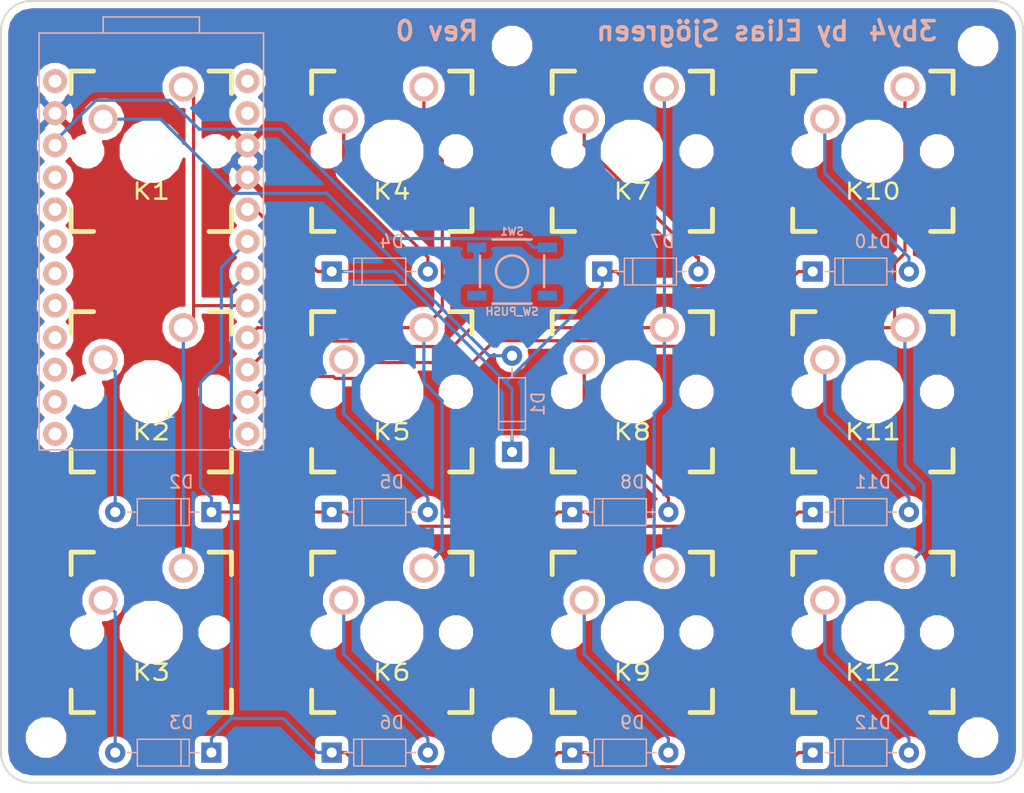
<source format=kicad_pcb>
(kicad_pcb (version 4) (host pcbnew 4.0.6)

  (general
    (links 40)
    (no_connects 1)
    (area 113.480619 37.4969 222.679143 101.08745)
    (thickness 1.6)
    (drawings 11)
    (tracks 143)
    (zones 0)
    (modules 31)
    (nets 35)
  )

  (page A4)
  (layers
    (0 F.Cu signal)
    (31 B.Cu signal)
    (32 B.Adhes user)
    (33 F.Adhes user)
    (34 B.Paste user)
    (35 F.Paste user)
    (36 B.SilkS user)
    (37 F.SilkS user)
    (38 B.Mask user)
    (39 F.Mask user)
    (40 Dwgs.User user)
    (41 Cmts.User user)
    (42 Eco1.User user)
    (43 Eco2.User user)
    (44 Edge.Cuts user)
    (45 Margin user)
    (46 B.CrtYd user)
    (47 F.CrtYd user)
    (48 B.Fab user)
    (49 F.Fab user)
  )

  (setup
    (last_trace_width 0.25)
    (trace_clearance 0.2)
    (zone_clearance 0.508)
    (zone_45_only no)
    (trace_min 0.2)
    (segment_width 0.2)
    (edge_width 0.15)
    (via_size 0.6)
    (via_drill 0.4)
    (via_min_size 0.4)
    (via_min_drill 0.3)
    (uvia_size 0.3)
    (uvia_drill 0.1)
    (uvias_allowed no)
    (uvia_min_size 0.2)
    (uvia_min_drill 0.1)
    (pcb_text_width 0.3)
    (pcb_text_size 1.5 1.5)
    (mod_edge_width 0.15)
    (mod_text_size 1 1)
    (mod_text_width 0.15)
    (pad_size 1.524 1.524)
    (pad_drill 0.762)
    (pad_to_mask_clearance 0.2)
    (aux_axis_origin 0 0)
    (visible_elements FFFFFF7F)
    (pcbplotparams
      (layerselection 0x010f0_80000001)
      (usegerberextensions false)
      (usegerberattributes true)
      (excludeedgelayer false)
      (linewidth 0.150000)
      (plotframeref false)
      (viasonmask false)
      (mode 1)
      (useauxorigin true)
      (hpglpennumber 1)
      (hpglpenspeed 20)
      (hpglpendiameter 15)
      (hpglpenoverlay 2)
      (psnegative false)
      (psa4output false)
      (plotreference true)
      (plotvalue true)
      (plotinvisibletext false)
      (padsonsilk false)
      (subtractmaskfromsilk false)
      (outputformat 1)
      (mirror false)
      (drillshape 0)
      (scaleselection 1)
      (outputdirectory Plots/))
  )

  (net 0 "")
  (net 1 R0)
  (net 2 "Net-(D1-Pad2)")
  (net 3 R1)
  (net 4 "Net-(D2-Pad2)")
  (net 5 R2)
  (net 6 "Net-(D3-Pad2)")
  (net 7 "Net-(D4-Pad2)")
  (net 8 "Net-(D5-Pad2)")
  (net 9 "Net-(D6-Pad2)")
  (net 10 "Net-(D7-Pad2)")
  (net 11 "Net-(D8-Pad2)")
  (net 12 "Net-(D9-Pad2)")
  (net 13 "Net-(D10-Pad2)")
  (net 14 "Net-(D11-Pad2)")
  (net 15 "Net-(D12-Pad2)")
  (net 16 C0)
  (net 17 C1)
  (net 18 C2)
  (net 19 C3)
  (net 20 "Net-(M1-Pad1)")
  (net 21 "Net-(M1-Pad2)")
  (net 22 GND)
  (net 23 "Net-(M1-Pad12)")
  (net 24 "Net-(M1-Pad13)")
  (net 25 "Net-(M1-Pad14)")
  (net 26 "Net-(M1-Pad15)")
  (net 27 "Net-(M1-Pad16)")
  (net 28 "Net-(M1-Pad17)")
  (net 29 "Net-(M1-Pad18)")
  (net 30 "Net-(M1-Pad19)")
  (net 31 "Net-(M1-Pad20)")
  (net 32 VCC)
  (net 33 Reset)
  (net 34 "Net-(M1-Pad24)")

  (net_class Default "This is the default net class."
    (clearance 0.2)
    (trace_width 0.25)
    (via_dia 0.6)
    (via_drill 0.4)
    (uvia_dia 0.3)
    (uvia_drill 0.1)
    (add_net C0)
    (add_net C1)
    (add_net C2)
    (add_net C3)
    (add_net GND)
    (add_net "Net-(D1-Pad2)")
    (add_net "Net-(D10-Pad2)")
    (add_net "Net-(D11-Pad2)")
    (add_net "Net-(D12-Pad2)")
    (add_net "Net-(D2-Pad2)")
    (add_net "Net-(D3-Pad2)")
    (add_net "Net-(D4-Pad2)")
    (add_net "Net-(D5-Pad2)")
    (add_net "Net-(D6-Pad2)")
    (add_net "Net-(D7-Pad2)")
    (add_net "Net-(D8-Pad2)")
    (add_net "Net-(D9-Pad2)")
    (add_net "Net-(M1-Pad1)")
    (add_net "Net-(M1-Pad12)")
    (add_net "Net-(M1-Pad13)")
    (add_net "Net-(M1-Pad14)")
    (add_net "Net-(M1-Pad15)")
    (add_net "Net-(M1-Pad16)")
    (add_net "Net-(M1-Pad17)")
    (add_net "Net-(M1-Pad18)")
    (add_net "Net-(M1-Pad19)")
    (add_net "Net-(M1-Pad2)")
    (add_net "Net-(M1-Pad20)")
    (add_net "Net-(M1-Pad24)")
    (add_net R0)
    (add_net R1)
    (add_net R2)
    (add_net Reset)
    (add_net VCC)
  )

  (module Mounting_Holes:MountingHole_2.2mm_M2 (layer F.Cu) (tedit 5CB6090C) (tstamp 5CC020E7)
    (at 176.212 96.4406)
    (descr "Mounting Hole 2.2mm, no annular, M2")
    (tags "mounting hole 2.2mm no annular m2")
    (attr virtual)
    (fp_text reference H4 (at 0 -3.2) (layer F.SilkS) hide
      (effects (font (size 1 1) (thickness 0.15)))
    )
    (fp_text value MountingHole_2.2mm_M2 (at 0 3.2) (layer F.Fab) hide
      (effects (font (size 1 1) (thickness 0.15)))
    )
    (fp_text user %R (at 0.3 0) (layer F.Fab)
      (effects (font (size 1 1) (thickness 0.15)))
    )
    (fp_circle (center 0 0) (end 2.2 0) (layer Cmts.User) (width 0.15))
    (fp_circle (center 0 0) (end 2.45 0) (layer F.CrtYd) (width 0.05))
    (pad 1 np_thru_hole circle (at 0 0) (size 2.2 2.2) (drill 2.2) (layers *.Cu *.Mask))
  )

  (module Mounting_Holes:MountingHole_2.2mm_M2 (layer F.Cu) (tedit 5CB60906) (tstamp 5CC020E0)
    (at 176.212 41.6719)
    (descr "Mounting Hole 2.2mm, no annular, M2")
    (tags "mounting hole 2.2mm no annular m2")
    (attr virtual)
    (fp_text reference H1 (at 0 -3.2) (layer F.SilkS) hide
      (effects (font (size 1 1) (thickness 0.15)))
    )
    (fp_text value MountingHole_2.2mm_M2 (at 0 3.2) (layer F.Fab) hide
      (effects (font (size 1 1) (thickness 0.15)))
    )
    (fp_text user %R (at 0.3 0) (layer F.Fab)
      (effects (font (size 1 1) (thickness 0.15)))
    )
    (fp_circle (center 0 0) (end 2.2 0) (layer Cmts.User) (width 0.15))
    (fp_circle (center 0 0) (end 2.45 0) (layer F.CrtYd) (width 0.05))
    (pad 1 np_thru_hole circle (at 0 0) (size 2.2 2.2) (drill 2.2) (layers *.Cu *.Mask))
  )

  (module Mounting_Holes:MountingHole_2.2mm_M2 (layer F.Cu) (tedit 5CB6090F) (tstamp 5CC020D9)
    (at 139.303 96.4406)
    (descr "Mounting Hole 2.2mm, no annular, M2")
    (tags "mounting hole 2.2mm no annular m2")
    (attr virtual)
    (fp_text reference H5 (at 0 -3.2) (layer F.SilkS) hide
      (effects (font (size 1 1) (thickness 0.15)))
    )
    (fp_text value MountingHole_2.2mm_M2 (at 0 3.2) (layer F.Fab) hide
      (effects (font (size 1 1) (thickness 0.15)))
    )
    (fp_text user %R (at 0.3 0) (layer F.Fab)
      (effects (font (size 1 1) (thickness 0.15)))
    )
    (fp_circle (center 0 0) (end 2.2 0) (layer Cmts.User) (width 0.15))
    (fp_circle (center 0 0) (end 2.45 0) (layer F.CrtYd) (width 0.05))
    (pad 1 np_thru_hole circle (at 0 0) (size 2.2 2.2) (drill 2.2) (layers *.Cu *.Mask))
  )

  (module Mounting_Holes:MountingHole_2.2mm_M2 (layer F.Cu) (tedit 5CB6090A) (tstamp 5CC020D2)
    (at 213.122 96.4406)
    (descr "Mounting Hole 2.2mm, no annular, M2")
    (tags "mounting hole 2.2mm no annular m2")
    (attr virtual)
    (fp_text reference H3 (at 0 -3.2) (layer F.SilkS) hide
      (effects (font (size 1 1) (thickness 0.15)))
    )
    (fp_text value MountingHole_2.2mm_M2 (at 0 3.2) (layer F.Fab) hide
      (effects (font (size 1 1) (thickness 0.15)))
    )
    (fp_text user %R (at 0.3 0) (layer F.Fab)
      (effects (font (size 1 1) (thickness 0.15)))
    )
    (fp_circle (center 0 0) (end 2.2 0) (layer Cmts.User) (width 0.15))
    (fp_circle (center 0 0) (end 2.45 0) (layer F.CrtYd) (width 0.05))
    (pad 1 np_thru_hole circle (at 0 0) (size 2.2 2.2) (drill 2.2) (layers *.Cu *.Mask))
  )

  (module Diodes_THT:D_DO-35_SOD27_P7.62mm_Horizontal (layer B.Cu) (tedit 5921392F) (tstamp 5CB5FA34)
    (at 176.212 73.8188 90)
    (descr "D, DO-35_SOD27 series, Axial, Horizontal, pin pitch=7.62mm, , length*diameter=4*2mm^2, , http://www.diodes.com/_files/packages/DO-35.pdf")
    (tags "D DO-35_SOD27 series Axial Horizontal pin pitch 7.62mm  length 4mm diameter 2mm")
    (path /5CB5DB23)
    (fp_text reference D1 (at 3.81 2.06 90) (layer B.SilkS)
      (effects (font (size 1 1) (thickness 0.15)) (justify mirror))
    )
    (fp_text value D (at 3.81 -2.06 90) (layer B.Fab)
      (effects (font (size 1 1) (thickness 0.15)) (justify mirror))
    )
    (fp_text user %R (at 3.81 0 90) (layer B.Fab)
      (effects (font (size 1 1) (thickness 0.15)) (justify mirror))
    )
    (fp_line (start 1.81 1) (end 1.81 -1) (layer B.Fab) (width 0.1))
    (fp_line (start 1.81 -1) (end 5.81 -1) (layer B.Fab) (width 0.1))
    (fp_line (start 5.81 -1) (end 5.81 1) (layer B.Fab) (width 0.1))
    (fp_line (start 5.81 1) (end 1.81 1) (layer B.Fab) (width 0.1))
    (fp_line (start 0 0) (end 1.81 0) (layer B.Fab) (width 0.1))
    (fp_line (start 7.62 0) (end 5.81 0) (layer B.Fab) (width 0.1))
    (fp_line (start 2.41 1) (end 2.41 -1) (layer B.Fab) (width 0.1))
    (fp_line (start 1.75 1.06) (end 1.75 -1.06) (layer B.SilkS) (width 0.12))
    (fp_line (start 1.75 -1.06) (end 5.87 -1.06) (layer B.SilkS) (width 0.12))
    (fp_line (start 5.87 -1.06) (end 5.87 1.06) (layer B.SilkS) (width 0.12))
    (fp_line (start 5.87 1.06) (end 1.75 1.06) (layer B.SilkS) (width 0.12))
    (fp_line (start 0.98 0) (end 1.75 0) (layer B.SilkS) (width 0.12))
    (fp_line (start 6.64 0) (end 5.87 0) (layer B.SilkS) (width 0.12))
    (fp_line (start 2.41 1.06) (end 2.41 -1.06) (layer B.SilkS) (width 0.12))
    (fp_line (start -1.05 1.35) (end -1.05 -1.35) (layer B.CrtYd) (width 0.05))
    (fp_line (start -1.05 -1.35) (end 8.7 -1.35) (layer B.CrtYd) (width 0.05))
    (fp_line (start 8.7 -1.35) (end 8.7 1.35) (layer B.CrtYd) (width 0.05))
    (fp_line (start 8.7 1.35) (end -1.05 1.35) (layer B.CrtYd) (width 0.05))
    (pad 1 thru_hole rect (at 0 0 90) (size 1.6 1.6) (drill 0.8) (layers *.Cu *.Mask)
      (net 1 R0))
    (pad 2 thru_hole oval (at 7.62 0 90) (size 1.6 1.6) (drill 0.8) (layers *.Cu *.Mask)
      (net 2 "Net-(D1-Pad2)"))
    (model ${KISYS3DMOD}/Diodes_THT.3dshapes/D_DO-35_SOD27_P7.62mm_Horizontal.wrl
      (at (xyz 0 0 0))
      (scale (xyz 0.393701 0.393701 0.393701))
      (rotate (xyz 0 0 0))
    )
  )

  (module Diodes_THT:D_DO-35_SOD27_P7.62mm_Horizontal (layer B.Cu) (tedit 5CB60359) (tstamp 5CB5FA3A)
    (at 152.4 78.5812 180)
    (descr "D, DO-35_SOD27 series, Axial, Horizontal, pin pitch=7.62mm, , length*diameter=4*2mm^2, , http://www.diodes.com/_files/packages/DO-35.pdf")
    (tags "D DO-35_SOD27 series Axial Horizontal pin pitch 7.62mm  length 4mm diameter 2mm")
    (path /5CB5DBD1)
    (fp_text reference D2 (at 2.38125 2.38125 180) (layer B.SilkS)
      (effects (font (size 1 1) (thickness 0.15)) (justify mirror))
    )
    (fp_text value D (at 2.38125 -2.38125 180) (layer B.Fab)
      (effects (font (size 1 1) (thickness 0.15)) (justify mirror))
    )
    (fp_text user %R (at 3.81 0 180) (layer B.Fab)
      (effects (font (size 1 1) (thickness 0.15)) (justify mirror))
    )
    (fp_line (start 1.81 1) (end 1.81 -1) (layer B.Fab) (width 0.1))
    (fp_line (start 1.81 -1) (end 5.81 -1) (layer B.Fab) (width 0.1))
    (fp_line (start 5.81 -1) (end 5.81 1) (layer B.Fab) (width 0.1))
    (fp_line (start 5.81 1) (end 1.81 1) (layer B.Fab) (width 0.1))
    (fp_line (start 0 0) (end 1.81 0) (layer B.Fab) (width 0.1))
    (fp_line (start 7.62 0) (end 5.81 0) (layer B.Fab) (width 0.1))
    (fp_line (start 2.41 1) (end 2.41 -1) (layer B.Fab) (width 0.1))
    (fp_line (start 1.75 1.06) (end 1.75 -1.06) (layer B.SilkS) (width 0.12))
    (fp_line (start 1.75 -1.06) (end 5.87 -1.06) (layer B.SilkS) (width 0.12))
    (fp_line (start 5.87 -1.06) (end 5.87 1.06) (layer B.SilkS) (width 0.12))
    (fp_line (start 5.87 1.06) (end 1.75 1.06) (layer B.SilkS) (width 0.12))
    (fp_line (start 0.98 0) (end 1.75 0) (layer B.SilkS) (width 0.12))
    (fp_line (start 6.64 0) (end 5.87 0) (layer B.SilkS) (width 0.12))
    (fp_line (start 2.41 1.06) (end 2.41 -1.06) (layer B.SilkS) (width 0.12))
    (fp_line (start -1.05 1.35) (end -1.05 -1.35) (layer B.CrtYd) (width 0.05))
    (fp_line (start -1.05 -1.35) (end 8.7 -1.35) (layer B.CrtYd) (width 0.05))
    (fp_line (start 8.7 -1.35) (end 8.7 1.35) (layer B.CrtYd) (width 0.05))
    (fp_line (start 8.7 1.35) (end -1.05 1.35) (layer B.CrtYd) (width 0.05))
    (pad 1 thru_hole rect (at 0 0 180) (size 1.6 1.6) (drill 0.8) (layers *.Cu *.Mask)
      (net 3 R1))
    (pad 2 thru_hole oval (at 7.62 0 180) (size 1.6 1.6) (drill 0.8) (layers *.Cu *.Mask)
      (net 4 "Net-(D2-Pad2)"))
    (model ${KISYS3DMOD}/Diodes_THT.3dshapes/D_DO-35_SOD27_P7.62mm_Horizontal.wrl
      (at (xyz 0 0 0))
      (scale (xyz 0.393701 0.393701 0.393701))
      (rotate (xyz 0 0 0))
    )
  )

  (module Diodes_THT:D_DO-35_SOD27_P7.62mm_Horizontal (layer B.Cu) (tedit 5CB60351) (tstamp 5CB5FA40)
    (at 152.4 97.6312 180)
    (descr "D, DO-35_SOD27 series, Axial, Horizontal, pin pitch=7.62mm, , length*diameter=4*2mm^2, , http://www.diodes.com/_files/packages/DO-35.pdf")
    (tags "D DO-35_SOD27 series Axial Horizontal pin pitch 7.62mm  length 4mm diameter 2mm")
    (path /5CB5DD5B)
    (fp_text reference D3 (at 2.38125 2.38125 180) (layer B.SilkS)
      (effects (font (size 1 1) (thickness 0.15)) (justify mirror))
    )
    (fp_text value D (at 2.38125 -2.38125 180) (layer B.Fab)
      (effects (font (size 1 1) (thickness 0.15)) (justify mirror))
    )
    (fp_text user %R (at 3.81 0 180) (layer B.Fab)
      (effects (font (size 1 1) (thickness 0.15)) (justify mirror))
    )
    (fp_line (start 1.81 1) (end 1.81 -1) (layer B.Fab) (width 0.1))
    (fp_line (start 1.81 -1) (end 5.81 -1) (layer B.Fab) (width 0.1))
    (fp_line (start 5.81 -1) (end 5.81 1) (layer B.Fab) (width 0.1))
    (fp_line (start 5.81 1) (end 1.81 1) (layer B.Fab) (width 0.1))
    (fp_line (start 0 0) (end 1.81 0) (layer B.Fab) (width 0.1))
    (fp_line (start 7.62 0) (end 5.81 0) (layer B.Fab) (width 0.1))
    (fp_line (start 2.41 1) (end 2.41 -1) (layer B.Fab) (width 0.1))
    (fp_line (start 1.75 1.06) (end 1.75 -1.06) (layer B.SilkS) (width 0.12))
    (fp_line (start 1.75 -1.06) (end 5.87 -1.06) (layer B.SilkS) (width 0.12))
    (fp_line (start 5.87 -1.06) (end 5.87 1.06) (layer B.SilkS) (width 0.12))
    (fp_line (start 5.87 1.06) (end 1.75 1.06) (layer B.SilkS) (width 0.12))
    (fp_line (start 0.98 0) (end 1.75 0) (layer B.SilkS) (width 0.12))
    (fp_line (start 6.64 0) (end 5.87 0) (layer B.SilkS) (width 0.12))
    (fp_line (start 2.41 1.06) (end 2.41 -1.06) (layer B.SilkS) (width 0.12))
    (fp_line (start -1.05 1.35) (end -1.05 -1.35) (layer B.CrtYd) (width 0.05))
    (fp_line (start -1.05 -1.35) (end 8.7 -1.35) (layer B.CrtYd) (width 0.05))
    (fp_line (start 8.7 -1.35) (end 8.7 1.35) (layer B.CrtYd) (width 0.05))
    (fp_line (start 8.7 1.35) (end -1.05 1.35) (layer B.CrtYd) (width 0.05))
    (pad 1 thru_hole rect (at 0 0 180) (size 1.6 1.6) (drill 0.8) (layers *.Cu *.Mask)
      (net 5 R2))
    (pad 2 thru_hole oval (at 7.62 0 180) (size 1.6 1.6) (drill 0.8) (layers *.Cu *.Mask)
      (net 6 "Net-(D3-Pad2)"))
    (model ${KISYS3DMOD}/Diodes_THT.3dshapes/D_DO-35_SOD27_P7.62mm_Horizontal.wrl
      (at (xyz 0 0 0))
      (scale (xyz 0.393701 0.393701 0.393701))
      (rotate (xyz 0 0 0))
    )
  )

  (module Diodes_THT:D_DO-35_SOD27_P7.62mm_Horizontal (layer B.Cu) (tedit 5CB6037C) (tstamp 5CB5FA46)
    (at 161.925 59.5312)
    (descr "D, DO-35_SOD27 series, Axial, Horizontal, pin pitch=7.62mm, , length*diameter=4*2mm^2, , http://www.diodes.com/_files/packages/DO-35.pdf")
    (tags "D DO-35_SOD27 series Axial Horizontal pin pitch 7.62mm  length 4mm diameter 2mm")
    (path /5CB5EEE9)
    (fp_text reference D4 (at 4.7625 -2.38125) (layer B.SilkS)
      (effects (font (size 1 1) (thickness 0.15)) (justify mirror))
    )
    (fp_text value D (at 4.7625 2.38125) (layer B.Fab)
      (effects (font (size 1 1) (thickness 0.15)) (justify mirror))
    )
    (fp_text user %R (at 3.81 0) (layer B.Fab)
      (effects (font (size 1 1) (thickness 0.15)) (justify mirror))
    )
    (fp_line (start 1.81 1) (end 1.81 -1) (layer B.Fab) (width 0.1))
    (fp_line (start 1.81 -1) (end 5.81 -1) (layer B.Fab) (width 0.1))
    (fp_line (start 5.81 -1) (end 5.81 1) (layer B.Fab) (width 0.1))
    (fp_line (start 5.81 1) (end 1.81 1) (layer B.Fab) (width 0.1))
    (fp_line (start 0 0) (end 1.81 0) (layer B.Fab) (width 0.1))
    (fp_line (start 7.62 0) (end 5.81 0) (layer B.Fab) (width 0.1))
    (fp_line (start 2.41 1) (end 2.41 -1) (layer B.Fab) (width 0.1))
    (fp_line (start 1.75 1.06) (end 1.75 -1.06) (layer B.SilkS) (width 0.12))
    (fp_line (start 1.75 -1.06) (end 5.87 -1.06) (layer B.SilkS) (width 0.12))
    (fp_line (start 5.87 -1.06) (end 5.87 1.06) (layer B.SilkS) (width 0.12))
    (fp_line (start 5.87 1.06) (end 1.75 1.06) (layer B.SilkS) (width 0.12))
    (fp_line (start 0.98 0) (end 1.75 0) (layer B.SilkS) (width 0.12))
    (fp_line (start 6.64 0) (end 5.87 0) (layer B.SilkS) (width 0.12))
    (fp_line (start 2.41 1.06) (end 2.41 -1.06) (layer B.SilkS) (width 0.12))
    (fp_line (start -1.05 1.35) (end -1.05 -1.35) (layer B.CrtYd) (width 0.05))
    (fp_line (start -1.05 -1.35) (end 8.7 -1.35) (layer B.CrtYd) (width 0.05))
    (fp_line (start 8.7 -1.35) (end 8.7 1.35) (layer B.CrtYd) (width 0.05))
    (fp_line (start 8.7 1.35) (end -1.05 1.35) (layer B.CrtYd) (width 0.05))
    (pad 1 thru_hole rect (at 0 0) (size 1.6 1.6) (drill 0.8) (layers *.Cu *.Mask)
      (net 1 R0))
    (pad 2 thru_hole oval (at 7.62 0) (size 1.6 1.6) (drill 0.8) (layers *.Cu *.Mask)
      (net 7 "Net-(D4-Pad2)"))
    (model ${KISYS3DMOD}/Diodes_THT.3dshapes/D_DO-35_SOD27_P7.62mm_Horizontal.wrl
      (at (xyz 0 0 0))
      (scale (xyz 0.393701 0.393701 0.393701))
      (rotate (xyz 0 0 0))
    )
  )

  (module Diodes_THT:D_DO-35_SOD27_P7.62mm_Horizontal (layer B.Cu) (tedit 5CB60372) (tstamp 5CB5FA4C)
    (at 161.925 78.5812)
    (descr "D, DO-35_SOD27 series, Axial, Horizontal, pin pitch=7.62mm, , length*diameter=4*2mm^2, , http://www.diodes.com/_files/packages/DO-35.pdf")
    (tags "D DO-35_SOD27 series Axial Horizontal pin pitch 7.62mm  length 4mm diameter 2mm")
    (path /5CB5EEEF)
    (fp_text reference D5 (at 4.7625 -2.38125) (layer B.SilkS)
      (effects (font (size 1 1) (thickness 0.15)) (justify mirror))
    )
    (fp_text value D (at 4.7625 2.38125) (layer B.Fab)
      (effects (font (size 1 1) (thickness 0.15)) (justify mirror))
    )
    (fp_text user %R (at 3.81 0) (layer B.Fab)
      (effects (font (size 1 1) (thickness 0.15)) (justify mirror))
    )
    (fp_line (start 1.81 1) (end 1.81 -1) (layer B.Fab) (width 0.1))
    (fp_line (start 1.81 -1) (end 5.81 -1) (layer B.Fab) (width 0.1))
    (fp_line (start 5.81 -1) (end 5.81 1) (layer B.Fab) (width 0.1))
    (fp_line (start 5.81 1) (end 1.81 1) (layer B.Fab) (width 0.1))
    (fp_line (start 0 0) (end 1.81 0) (layer B.Fab) (width 0.1))
    (fp_line (start 7.62 0) (end 5.81 0) (layer B.Fab) (width 0.1))
    (fp_line (start 2.41 1) (end 2.41 -1) (layer B.Fab) (width 0.1))
    (fp_line (start 1.75 1.06) (end 1.75 -1.06) (layer B.SilkS) (width 0.12))
    (fp_line (start 1.75 -1.06) (end 5.87 -1.06) (layer B.SilkS) (width 0.12))
    (fp_line (start 5.87 -1.06) (end 5.87 1.06) (layer B.SilkS) (width 0.12))
    (fp_line (start 5.87 1.06) (end 1.75 1.06) (layer B.SilkS) (width 0.12))
    (fp_line (start 0.98 0) (end 1.75 0) (layer B.SilkS) (width 0.12))
    (fp_line (start 6.64 0) (end 5.87 0) (layer B.SilkS) (width 0.12))
    (fp_line (start 2.41 1.06) (end 2.41 -1.06) (layer B.SilkS) (width 0.12))
    (fp_line (start -1.05 1.35) (end -1.05 -1.35) (layer B.CrtYd) (width 0.05))
    (fp_line (start -1.05 -1.35) (end 8.7 -1.35) (layer B.CrtYd) (width 0.05))
    (fp_line (start 8.7 -1.35) (end 8.7 1.35) (layer B.CrtYd) (width 0.05))
    (fp_line (start 8.7 1.35) (end -1.05 1.35) (layer B.CrtYd) (width 0.05))
    (pad 1 thru_hole rect (at 0 0) (size 1.6 1.6) (drill 0.8) (layers *.Cu *.Mask)
      (net 3 R1))
    (pad 2 thru_hole oval (at 7.62 0) (size 1.6 1.6) (drill 0.8) (layers *.Cu *.Mask)
      (net 8 "Net-(D5-Pad2)"))
    (model ${KISYS3DMOD}/Diodes_THT.3dshapes/D_DO-35_SOD27_P7.62mm_Horizontal.wrl
      (at (xyz 0 0 0))
      (scale (xyz 0.393701 0.393701 0.393701))
      (rotate (xyz 0 0 0))
    )
  )

  (module Diodes_THT:D_DO-35_SOD27_P7.62mm_Horizontal (layer B.Cu) (tedit 5CB60341) (tstamp 5CB5FA52)
    (at 161.925 97.6312)
    (descr "D, DO-35_SOD27 series, Axial, Horizontal, pin pitch=7.62mm, , length*diameter=4*2mm^2, , http://www.diodes.com/_files/packages/DO-35.pdf")
    (tags "D DO-35_SOD27 series Axial Horizontal pin pitch 7.62mm  length 4mm diameter 2mm")
    (path /5CB5EEF5)
    (fp_text reference D6 (at 4.7625 -2.38125) (layer B.SilkS)
      (effects (font (size 1 1) (thickness 0.15)) (justify mirror))
    )
    (fp_text value D (at 4.7625 2.38125) (layer B.Fab)
      (effects (font (size 1 1) (thickness 0.15)) (justify mirror))
    )
    (fp_text user %R (at 3.81 0) (layer B.Fab)
      (effects (font (size 1 1) (thickness 0.15)) (justify mirror))
    )
    (fp_line (start 1.81 1) (end 1.81 -1) (layer B.Fab) (width 0.1))
    (fp_line (start 1.81 -1) (end 5.81 -1) (layer B.Fab) (width 0.1))
    (fp_line (start 5.81 -1) (end 5.81 1) (layer B.Fab) (width 0.1))
    (fp_line (start 5.81 1) (end 1.81 1) (layer B.Fab) (width 0.1))
    (fp_line (start 0 0) (end 1.81 0) (layer B.Fab) (width 0.1))
    (fp_line (start 7.62 0) (end 5.81 0) (layer B.Fab) (width 0.1))
    (fp_line (start 2.41 1) (end 2.41 -1) (layer B.Fab) (width 0.1))
    (fp_line (start 1.75 1.06) (end 1.75 -1.06) (layer B.SilkS) (width 0.12))
    (fp_line (start 1.75 -1.06) (end 5.87 -1.06) (layer B.SilkS) (width 0.12))
    (fp_line (start 5.87 -1.06) (end 5.87 1.06) (layer B.SilkS) (width 0.12))
    (fp_line (start 5.87 1.06) (end 1.75 1.06) (layer B.SilkS) (width 0.12))
    (fp_line (start 0.98 0) (end 1.75 0) (layer B.SilkS) (width 0.12))
    (fp_line (start 6.64 0) (end 5.87 0) (layer B.SilkS) (width 0.12))
    (fp_line (start 2.41 1.06) (end 2.41 -1.06) (layer B.SilkS) (width 0.12))
    (fp_line (start -1.05 1.35) (end -1.05 -1.35) (layer B.CrtYd) (width 0.05))
    (fp_line (start -1.05 -1.35) (end 8.7 -1.35) (layer B.CrtYd) (width 0.05))
    (fp_line (start 8.7 -1.35) (end 8.7 1.35) (layer B.CrtYd) (width 0.05))
    (fp_line (start 8.7 1.35) (end -1.05 1.35) (layer B.CrtYd) (width 0.05))
    (pad 1 thru_hole rect (at 0 0) (size 1.6 1.6) (drill 0.8) (layers *.Cu *.Mask)
      (net 5 R2))
    (pad 2 thru_hole oval (at 7.62 0) (size 1.6 1.6) (drill 0.8) (layers *.Cu *.Mask)
      (net 9 "Net-(D6-Pad2)"))
    (model ${KISYS3DMOD}/Diodes_THT.3dshapes/D_DO-35_SOD27_P7.62mm_Horizontal.wrl
      (at (xyz 0 0 0))
      (scale (xyz 0.393701 0.393701 0.393701))
      (rotate (xyz 0 0 0))
    )
  )

  (module Diodes_THT:D_DO-35_SOD27_P7.62mm_Horizontal (layer B.Cu) (tedit 5CB60381) (tstamp 5CB5FA58)
    (at 183.356 59.5312)
    (descr "D, DO-35_SOD27 series, Axial, Horizontal, pin pitch=7.62mm, , length*diameter=4*2mm^2, , http://www.diodes.com/_files/packages/DO-35.pdf")
    (tags "D DO-35_SOD27 series Axial Horizontal pin pitch 7.62mm  length 4mm diameter 2mm")
    (path /5CB5F4F3)
    (fp_text reference D7 (at 4.7625 -2.38125) (layer B.SilkS)
      (effects (font (size 1 1) (thickness 0.15)) (justify mirror))
    )
    (fp_text value D (at 4.7625 2.38125) (layer B.Fab)
      (effects (font (size 1 1) (thickness 0.15)) (justify mirror))
    )
    (fp_text user %R (at 3.81 0) (layer B.Fab)
      (effects (font (size 1 1) (thickness 0.15)) (justify mirror))
    )
    (fp_line (start 1.81 1) (end 1.81 -1) (layer B.Fab) (width 0.1))
    (fp_line (start 1.81 -1) (end 5.81 -1) (layer B.Fab) (width 0.1))
    (fp_line (start 5.81 -1) (end 5.81 1) (layer B.Fab) (width 0.1))
    (fp_line (start 5.81 1) (end 1.81 1) (layer B.Fab) (width 0.1))
    (fp_line (start 0 0) (end 1.81 0) (layer B.Fab) (width 0.1))
    (fp_line (start 7.62 0) (end 5.81 0) (layer B.Fab) (width 0.1))
    (fp_line (start 2.41 1) (end 2.41 -1) (layer B.Fab) (width 0.1))
    (fp_line (start 1.75 1.06) (end 1.75 -1.06) (layer B.SilkS) (width 0.12))
    (fp_line (start 1.75 -1.06) (end 5.87 -1.06) (layer B.SilkS) (width 0.12))
    (fp_line (start 5.87 -1.06) (end 5.87 1.06) (layer B.SilkS) (width 0.12))
    (fp_line (start 5.87 1.06) (end 1.75 1.06) (layer B.SilkS) (width 0.12))
    (fp_line (start 0.98 0) (end 1.75 0) (layer B.SilkS) (width 0.12))
    (fp_line (start 6.64 0) (end 5.87 0) (layer B.SilkS) (width 0.12))
    (fp_line (start 2.41 1.06) (end 2.41 -1.06) (layer B.SilkS) (width 0.12))
    (fp_line (start -1.05 1.35) (end -1.05 -1.35) (layer B.CrtYd) (width 0.05))
    (fp_line (start -1.05 -1.35) (end 8.7 -1.35) (layer B.CrtYd) (width 0.05))
    (fp_line (start 8.7 -1.35) (end 8.7 1.35) (layer B.CrtYd) (width 0.05))
    (fp_line (start 8.7 1.35) (end -1.05 1.35) (layer B.CrtYd) (width 0.05))
    (pad 1 thru_hole rect (at 0 0) (size 1.6 1.6) (drill 0.8) (layers *.Cu *.Mask)
      (net 1 R0))
    (pad 2 thru_hole oval (at 7.62 0) (size 1.6 1.6) (drill 0.8) (layers *.Cu *.Mask)
      (net 10 "Net-(D7-Pad2)"))
    (model ${KISYS3DMOD}/Diodes_THT.3dshapes/D_DO-35_SOD27_P7.62mm_Horizontal.wrl
      (at (xyz 0 0 0))
      (scale (xyz 0.393701 0.393701 0.393701))
      (rotate (xyz 0 0 0))
    )
  )

  (module Diodes_THT:D_DO-35_SOD27_P7.62mm_Horizontal (layer B.Cu) (tedit 5CB6036D) (tstamp 5CB5FA5E)
    (at 180.975 78.5812)
    (descr "D, DO-35_SOD27 series, Axial, Horizontal, pin pitch=7.62mm, , length*diameter=4*2mm^2, , http://www.diodes.com/_files/packages/DO-35.pdf")
    (tags "D DO-35_SOD27 series Axial Horizontal pin pitch 7.62mm  length 4mm diameter 2mm")
    (path /5CB5F4F9)
    (fp_text reference D8 (at 4.7625 -2.38125) (layer B.SilkS)
      (effects (font (size 1 1) (thickness 0.15)) (justify mirror))
    )
    (fp_text value D (at 4.7625 2.38125) (layer B.Fab)
      (effects (font (size 1 1) (thickness 0.15)) (justify mirror))
    )
    (fp_text user %R (at 3.81 0) (layer B.Fab)
      (effects (font (size 1 1) (thickness 0.15)) (justify mirror))
    )
    (fp_line (start 1.81 1) (end 1.81 -1) (layer B.Fab) (width 0.1))
    (fp_line (start 1.81 -1) (end 5.81 -1) (layer B.Fab) (width 0.1))
    (fp_line (start 5.81 -1) (end 5.81 1) (layer B.Fab) (width 0.1))
    (fp_line (start 5.81 1) (end 1.81 1) (layer B.Fab) (width 0.1))
    (fp_line (start 0 0) (end 1.81 0) (layer B.Fab) (width 0.1))
    (fp_line (start 7.62 0) (end 5.81 0) (layer B.Fab) (width 0.1))
    (fp_line (start 2.41 1) (end 2.41 -1) (layer B.Fab) (width 0.1))
    (fp_line (start 1.75 1.06) (end 1.75 -1.06) (layer B.SilkS) (width 0.12))
    (fp_line (start 1.75 -1.06) (end 5.87 -1.06) (layer B.SilkS) (width 0.12))
    (fp_line (start 5.87 -1.06) (end 5.87 1.06) (layer B.SilkS) (width 0.12))
    (fp_line (start 5.87 1.06) (end 1.75 1.06) (layer B.SilkS) (width 0.12))
    (fp_line (start 0.98 0) (end 1.75 0) (layer B.SilkS) (width 0.12))
    (fp_line (start 6.64 0) (end 5.87 0) (layer B.SilkS) (width 0.12))
    (fp_line (start 2.41 1.06) (end 2.41 -1.06) (layer B.SilkS) (width 0.12))
    (fp_line (start -1.05 1.35) (end -1.05 -1.35) (layer B.CrtYd) (width 0.05))
    (fp_line (start -1.05 -1.35) (end 8.7 -1.35) (layer B.CrtYd) (width 0.05))
    (fp_line (start 8.7 -1.35) (end 8.7 1.35) (layer B.CrtYd) (width 0.05))
    (fp_line (start 8.7 1.35) (end -1.05 1.35) (layer B.CrtYd) (width 0.05))
    (pad 1 thru_hole rect (at 0 0) (size 1.6 1.6) (drill 0.8) (layers *.Cu *.Mask)
      (net 3 R1))
    (pad 2 thru_hole oval (at 7.62 0) (size 1.6 1.6) (drill 0.8) (layers *.Cu *.Mask)
      (net 11 "Net-(D8-Pad2)"))
    (model ${KISYS3DMOD}/Diodes_THT.3dshapes/D_DO-35_SOD27_P7.62mm_Horizontal.wrl
      (at (xyz 0 0 0))
      (scale (xyz 0.393701 0.393701 0.393701))
      (rotate (xyz 0 0 0))
    )
  )

  (module Diodes_THT:D_DO-35_SOD27_P7.62mm_Horizontal (layer B.Cu) (tedit 5CB6034E) (tstamp 5CB5FA64)
    (at 180.975 97.6312)
    (descr "D, DO-35_SOD27 series, Axial, Horizontal, pin pitch=7.62mm, , length*diameter=4*2mm^2, , http://www.diodes.com/_files/packages/DO-35.pdf")
    (tags "D DO-35_SOD27 series Axial Horizontal pin pitch 7.62mm  length 4mm diameter 2mm")
    (path /5CB5F4FF)
    (fp_text reference D9 (at 4.7625 -2.38125) (layer B.SilkS)
      (effects (font (size 1 1) (thickness 0.15)) (justify mirror))
    )
    (fp_text value D (at 4.7625 2.38125) (layer B.Fab)
      (effects (font (size 1 1) (thickness 0.15)) (justify mirror))
    )
    (fp_text user %R (at 3.81 0) (layer B.Fab)
      (effects (font (size 1 1) (thickness 0.15)) (justify mirror))
    )
    (fp_line (start 1.81 1) (end 1.81 -1) (layer B.Fab) (width 0.1))
    (fp_line (start 1.81 -1) (end 5.81 -1) (layer B.Fab) (width 0.1))
    (fp_line (start 5.81 -1) (end 5.81 1) (layer B.Fab) (width 0.1))
    (fp_line (start 5.81 1) (end 1.81 1) (layer B.Fab) (width 0.1))
    (fp_line (start 0 0) (end 1.81 0) (layer B.Fab) (width 0.1))
    (fp_line (start 7.62 0) (end 5.81 0) (layer B.Fab) (width 0.1))
    (fp_line (start 2.41 1) (end 2.41 -1) (layer B.Fab) (width 0.1))
    (fp_line (start 1.75 1.06) (end 1.75 -1.06) (layer B.SilkS) (width 0.12))
    (fp_line (start 1.75 -1.06) (end 5.87 -1.06) (layer B.SilkS) (width 0.12))
    (fp_line (start 5.87 -1.06) (end 5.87 1.06) (layer B.SilkS) (width 0.12))
    (fp_line (start 5.87 1.06) (end 1.75 1.06) (layer B.SilkS) (width 0.12))
    (fp_line (start 0.98 0) (end 1.75 0) (layer B.SilkS) (width 0.12))
    (fp_line (start 6.64 0) (end 5.87 0) (layer B.SilkS) (width 0.12))
    (fp_line (start 2.41 1.06) (end 2.41 -1.06) (layer B.SilkS) (width 0.12))
    (fp_line (start -1.05 1.35) (end -1.05 -1.35) (layer B.CrtYd) (width 0.05))
    (fp_line (start -1.05 -1.35) (end 8.7 -1.35) (layer B.CrtYd) (width 0.05))
    (fp_line (start 8.7 -1.35) (end 8.7 1.35) (layer B.CrtYd) (width 0.05))
    (fp_line (start 8.7 1.35) (end -1.05 1.35) (layer B.CrtYd) (width 0.05))
    (pad 1 thru_hole rect (at 0 0) (size 1.6 1.6) (drill 0.8) (layers *.Cu *.Mask)
      (net 5 R2))
    (pad 2 thru_hole oval (at 7.62 0) (size 1.6 1.6) (drill 0.8) (layers *.Cu *.Mask)
      (net 12 "Net-(D9-Pad2)"))
    (model ${KISYS3DMOD}/Diodes_THT.3dshapes/D_DO-35_SOD27_P7.62mm_Horizontal.wrl
      (at (xyz 0 0 0))
      (scale (xyz 0.393701 0.393701 0.393701))
      (rotate (xyz 0 0 0))
    )
  )

  (module Diodes_THT:D_DO-35_SOD27_P7.62mm_Horizontal (layer B.Cu) (tedit 5CB60384) (tstamp 5CB5FA6A)
    (at 200.025 59.5312)
    (descr "D, DO-35_SOD27 series, Axial, Horizontal, pin pitch=7.62mm, , length*diameter=4*2mm^2, , http://www.diodes.com/_files/packages/DO-35.pdf")
    (tags "D DO-35_SOD27 series Axial Horizontal pin pitch 7.62mm  length 4mm diameter 2mm")
    (path /5CB5F523)
    (fp_text reference D10 (at 4.7625 -2.38125) (layer B.SilkS)
      (effects (font (size 1 1) (thickness 0.15)) (justify mirror))
    )
    (fp_text value D (at 4.7625 2.38125) (layer B.Fab)
      (effects (font (size 1 1) (thickness 0.15)) (justify mirror))
    )
    (fp_text user %R (at 3.81 0) (layer B.Fab)
      (effects (font (size 1 1) (thickness 0.15)) (justify mirror))
    )
    (fp_line (start 1.81 1) (end 1.81 -1) (layer B.Fab) (width 0.1))
    (fp_line (start 1.81 -1) (end 5.81 -1) (layer B.Fab) (width 0.1))
    (fp_line (start 5.81 -1) (end 5.81 1) (layer B.Fab) (width 0.1))
    (fp_line (start 5.81 1) (end 1.81 1) (layer B.Fab) (width 0.1))
    (fp_line (start 0 0) (end 1.81 0) (layer B.Fab) (width 0.1))
    (fp_line (start 7.62 0) (end 5.81 0) (layer B.Fab) (width 0.1))
    (fp_line (start 2.41 1) (end 2.41 -1) (layer B.Fab) (width 0.1))
    (fp_line (start 1.75 1.06) (end 1.75 -1.06) (layer B.SilkS) (width 0.12))
    (fp_line (start 1.75 -1.06) (end 5.87 -1.06) (layer B.SilkS) (width 0.12))
    (fp_line (start 5.87 -1.06) (end 5.87 1.06) (layer B.SilkS) (width 0.12))
    (fp_line (start 5.87 1.06) (end 1.75 1.06) (layer B.SilkS) (width 0.12))
    (fp_line (start 0.98 0) (end 1.75 0) (layer B.SilkS) (width 0.12))
    (fp_line (start 6.64 0) (end 5.87 0) (layer B.SilkS) (width 0.12))
    (fp_line (start 2.41 1.06) (end 2.41 -1.06) (layer B.SilkS) (width 0.12))
    (fp_line (start -1.05 1.35) (end -1.05 -1.35) (layer B.CrtYd) (width 0.05))
    (fp_line (start -1.05 -1.35) (end 8.7 -1.35) (layer B.CrtYd) (width 0.05))
    (fp_line (start 8.7 -1.35) (end 8.7 1.35) (layer B.CrtYd) (width 0.05))
    (fp_line (start 8.7 1.35) (end -1.05 1.35) (layer B.CrtYd) (width 0.05))
    (pad 1 thru_hole rect (at 0 0) (size 1.6 1.6) (drill 0.8) (layers *.Cu *.Mask)
      (net 1 R0))
    (pad 2 thru_hole oval (at 7.62 0) (size 1.6 1.6) (drill 0.8) (layers *.Cu *.Mask)
      (net 13 "Net-(D10-Pad2)"))
    (model ${KISYS3DMOD}/Diodes_THT.3dshapes/D_DO-35_SOD27_P7.62mm_Horizontal.wrl
      (at (xyz 0 0 0))
      (scale (xyz 0.393701 0.393701 0.393701))
      (rotate (xyz 0 0 0))
    )
  )

  (module Diodes_THT:D_DO-35_SOD27_P7.62mm_Horizontal (layer B.Cu) (tedit 5CB60368) (tstamp 5CB5FA70)
    (at 200.025 78.5812)
    (descr "D, DO-35_SOD27 series, Axial, Horizontal, pin pitch=7.62mm, , length*diameter=4*2mm^2, , http://www.diodes.com/_files/packages/DO-35.pdf")
    (tags "D DO-35_SOD27 series Axial Horizontal pin pitch 7.62mm  length 4mm diameter 2mm")
    (path /5CB5F529)
    (fp_text reference D11 (at 4.7625 -2.38125) (layer B.SilkS)
      (effects (font (size 1 1) (thickness 0.15)) (justify mirror))
    )
    (fp_text value D (at 4.7625 2.38125) (layer B.Fab)
      (effects (font (size 1 1) (thickness 0.15)) (justify mirror))
    )
    (fp_text user %R (at 3.81 0) (layer B.Fab)
      (effects (font (size 1 1) (thickness 0.15)) (justify mirror))
    )
    (fp_line (start 1.81 1) (end 1.81 -1) (layer B.Fab) (width 0.1))
    (fp_line (start 1.81 -1) (end 5.81 -1) (layer B.Fab) (width 0.1))
    (fp_line (start 5.81 -1) (end 5.81 1) (layer B.Fab) (width 0.1))
    (fp_line (start 5.81 1) (end 1.81 1) (layer B.Fab) (width 0.1))
    (fp_line (start 0 0) (end 1.81 0) (layer B.Fab) (width 0.1))
    (fp_line (start 7.62 0) (end 5.81 0) (layer B.Fab) (width 0.1))
    (fp_line (start 2.41 1) (end 2.41 -1) (layer B.Fab) (width 0.1))
    (fp_line (start 1.75 1.06) (end 1.75 -1.06) (layer B.SilkS) (width 0.12))
    (fp_line (start 1.75 -1.06) (end 5.87 -1.06) (layer B.SilkS) (width 0.12))
    (fp_line (start 5.87 -1.06) (end 5.87 1.06) (layer B.SilkS) (width 0.12))
    (fp_line (start 5.87 1.06) (end 1.75 1.06) (layer B.SilkS) (width 0.12))
    (fp_line (start 0.98 0) (end 1.75 0) (layer B.SilkS) (width 0.12))
    (fp_line (start 6.64 0) (end 5.87 0) (layer B.SilkS) (width 0.12))
    (fp_line (start 2.41 1.06) (end 2.41 -1.06) (layer B.SilkS) (width 0.12))
    (fp_line (start -1.05 1.35) (end -1.05 -1.35) (layer B.CrtYd) (width 0.05))
    (fp_line (start -1.05 -1.35) (end 8.7 -1.35) (layer B.CrtYd) (width 0.05))
    (fp_line (start 8.7 -1.35) (end 8.7 1.35) (layer B.CrtYd) (width 0.05))
    (fp_line (start 8.7 1.35) (end -1.05 1.35) (layer B.CrtYd) (width 0.05))
    (pad 1 thru_hole rect (at 0 0) (size 1.6 1.6) (drill 0.8) (layers *.Cu *.Mask)
      (net 3 R1))
    (pad 2 thru_hole oval (at 7.62 0) (size 1.6 1.6) (drill 0.8) (layers *.Cu *.Mask)
      (net 14 "Net-(D11-Pad2)"))
    (model ${KISYS3DMOD}/Diodes_THT.3dshapes/D_DO-35_SOD27_P7.62mm_Horizontal.wrl
      (at (xyz 0 0 0))
      (scale (xyz 0.393701 0.393701 0.393701))
      (rotate (xyz 0 0 0))
    )
  )

  (module Diodes_THT:D_DO-35_SOD27_P7.62mm_Horizontal (layer B.Cu) (tedit 5CB60361) (tstamp 5CB5FA76)
    (at 200.025 97.6312)
    (descr "D, DO-35_SOD27 series, Axial, Horizontal, pin pitch=7.62mm, , length*diameter=4*2mm^2, , http://www.diodes.com/_files/packages/DO-35.pdf")
    (tags "D DO-35_SOD27 series Axial Horizontal pin pitch 7.62mm  length 4mm diameter 2mm")
    (path /5CB5F52F)
    (fp_text reference D12 (at 4.7625 -2.38125) (layer B.SilkS)
      (effects (font (size 1 1) (thickness 0.15)) (justify mirror))
    )
    (fp_text value D (at 4.7625 2.38125) (layer B.Fab)
      (effects (font (size 1 1) (thickness 0.15)) (justify mirror))
    )
    (fp_text user %R (at 3.81 0) (layer B.Fab)
      (effects (font (size 1 1) (thickness 0.15)) (justify mirror))
    )
    (fp_line (start 1.81 1) (end 1.81 -1) (layer B.Fab) (width 0.1))
    (fp_line (start 1.81 -1) (end 5.81 -1) (layer B.Fab) (width 0.1))
    (fp_line (start 5.81 -1) (end 5.81 1) (layer B.Fab) (width 0.1))
    (fp_line (start 5.81 1) (end 1.81 1) (layer B.Fab) (width 0.1))
    (fp_line (start 0 0) (end 1.81 0) (layer B.Fab) (width 0.1))
    (fp_line (start 7.62 0) (end 5.81 0) (layer B.Fab) (width 0.1))
    (fp_line (start 2.41 1) (end 2.41 -1) (layer B.Fab) (width 0.1))
    (fp_line (start 1.75 1.06) (end 1.75 -1.06) (layer B.SilkS) (width 0.12))
    (fp_line (start 1.75 -1.06) (end 5.87 -1.06) (layer B.SilkS) (width 0.12))
    (fp_line (start 5.87 -1.06) (end 5.87 1.06) (layer B.SilkS) (width 0.12))
    (fp_line (start 5.87 1.06) (end 1.75 1.06) (layer B.SilkS) (width 0.12))
    (fp_line (start 0.98 0) (end 1.75 0) (layer B.SilkS) (width 0.12))
    (fp_line (start 6.64 0) (end 5.87 0) (layer B.SilkS) (width 0.12))
    (fp_line (start 2.41 1.06) (end 2.41 -1.06) (layer B.SilkS) (width 0.12))
    (fp_line (start -1.05 1.35) (end -1.05 -1.35) (layer B.CrtYd) (width 0.05))
    (fp_line (start -1.05 -1.35) (end 8.7 -1.35) (layer B.CrtYd) (width 0.05))
    (fp_line (start 8.7 -1.35) (end 8.7 1.35) (layer B.CrtYd) (width 0.05))
    (fp_line (start 8.7 1.35) (end -1.05 1.35) (layer B.CrtYd) (width 0.05))
    (pad 1 thru_hole rect (at 0 0) (size 1.6 1.6) (drill 0.8) (layers *.Cu *.Mask)
      (net 5 R2))
    (pad 2 thru_hole oval (at 7.62 0) (size 1.6 1.6) (drill 0.8) (layers *.Cu *.Mask)
      (net 15 "Net-(D12-Pad2)"))
    (model ${KISYS3DMOD}/Diodes_THT.3dshapes/D_DO-35_SOD27_P7.62mm_Horizontal.wrl
      (at (xyz 0 0 0))
      (scale (xyz 0.393701 0.393701 0.393701))
      (rotate (xyz 0 0 0))
    )
  )

  (module Keyboard:CHERRY_PCB_100H (layer F.Cu) (tedit 549A0505) (tstamp 5CB5FA7F)
    (at 147.638 50.0062)
    (path /5CB5D953)
    (fp_text reference K1 (at 0 3.175) (layer F.SilkS)
      (effects (font (size 1.27 1.524) (thickness 0.2032)))
    )
    (fp_text value KEYSW (at 0 5.08) (layer F.SilkS) hide
      (effects (font (size 1.27 1.524) (thickness 0.2032)))
    )
    (fp_text user 1.00u (at -5.715 8.255) (layer Dwgs.User)
      (effects (font (thickness 0.3048)))
    )
    (fp_line (start -6.35 -6.35) (end 6.35 -6.35) (layer Cmts.User) (width 0.1524))
    (fp_line (start 6.35 -6.35) (end 6.35 6.35) (layer Cmts.User) (width 0.1524))
    (fp_line (start 6.35 6.35) (end -6.35 6.35) (layer Cmts.User) (width 0.1524))
    (fp_line (start -6.35 6.35) (end -6.35 -6.35) (layer Cmts.User) (width 0.1524))
    (fp_line (start -9.398 -9.398) (end 9.398 -9.398) (layer Dwgs.User) (width 0.1524))
    (fp_line (start 9.398 -9.398) (end 9.398 9.398) (layer Dwgs.User) (width 0.1524))
    (fp_line (start 9.398 9.398) (end -9.398 9.398) (layer Dwgs.User) (width 0.1524))
    (fp_line (start -9.398 9.398) (end -9.398 -9.398) (layer Dwgs.User) (width 0.1524))
    (fp_line (start -6.35 -6.35) (end -4.572 -6.35) (layer F.SilkS) (width 0.381))
    (fp_line (start 4.572 -6.35) (end 6.35 -6.35) (layer F.SilkS) (width 0.381))
    (fp_line (start 6.35 -6.35) (end 6.35 -4.572) (layer F.SilkS) (width 0.381))
    (fp_line (start 6.35 4.572) (end 6.35 6.35) (layer F.SilkS) (width 0.381))
    (fp_line (start 6.35 6.35) (end 4.572 6.35) (layer F.SilkS) (width 0.381))
    (fp_line (start -4.572 6.35) (end -6.35 6.35) (layer F.SilkS) (width 0.381))
    (fp_line (start -6.35 6.35) (end -6.35 4.572) (layer F.SilkS) (width 0.381))
    (fp_line (start -6.35 -4.572) (end -6.35 -6.35) (layer F.SilkS) (width 0.381))
    (fp_line (start -6.985 -6.985) (end 6.985 -6.985) (layer Eco2.User) (width 0.1524))
    (fp_line (start 6.985 -6.985) (end 6.985 6.985) (layer Eco2.User) (width 0.1524))
    (fp_line (start 6.985 6.985) (end -6.985 6.985) (layer Eco2.User) (width 0.1524))
    (fp_line (start -6.985 6.985) (end -6.985 -6.985) (layer Eco2.User) (width 0.1524))
    (pad 1 thru_hole circle (at 2.54 -5.08) (size 2.286 2.286) (drill 1.4986) (layers *.Cu *.SilkS *.Mask)
      (net 16 C0))
    (pad 2 thru_hole circle (at -3.81 -2.54) (size 2.286 2.286) (drill 1.4986) (layers *.Cu *.SilkS *.Mask)
      (net 2 "Net-(D1-Pad2)"))
    (pad HOLE np_thru_hole circle (at 0 0) (size 3.9878 3.9878) (drill 3.9878) (layers *.Cu))
    (pad HOLE np_thru_hole circle (at -5.08 0) (size 1.7018 1.7018) (drill 1.7018) (layers *.Cu))
    (pad HOLE np_thru_hole circle (at 5.08 0) (size 1.7018 1.7018) (drill 1.7018) (layers *.Cu))
  )

  (module Keyboard:CHERRY_PCB_100H (layer F.Cu) (tedit 549A0505) (tstamp 5CB5FA88)
    (at 147.638 69.0562)
    (path /5CB5D75D)
    (fp_text reference K2 (at 0 3.175) (layer F.SilkS)
      (effects (font (size 1.27 1.524) (thickness 0.2032)))
    )
    (fp_text value KEYSW (at 0 5.08) (layer F.SilkS) hide
      (effects (font (size 1.27 1.524) (thickness 0.2032)))
    )
    (fp_text user 1.00u (at -5.715 8.255) (layer Dwgs.User)
      (effects (font (thickness 0.3048)))
    )
    (fp_line (start -6.35 -6.35) (end 6.35 -6.35) (layer Cmts.User) (width 0.1524))
    (fp_line (start 6.35 -6.35) (end 6.35 6.35) (layer Cmts.User) (width 0.1524))
    (fp_line (start 6.35 6.35) (end -6.35 6.35) (layer Cmts.User) (width 0.1524))
    (fp_line (start -6.35 6.35) (end -6.35 -6.35) (layer Cmts.User) (width 0.1524))
    (fp_line (start -9.398 -9.398) (end 9.398 -9.398) (layer Dwgs.User) (width 0.1524))
    (fp_line (start 9.398 -9.398) (end 9.398 9.398) (layer Dwgs.User) (width 0.1524))
    (fp_line (start 9.398 9.398) (end -9.398 9.398) (layer Dwgs.User) (width 0.1524))
    (fp_line (start -9.398 9.398) (end -9.398 -9.398) (layer Dwgs.User) (width 0.1524))
    (fp_line (start -6.35 -6.35) (end -4.572 -6.35) (layer F.SilkS) (width 0.381))
    (fp_line (start 4.572 -6.35) (end 6.35 -6.35) (layer F.SilkS) (width 0.381))
    (fp_line (start 6.35 -6.35) (end 6.35 -4.572) (layer F.SilkS) (width 0.381))
    (fp_line (start 6.35 4.572) (end 6.35 6.35) (layer F.SilkS) (width 0.381))
    (fp_line (start 6.35 6.35) (end 4.572 6.35) (layer F.SilkS) (width 0.381))
    (fp_line (start -4.572 6.35) (end -6.35 6.35) (layer F.SilkS) (width 0.381))
    (fp_line (start -6.35 6.35) (end -6.35 4.572) (layer F.SilkS) (width 0.381))
    (fp_line (start -6.35 -4.572) (end -6.35 -6.35) (layer F.SilkS) (width 0.381))
    (fp_line (start -6.985 -6.985) (end 6.985 -6.985) (layer Eco2.User) (width 0.1524))
    (fp_line (start 6.985 -6.985) (end 6.985 6.985) (layer Eco2.User) (width 0.1524))
    (fp_line (start 6.985 6.985) (end -6.985 6.985) (layer Eco2.User) (width 0.1524))
    (fp_line (start -6.985 6.985) (end -6.985 -6.985) (layer Eco2.User) (width 0.1524))
    (pad 1 thru_hole circle (at 2.54 -5.08) (size 2.286 2.286) (drill 1.4986) (layers *.Cu *.SilkS *.Mask)
      (net 16 C0))
    (pad 2 thru_hole circle (at -3.81 -2.54) (size 2.286 2.286) (drill 1.4986) (layers *.Cu *.SilkS *.Mask)
      (net 4 "Net-(D2-Pad2)"))
    (pad HOLE np_thru_hole circle (at 0 0) (size 3.9878 3.9878) (drill 3.9878) (layers *.Cu))
    (pad HOLE np_thru_hole circle (at -5.08 0) (size 1.7018 1.7018) (drill 1.7018) (layers *.Cu))
    (pad HOLE np_thru_hole circle (at 5.08 0) (size 1.7018 1.7018) (drill 1.7018) (layers *.Cu))
  )

  (module Keyboard:CHERRY_PCB_100H (layer F.Cu) (tedit 549A0505) (tstamp 5CB5FA91)
    (at 147.638 88.1062)
    (path /5CB5D5D8)
    (fp_text reference K3 (at 0 3.175) (layer F.SilkS)
      (effects (font (size 1.27 1.524) (thickness 0.2032)))
    )
    (fp_text value KEYSW (at 0 5.08) (layer F.SilkS) hide
      (effects (font (size 1.27 1.524) (thickness 0.2032)))
    )
    (fp_text user 1.00u (at -5.715 8.255) (layer Dwgs.User)
      (effects (font (thickness 0.3048)))
    )
    (fp_line (start -6.35 -6.35) (end 6.35 -6.35) (layer Cmts.User) (width 0.1524))
    (fp_line (start 6.35 -6.35) (end 6.35 6.35) (layer Cmts.User) (width 0.1524))
    (fp_line (start 6.35 6.35) (end -6.35 6.35) (layer Cmts.User) (width 0.1524))
    (fp_line (start -6.35 6.35) (end -6.35 -6.35) (layer Cmts.User) (width 0.1524))
    (fp_line (start -9.398 -9.398) (end 9.398 -9.398) (layer Dwgs.User) (width 0.1524))
    (fp_line (start 9.398 -9.398) (end 9.398 9.398) (layer Dwgs.User) (width 0.1524))
    (fp_line (start 9.398 9.398) (end -9.398 9.398) (layer Dwgs.User) (width 0.1524))
    (fp_line (start -9.398 9.398) (end -9.398 -9.398) (layer Dwgs.User) (width 0.1524))
    (fp_line (start -6.35 -6.35) (end -4.572 -6.35) (layer F.SilkS) (width 0.381))
    (fp_line (start 4.572 -6.35) (end 6.35 -6.35) (layer F.SilkS) (width 0.381))
    (fp_line (start 6.35 -6.35) (end 6.35 -4.572) (layer F.SilkS) (width 0.381))
    (fp_line (start 6.35 4.572) (end 6.35 6.35) (layer F.SilkS) (width 0.381))
    (fp_line (start 6.35 6.35) (end 4.572 6.35) (layer F.SilkS) (width 0.381))
    (fp_line (start -4.572 6.35) (end -6.35 6.35) (layer F.SilkS) (width 0.381))
    (fp_line (start -6.35 6.35) (end -6.35 4.572) (layer F.SilkS) (width 0.381))
    (fp_line (start -6.35 -4.572) (end -6.35 -6.35) (layer F.SilkS) (width 0.381))
    (fp_line (start -6.985 -6.985) (end 6.985 -6.985) (layer Eco2.User) (width 0.1524))
    (fp_line (start 6.985 -6.985) (end 6.985 6.985) (layer Eco2.User) (width 0.1524))
    (fp_line (start 6.985 6.985) (end -6.985 6.985) (layer Eco2.User) (width 0.1524))
    (fp_line (start -6.985 6.985) (end -6.985 -6.985) (layer Eco2.User) (width 0.1524))
    (pad 1 thru_hole circle (at 2.54 -5.08) (size 2.286 2.286) (drill 1.4986) (layers *.Cu *.SilkS *.Mask)
      (net 16 C0))
    (pad 2 thru_hole circle (at -3.81 -2.54) (size 2.286 2.286) (drill 1.4986) (layers *.Cu *.SilkS *.Mask)
      (net 6 "Net-(D3-Pad2)"))
    (pad HOLE np_thru_hole circle (at 0 0) (size 3.9878 3.9878) (drill 3.9878) (layers *.Cu))
    (pad HOLE np_thru_hole circle (at -5.08 0) (size 1.7018 1.7018) (drill 1.7018) (layers *.Cu))
    (pad HOLE np_thru_hole circle (at 5.08 0) (size 1.7018 1.7018) (drill 1.7018) (layers *.Cu))
  )

  (module Keyboard:CHERRY_PCB_100H (layer F.Cu) (tedit 549A0505) (tstamp 5CB5FA9A)
    (at 166.688 50.0062)
    (path /5CB5EEE3)
    (fp_text reference K4 (at 0 3.175) (layer F.SilkS)
      (effects (font (size 1.27 1.524) (thickness 0.2032)))
    )
    (fp_text value KEYSW (at 0 5.08) (layer F.SilkS) hide
      (effects (font (size 1.27 1.524) (thickness 0.2032)))
    )
    (fp_text user 1.00u (at -5.715 8.255) (layer Dwgs.User)
      (effects (font (thickness 0.3048)))
    )
    (fp_line (start -6.35 -6.35) (end 6.35 -6.35) (layer Cmts.User) (width 0.1524))
    (fp_line (start 6.35 -6.35) (end 6.35 6.35) (layer Cmts.User) (width 0.1524))
    (fp_line (start 6.35 6.35) (end -6.35 6.35) (layer Cmts.User) (width 0.1524))
    (fp_line (start -6.35 6.35) (end -6.35 -6.35) (layer Cmts.User) (width 0.1524))
    (fp_line (start -9.398 -9.398) (end 9.398 -9.398) (layer Dwgs.User) (width 0.1524))
    (fp_line (start 9.398 -9.398) (end 9.398 9.398) (layer Dwgs.User) (width 0.1524))
    (fp_line (start 9.398 9.398) (end -9.398 9.398) (layer Dwgs.User) (width 0.1524))
    (fp_line (start -9.398 9.398) (end -9.398 -9.398) (layer Dwgs.User) (width 0.1524))
    (fp_line (start -6.35 -6.35) (end -4.572 -6.35) (layer F.SilkS) (width 0.381))
    (fp_line (start 4.572 -6.35) (end 6.35 -6.35) (layer F.SilkS) (width 0.381))
    (fp_line (start 6.35 -6.35) (end 6.35 -4.572) (layer F.SilkS) (width 0.381))
    (fp_line (start 6.35 4.572) (end 6.35 6.35) (layer F.SilkS) (width 0.381))
    (fp_line (start 6.35 6.35) (end 4.572 6.35) (layer F.SilkS) (width 0.381))
    (fp_line (start -4.572 6.35) (end -6.35 6.35) (layer F.SilkS) (width 0.381))
    (fp_line (start -6.35 6.35) (end -6.35 4.572) (layer F.SilkS) (width 0.381))
    (fp_line (start -6.35 -4.572) (end -6.35 -6.35) (layer F.SilkS) (width 0.381))
    (fp_line (start -6.985 -6.985) (end 6.985 -6.985) (layer Eco2.User) (width 0.1524))
    (fp_line (start 6.985 -6.985) (end 6.985 6.985) (layer Eco2.User) (width 0.1524))
    (fp_line (start 6.985 6.985) (end -6.985 6.985) (layer Eco2.User) (width 0.1524))
    (fp_line (start -6.985 6.985) (end -6.985 -6.985) (layer Eco2.User) (width 0.1524))
    (pad 1 thru_hole circle (at 2.54 -5.08) (size 2.286 2.286) (drill 1.4986) (layers *.Cu *.SilkS *.Mask)
      (net 17 C1))
    (pad 2 thru_hole circle (at -3.81 -2.54) (size 2.286 2.286) (drill 1.4986) (layers *.Cu *.SilkS *.Mask)
      (net 7 "Net-(D4-Pad2)"))
    (pad HOLE np_thru_hole circle (at 0 0) (size 3.9878 3.9878) (drill 3.9878) (layers *.Cu))
    (pad HOLE np_thru_hole circle (at -5.08 0) (size 1.7018 1.7018) (drill 1.7018) (layers *.Cu))
    (pad HOLE np_thru_hole circle (at 5.08 0) (size 1.7018 1.7018) (drill 1.7018) (layers *.Cu))
  )

  (module Keyboard:CHERRY_PCB_100H (layer F.Cu) (tedit 549A0505) (tstamp 5CB5FAA3)
    (at 166.688 69.0562)
    (path /5CB5EED7)
    (fp_text reference K5 (at 0 3.175) (layer F.SilkS)
      (effects (font (size 1.27 1.524) (thickness 0.2032)))
    )
    (fp_text value KEYSW (at 0 5.08) (layer F.SilkS) hide
      (effects (font (size 1.27 1.524) (thickness 0.2032)))
    )
    (fp_text user 1.00u (at -5.715 8.255) (layer Dwgs.User)
      (effects (font (thickness 0.3048)))
    )
    (fp_line (start -6.35 -6.35) (end 6.35 -6.35) (layer Cmts.User) (width 0.1524))
    (fp_line (start 6.35 -6.35) (end 6.35 6.35) (layer Cmts.User) (width 0.1524))
    (fp_line (start 6.35 6.35) (end -6.35 6.35) (layer Cmts.User) (width 0.1524))
    (fp_line (start -6.35 6.35) (end -6.35 -6.35) (layer Cmts.User) (width 0.1524))
    (fp_line (start -9.398 -9.398) (end 9.398 -9.398) (layer Dwgs.User) (width 0.1524))
    (fp_line (start 9.398 -9.398) (end 9.398 9.398) (layer Dwgs.User) (width 0.1524))
    (fp_line (start 9.398 9.398) (end -9.398 9.398) (layer Dwgs.User) (width 0.1524))
    (fp_line (start -9.398 9.398) (end -9.398 -9.398) (layer Dwgs.User) (width 0.1524))
    (fp_line (start -6.35 -6.35) (end -4.572 -6.35) (layer F.SilkS) (width 0.381))
    (fp_line (start 4.572 -6.35) (end 6.35 -6.35) (layer F.SilkS) (width 0.381))
    (fp_line (start 6.35 -6.35) (end 6.35 -4.572) (layer F.SilkS) (width 0.381))
    (fp_line (start 6.35 4.572) (end 6.35 6.35) (layer F.SilkS) (width 0.381))
    (fp_line (start 6.35 6.35) (end 4.572 6.35) (layer F.SilkS) (width 0.381))
    (fp_line (start -4.572 6.35) (end -6.35 6.35) (layer F.SilkS) (width 0.381))
    (fp_line (start -6.35 6.35) (end -6.35 4.572) (layer F.SilkS) (width 0.381))
    (fp_line (start -6.35 -4.572) (end -6.35 -6.35) (layer F.SilkS) (width 0.381))
    (fp_line (start -6.985 -6.985) (end 6.985 -6.985) (layer Eco2.User) (width 0.1524))
    (fp_line (start 6.985 -6.985) (end 6.985 6.985) (layer Eco2.User) (width 0.1524))
    (fp_line (start 6.985 6.985) (end -6.985 6.985) (layer Eco2.User) (width 0.1524))
    (fp_line (start -6.985 6.985) (end -6.985 -6.985) (layer Eco2.User) (width 0.1524))
    (pad 1 thru_hole circle (at 2.54 -5.08) (size 2.286 2.286) (drill 1.4986) (layers *.Cu *.SilkS *.Mask)
      (net 17 C1))
    (pad 2 thru_hole circle (at -3.81 -2.54) (size 2.286 2.286) (drill 1.4986) (layers *.Cu *.SilkS *.Mask)
      (net 8 "Net-(D5-Pad2)"))
    (pad HOLE np_thru_hole circle (at 0 0) (size 3.9878 3.9878) (drill 3.9878) (layers *.Cu))
    (pad HOLE np_thru_hole circle (at -5.08 0) (size 1.7018 1.7018) (drill 1.7018) (layers *.Cu))
    (pad HOLE np_thru_hole circle (at 5.08 0) (size 1.7018 1.7018) (drill 1.7018) (layers *.Cu))
  )

  (module Keyboard:CHERRY_PCB_100H (layer F.Cu) (tedit 549A0505) (tstamp 5CB5FAAC)
    (at 166.688 88.1062)
    (path /5CB5EED1)
    (fp_text reference K6 (at 0 3.175) (layer F.SilkS)
      (effects (font (size 1.27 1.524) (thickness 0.2032)))
    )
    (fp_text value KEYSW (at 0 5.08) (layer F.SilkS) hide
      (effects (font (size 1.27 1.524) (thickness 0.2032)))
    )
    (fp_text user 1.00u (at -5.715 8.255) (layer Dwgs.User)
      (effects (font (thickness 0.3048)))
    )
    (fp_line (start -6.35 -6.35) (end 6.35 -6.35) (layer Cmts.User) (width 0.1524))
    (fp_line (start 6.35 -6.35) (end 6.35 6.35) (layer Cmts.User) (width 0.1524))
    (fp_line (start 6.35 6.35) (end -6.35 6.35) (layer Cmts.User) (width 0.1524))
    (fp_line (start -6.35 6.35) (end -6.35 -6.35) (layer Cmts.User) (width 0.1524))
    (fp_line (start -9.398 -9.398) (end 9.398 -9.398) (layer Dwgs.User) (width 0.1524))
    (fp_line (start 9.398 -9.398) (end 9.398 9.398) (layer Dwgs.User) (width 0.1524))
    (fp_line (start 9.398 9.398) (end -9.398 9.398) (layer Dwgs.User) (width 0.1524))
    (fp_line (start -9.398 9.398) (end -9.398 -9.398) (layer Dwgs.User) (width 0.1524))
    (fp_line (start -6.35 -6.35) (end -4.572 -6.35) (layer F.SilkS) (width 0.381))
    (fp_line (start 4.572 -6.35) (end 6.35 -6.35) (layer F.SilkS) (width 0.381))
    (fp_line (start 6.35 -6.35) (end 6.35 -4.572) (layer F.SilkS) (width 0.381))
    (fp_line (start 6.35 4.572) (end 6.35 6.35) (layer F.SilkS) (width 0.381))
    (fp_line (start 6.35 6.35) (end 4.572 6.35) (layer F.SilkS) (width 0.381))
    (fp_line (start -4.572 6.35) (end -6.35 6.35) (layer F.SilkS) (width 0.381))
    (fp_line (start -6.35 6.35) (end -6.35 4.572) (layer F.SilkS) (width 0.381))
    (fp_line (start -6.35 -4.572) (end -6.35 -6.35) (layer F.SilkS) (width 0.381))
    (fp_line (start -6.985 -6.985) (end 6.985 -6.985) (layer Eco2.User) (width 0.1524))
    (fp_line (start 6.985 -6.985) (end 6.985 6.985) (layer Eco2.User) (width 0.1524))
    (fp_line (start 6.985 6.985) (end -6.985 6.985) (layer Eco2.User) (width 0.1524))
    (fp_line (start -6.985 6.985) (end -6.985 -6.985) (layer Eco2.User) (width 0.1524))
    (pad 1 thru_hole circle (at 2.54 -5.08) (size 2.286 2.286) (drill 1.4986) (layers *.Cu *.SilkS *.Mask)
      (net 17 C1))
    (pad 2 thru_hole circle (at -3.81 -2.54) (size 2.286 2.286) (drill 1.4986) (layers *.Cu *.SilkS *.Mask)
      (net 9 "Net-(D6-Pad2)"))
    (pad HOLE np_thru_hole circle (at 0 0) (size 3.9878 3.9878) (drill 3.9878) (layers *.Cu))
    (pad HOLE np_thru_hole circle (at -5.08 0) (size 1.7018 1.7018) (drill 1.7018) (layers *.Cu))
    (pad HOLE np_thru_hole circle (at 5.08 0) (size 1.7018 1.7018) (drill 1.7018) (layers *.Cu))
  )

  (module Keyboard:CHERRY_PCB_100H (layer F.Cu) (tedit 549A0505) (tstamp 5CB5FAB5)
    (at 185.738 50.0062)
    (path /5CB5F4ED)
    (fp_text reference K7 (at 0 3.175) (layer F.SilkS)
      (effects (font (size 1.27 1.524) (thickness 0.2032)))
    )
    (fp_text value KEYSW (at 0 5.08) (layer F.SilkS) hide
      (effects (font (size 1.27 1.524) (thickness 0.2032)))
    )
    (fp_text user 1.00u (at -5.715 8.255) (layer Dwgs.User)
      (effects (font (thickness 0.3048)))
    )
    (fp_line (start -6.35 -6.35) (end 6.35 -6.35) (layer Cmts.User) (width 0.1524))
    (fp_line (start 6.35 -6.35) (end 6.35 6.35) (layer Cmts.User) (width 0.1524))
    (fp_line (start 6.35 6.35) (end -6.35 6.35) (layer Cmts.User) (width 0.1524))
    (fp_line (start -6.35 6.35) (end -6.35 -6.35) (layer Cmts.User) (width 0.1524))
    (fp_line (start -9.398 -9.398) (end 9.398 -9.398) (layer Dwgs.User) (width 0.1524))
    (fp_line (start 9.398 -9.398) (end 9.398 9.398) (layer Dwgs.User) (width 0.1524))
    (fp_line (start 9.398 9.398) (end -9.398 9.398) (layer Dwgs.User) (width 0.1524))
    (fp_line (start -9.398 9.398) (end -9.398 -9.398) (layer Dwgs.User) (width 0.1524))
    (fp_line (start -6.35 -6.35) (end -4.572 -6.35) (layer F.SilkS) (width 0.381))
    (fp_line (start 4.572 -6.35) (end 6.35 -6.35) (layer F.SilkS) (width 0.381))
    (fp_line (start 6.35 -6.35) (end 6.35 -4.572) (layer F.SilkS) (width 0.381))
    (fp_line (start 6.35 4.572) (end 6.35 6.35) (layer F.SilkS) (width 0.381))
    (fp_line (start 6.35 6.35) (end 4.572 6.35) (layer F.SilkS) (width 0.381))
    (fp_line (start -4.572 6.35) (end -6.35 6.35) (layer F.SilkS) (width 0.381))
    (fp_line (start -6.35 6.35) (end -6.35 4.572) (layer F.SilkS) (width 0.381))
    (fp_line (start -6.35 -4.572) (end -6.35 -6.35) (layer F.SilkS) (width 0.381))
    (fp_line (start -6.985 -6.985) (end 6.985 -6.985) (layer Eco2.User) (width 0.1524))
    (fp_line (start 6.985 -6.985) (end 6.985 6.985) (layer Eco2.User) (width 0.1524))
    (fp_line (start 6.985 6.985) (end -6.985 6.985) (layer Eco2.User) (width 0.1524))
    (fp_line (start -6.985 6.985) (end -6.985 -6.985) (layer Eco2.User) (width 0.1524))
    (pad 1 thru_hole circle (at 2.54 -5.08) (size 2.286 2.286) (drill 1.4986) (layers *.Cu *.SilkS *.Mask)
      (net 18 C2))
    (pad 2 thru_hole circle (at -3.81 -2.54) (size 2.286 2.286) (drill 1.4986) (layers *.Cu *.SilkS *.Mask)
      (net 10 "Net-(D7-Pad2)"))
    (pad HOLE np_thru_hole circle (at 0 0) (size 3.9878 3.9878) (drill 3.9878) (layers *.Cu))
    (pad HOLE np_thru_hole circle (at -5.08 0) (size 1.7018 1.7018) (drill 1.7018) (layers *.Cu))
    (pad HOLE np_thru_hole circle (at 5.08 0) (size 1.7018 1.7018) (drill 1.7018) (layers *.Cu))
  )

  (module Keyboard:CHERRY_PCB_100H (layer F.Cu) (tedit 549A0505) (tstamp 5CB5FABE)
    (at 185.738 69.0562)
    (path /5CB5F4E1)
    (fp_text reference K8 (at 0 3.175) (layer F.SilkS)
      (effects (font (size 1.27 1.524) (thickness 0.2032)))
    )
    (fp_text value KEYSW (at 0 5.08) (layer F.SilkS) hide
      (effects (font (size 1.27 1.524) (thickness 0.2032)))
    )
    (fp_text user 1.00u (at -5.715 8.255) (layer Dwgs.User)
      (effects (font (thickness 0.3048)))
    )
    (fp_line (start -6.35 -6.35) (end 6.35 -6.35) (layer Cmts.User) (width 0.1524))
    (fp_line (start 6.35 -6.35) (end 6.35 6.35) (layer Cmts.User) (width 0.1524))
    (fp_line (start 6.35 6.35) (end -6.35 6.35) (layer Cmts.User) (width 0.1524))
    (fp_line (start -6.35 6.35) (end -6.35 -6.35) (layer Cmts.User) (width 0.1524))
    (fp_line (start -9.398 -9.398) (end 9.398 -9.398) (layer Dwgs.User) (width 0.1524))
    (fp_line (start 9.398 -9.398) (end 9.398 9.398) (layer Dwgs.User) (width 0.1524))
    (fp_line (start 9.398 9.398) (end -9.398 9.398) (layer Dwgs.User) (width 0.1524))
    (fp_line (start -9.398 9.398) (end -9.398 -9.398) (layer Dwgs.User) (width 0.1524))
    (fp_line (start -6.35 -6.35) (end -4.572 -6.35) (layer F.SilkS) (width 0.381))
    (fp_line (start 4.572 -6.35) (end 6.35 -6.35) (layer F.SilkS) (width 0.381))
    (fp_line (start 6.35 -6.35) (end 6.35 -4.572) (layer F.SilkS) (width 0.381))
    (fp_line (start 6.35 4.572) (end 6.35 6.35) (layer F.SilkS) (width 0.381))
    (fp_line (start 6.35 6.35) (end 4.572 6.35) (layer F.SilkS) (width 0.381))
    (fp_line (start -4.572 6.35) (end -6.35 6.35) (layer F.SilkS) (width 0.381))
    (fp_line (start -6.35 6.35) (end -6.35 4.572) (layer F.SilkS) (width 0.381))
    (fp_line (start -6.35 -4.572) (end -6.35 -6.35) (layer F.SilkS) (width 0.381))
    (fp_line (start -6.985 -6.985) (end 6.985 -6.985) (layer Eco2.User) (width 0.1524))
    (fp_line (start 6.985 -6.985) (end 6.985 6.985) (layer Eco2.User) (width 0.1524))
    (fp_line (start 6.985 6.985) (end -6.985 6.985) (layer Eco2.User) (width 0.1524))
    (fp_line (start -6.985 6.985) (end -6.985 -6.985) (layer Eco2.User) (width 0.1524))
    (pad 1 thru_hole circle (at 2.54 -5.08) (size 2.286 2.286) (drill 1.4986) (layers *.Cu *.SilkS *.Mask)
      (net 18 C2))
    (pad 2 thru_hole circle (at -3.81 -2.54) (size 2.286 2.286) (drill 1.4986) (layers *.Cu *.SilkS *.Mask)
      (net 11 "Net-(D8-Pad2)"))
    (pad HOLE np_thru_hole circle (at 0 0) (size 3.9878 3.9878) (drill 3.9878) (layers *.Cu))
    (pad HOLE np_thru_hole circle (at -5.08 0) (size 1.7018 1.7018) (drill 1.7018) (layers *.Cu))
    (pad HOLE np_thru_hole circle (at 5.08 0) (size 1.7018 1.7018) (drill 1.7018) (layers *.Cu))
  )

  (module Keyboard:CHERRY_PCB_100H (layer F.Cu) (tedit 549A0505) (tstamp 5CB5FAC7)
    (at 185.738 88.1062)
    (path /5CB5F4DB)
    (fp_text reference K9 (at 0 3.175) (layer F.SilkS)
      (effects (font (size 1.27 1.524) (thickness 0.2032)))
    )
    (fp_text value KEYSW (at 0 5.08) (layer F.SilkS) hide
      (effects (font (size 1.27 1.524) (thickness 0.2032)))
    )
    (fp_text user 1.00u (at -5.715 8.255) (layer Dwgs.User)
      (effects (font (thickness 0.3048)))
    )
    (fp_line (start -6.35 -6.35) (end 6.35 -6.35) (layer Cmts.User) (width 0.1524))
    (fp_line (start 6.35 -6.35) (end 6.35 6.35) (layer Cmts.User) (width 0.1524))
    (fp_line (start 6.35 6.35) (end -6.35 6.35) (layer Cmts.User) (width 0.1524))
    (fp_line (start -6.35 6.35) (end -6.35 -6.35) (layer Cmts.User) (width 0.1524))
    (fp_line (start -9.398 -9.398) (end 9.398 -9.398) (layer Dwgs.User) (width 0.1524))
    (fp_line (start 9.398 -9.398) (end 9.398 9.398) (layer Dwgs.User) (width 0.1524))
    (fp_line (start 9.398 9.398) (end -9.398 9.398) (layer Dwgs.User) (width 0.1524))
    (fp_line (start -9.398 9.398) (end -9.398 -9.398) (layer Dwgs.User) (width 0.1524))
    (fp_line (start -6.35 -6.35) (end -4.572 -6.35) (layer F.SilkS) (width 0.381))
    (fp_line (start 4.572 -6.35) (end 6.35 -6.35) (layer F.SilkS) (width 0.381))
    (fp_line (start 6.35 -6.35) (end 6.35 -4.572) (layer F.SilkS) (width 0.381))
    (fp_line (start 6.35 4.572) (end 6.35 6.35) (layer F.SilkS) (width 0.381))
    (fp_line (start 6.35 6.35) (end 4.572 6.35) (layer F.SilkS) (width 0.381))
    (fp_line (start -4.572 6.35) (end -6.35 6.35) (layer F.SilkS) (width 0.381))
    (fp_line (start -6.35 6.35) (end -6.35 4.572) (layer F.SilkS) (width 0.381))
    (fp_line (start -6.35 -4.572) (end -6.35 -6.35) (layer F.SilkS) (width 0.381))
    (fp_line (start -6.985 -6.985) (end 6.985 -6.985) (layer Eco2.User) (width 0.1524))
    (fp_line (start 6.985 -6.985) (end 6.985 6.985) (layer Eco2.User) (width 0.1524))
    (fp_line (start 6.985 6.985) (end -6.985 6.985) (layer Eco2.User) (width 0.1524))
    (fp_line (start -6.985 6.985) (end -6.985 -6.985) (layer Eco2.User) (width 0.1524))
    (pad 1 thru_hole circle (at 2.54 -5.08) (size 2.286 2.286) (drill 1.4986) (layers *.Cu *.SilkS *.Mask)
      (net 18 C2))
    (pad 2 thru_hole circle (at -3.81 -2.54) (size 2.286 2.286) (drill 1.4986) (layers *.Cu *.SilkS *.Mask)
      (net 12 "Net-(D9-Pad2)"))
    (pad HOLE np_thru_hole circle (at 0 0) (size 3.9878 3.9878) (drill 3.9878) (layers *.Cu))
    (pad HOLE np_thru_hole circle (at -5.08 0) (size 1.7018 1.7018) (drill 1.7018) (layers *.Cu))
    (pad HOLE np_thru_hole circle (at 5.08 0) (size 1.7018 1.7018) (drill 1.7018) (layers *.Cu))
  )

  (module Keyboard:CHERRY_PCB_100H (layer F.Cu) (tedit 549A0505) (tstamp 5CB5FAD0)
    (at 204.788 50.0062)
    (path /5CB5F51D)
    (fp_text reference K10 (at 0 3.175) (layer F.SilkS)
      (effects (font (size 1.27 1.524) (thickness 0.2032)))
    )
    (fp_text value KEYSW (at 0 5.08) (layer F.SilkS) hide
      (effects (font (size 1.27 1.524) (thickness 0.2032)))
    )
    (fp_text user 1.00u (at -5.715 8.255) (layer Dwgs.User)
      (effects (font (thickness 0.3048)))
    )
    (fp_line (start -6.35 -6.35) (end 6.35 -6.35) (layer Cmts.User) (width 0.1524))
    (fp_line (start 6.35 -6.35) (end 6.35 6.35) (layer Cmts.User) (width 0.1524))
    (fp_line (start 6.35 6.35) (end -6.35 6.35) (layer Cmts.User) (width 0.1524))
    (fp_line (start -6.35 6.35) (end -6.35 -6.35) (layer Cmts.User) (width 0.1524))
    (fp_line (start -9.398 -9.398) (end 9.398 -9.398) (layer Dwgs.User) (width 0.1524))
    (fp_line (start 9.398 -9.398) (end 9.398 9.398) (layer Dwgs.User) (width 0.1524))
    (fp_line (start 9.398 9.398) (end -9.398 9.398) (layer Dwgs.User) (width 0.1524))
    (fp_line (start -9.398 9.398) (end -9.398 -9.398) (layer Dwgs.User) (width 0.1524))
    (fp_line (start -6.35 -6.35) (end -4.572 -6.35) (layer F.SilkS) (width 0.381))
    (fp_line (start 4.572 -6.35) (end 6.35 -6.35) (layer F.SilkS) (width 0.381))
    (fp_line (start 6.35 -6.35) (end 6.35 -4.572) (layer F.SilkS) (width 0.381))
    (fp_line (start 6.35 4.572) (end 6.35 6.35) (layer F.SilkS) (width 0.381))
    (fp_line (start 6.35 6.35) (end 4.572 6.35) (layer F.SilkS) (width 0.381))
    (fp_line (start -4.572 6.35) (end -6.35 6.35) (layer F.SilkS) (width 0.381))
    (fp_line (start -6.35 6.35) (end -6.35 4.572) (layer F.SilkS) (width 0.381))
    (fp_line (start -6.35 -4.572) (end -6.35 -6.35) (layer F.SilkS) (width 0.381))
    (fp_line (start -6.985 -6.985) (end 6.985 -6.985) (layer Eco2.User) (width 0.1524))
    (fp_line (start 6.985 -6.985) (end 6.985 6.985) (layer Eco2.User) (width 0.1524))
    (fp_line (start 6.985 6.985) (end -6.985 6.985) (layer Eco2.User) (width 0.1524))
    (fp_line (start -6.985 6.985) (end -6.985 -6.985) (layer Eco2.User) (width 0.1524))
    (pad 1 thru_hole circle (at 2.54 -5.08) (size 2.286 2.286) (drill 1.4986) (layers *.Cu *.SilkS *.Mask)
      (net 19 C3))
    (pad 2 thru_hole circle (at -3.81 -2.54) (size 2.286 2.286) (drill 1.4986) (layers *.Cu *.SilkS *.Mask)
      (net 13 "Net-(D10-Pad2)"))
    (pad HOLE np_thru_hole circle (at 0 0) (size 3.9878 3.9878) (drill 3.9878) (layers *.Cu))
    (pad HOLE np_thru_hole circle (at -5.08 0) (size 1.7018 1.7018) (drill 1.7018) (layers *.Cu))
    (pad HOLE np_thru_hole circle (at 5.08 0) (size 1.7018 1.7018) (drill 1.7018) (layers *.Cu))
  )

  (module Keyboard:CHERRY_PCB_100H (layer F.Cu) (tedit 549A0505) (tstamp 5CB5FAD9)
    (at 204.788 69.0562)
    (path /5CB5F511)
    (fp_text reference K11 (at 0 3.175) (layer F.SilkS)
      (effects (font (size 1.27 1.524) (thickness 0.2032)))
    )
    (fp_text value KEYSW (at 0 5.08) (layer F.SilkS) hide
      (effects (font (size 1.27 1.524) (thickness 0.2032)))
    )
    (fp_text user 1.00u (at -5.715 8.255) (layer Dwgs.User)
      (effects (font (thickness 0.3048)))
    )
    (fp_line (start -6.35 -6.35) (end 6.35 -6.35) (layer Cmts.User) (width 0.1524))
    (fp_line (start 6.35 -6.35) (end 6.35 6.35) (layer Cmts.User) (width 0.1524))
    (fp_line (start 6.35 6.35) (end -6.35 6.35) (layer Cmts.User) (width 0.1524))
    (fp_line (start -6.35 6.35) (end -6.35 -6.35) (layer Cmts.User) (width 0.1524))
    (fp_line (start -9.398 -9.398) (end 9.398 -9.398) (layer Dwgs.User) (width 0.1524))
    (fp_line (start 9.398 -9.398) (end 9.398 9.398) (layer Dwgs.User) (width 0.1524))
    (fp_line (start 9.398 9.398) (end -9.398 9.398) (layer Dwgs.User) (width 0.1524))
    (fp_line (start -9.398 9.398) (end -9.398 -9.398) (layer Dwgs.User) (width 0.1524))
    (fp_line (start -6.35 -6.35) (end -4.572 -6.35) (layer F.SilkS) (width 0.381))
    (fp_line (start 4.572 -6.35) (end 6.35 -6.35) (layer F.SilkS) (width 0.381))
    (fp_line (start 6.35 -6.35) (end 6.35 -4.572) (layer F.SilkS) (width 0.381))
    (fp_line (start 6.35 4.572) (end 6.35 6.35) (layer F.SilkS) (width 0.381))
    (fp_line (start 6.35 6.35) (end 4.572 6.35) (layer F.SilkS) (width 0.381))
    (fp_line (start -4.572 6.35) (end -6.35 6.35) (layer F.SilkS) (width 0.381))
    (fp_line (start -6.35 6.35) (end -6.35 4.572) (layer F.SilkS) (width 0.381))
    (fp_line (start -6.35 -4.572) (end -6.35 -6.35) (layer F.SilkS) (width 0.381))
    (fp_line (start -6.985 -6.985) (end 6.985 -6.985) (layer Eco2.User) (width 0.1524))
    (fp_line (start 6.985 -6.985) (end 6.985 6.985) (layer Eco2.User) (width 0.1524))
    (fp_line (start 6.985 6.985) (end -6.985 6.985) (layer Eco2.User) (width 0.1524))
    (fp_line (start -6.985 6.985) (end -6.985 -6.985) (layer Eco2.User) (width 0.1524))
    (pad 1 thru_hole circle (at 2.54 -5.08) (size 2.286 2.286) (drill 1.4986) (layers *.Cu *.SilkS *.Mask)
      (net 19 C3))
    (pad 2 thru_hole circle (at -3.81 -2.54) (size 2.286 2.286) (drill 1.4986) (layers *.Cu *.SilkS *.Mask)
      (net 14 "Net-(D11-Pad2)"))
    (pad HOLE np_thru_hole circle (at 0 0) (size 3.9878 3.9878) (drill 3.9878) (layers *.Cu))
    (pad HOLE np_thru_hole circle (at -5.08 0) (size 1.7018 1.7018) (drill 1.7018) (layers *.Cu))
    (pad HOLE np_thru_hole circle (at 5.08 0) (size 1.7018 1.7018) (drill 1.7018) (layers *.Cu))
  )

  (module Keyboard:CHERRY_PCB_100H (layer F.Cu) (tedit 549A0505) (tstamp 5CB5FAE2)
    (at 204.788 88.1062)
    (path /5CB5F50B)
    (fp_text reference K12 (at 0 3.175) (layer F.SilkS)
      (effects (font (size 1.27 1.524) (thickness 0.2032)))
    )
    (fp_text value KEYSW (at 0 5.08) (layer F.SilkS) hide
      (effects (font (size 1.27 1.524) (thickness 0.2032)))
    )
    (fp_text user 1.00u (at -5.715 8.255) (layer Dwgs.User)
      (effects (font (thickness 0.3048)))
    )
    (fp_line (start -6.35 -6.35) (end 6.35 -6.35) (layer Cmts.User) (width 0.1524))
    (fp_line (start 6.35 -6.35) (end 6.35 6.35) (layer Cmts.User) (width 0.1524))
    (fp_line (start 6.35 6.35) (end -6.35 6.35) (layer Cmts.User) (width 0.1524))
    (fp_line (start -6.35 6.35) (end -6.35 -6.35) (layer Cmts.User) (width 0.1524))
    (fp_line (start -9.398 -9.398) (end 9.398 -9.398) (layer Dwgs.User) (width 0.1524))
    (fp_line (start 9.398 -9.398) (end 9.398 9.398) (layer Dwgs.User) (width 0.1524))
    (fp_line (start 9.398 9.398) (end -9.398 9.398) (layer Dwgs.User) (width 0.1524))
    (fp_line (start -9.398 9.398) (end -9.398 -9.398) (layer Dwgs.User) (width 0.1524))
    (fp_line (start -6.35 -6.35) (end -4.572 -6.35) (layer F.SilkS) (width 0.381))
    (fp_line (start 4.572 -6.35) (end 6.35 -6.35) (layer F.SilkS) (width 0.381))
    (fp_line (start 6.35 -6.35) (end 6.35 -4.572) (layer F.SilkS) (width 0.381))
    (fp_line (start 6.35 4.572) (end 6.35 6.35) (layer F.SilkS) (width 0.381))
    (fp_line (start 6.35 6.35) (end 4.572 6.35) (layer F.SilkS) (width 0.381))
    (fp_line (start -4.572 6.35) (end -6.35 6.35) (layer F.SilkS) (width 0.381))
    (fp_line (start -6.35 6.35) (end -6.35 4.572) (layer F.SilkS) (width 0.381))
    (fp_line (start -6.35 -4.572) (end -6.35 -6.35) (layer F.SilkS) (width 0.381))
    (fp_line (start -6.985 -6.985) (end 6.985 -6.985) (layer Eco2.User) (width 0.1524))
    (fp_line (start 6.985 -6.985) (end 6.985 6.985) (layer Eco2.User) (width 0.1524))
    (fp_line (start 6.985 6.985) (end -6.985 6.985) (layer Eco2.User) (width 0.1524))
    (fp_line (start -6.985 6.985) (end -6.985 -6.985) (layer Eco2.User) (width 0.1524))
    (pad 1 thru_hole circle (at 2.54 -5.08) (size 2.286 2.286) (drill 1.4986) (layers *.Cu *.SilkS *.Mask)
      (net 19 C3))
    (pad 2 thru_hole circle (at -3.81 -2.54) (size 2.286 2.286) (drill 1.4986) (layers *.Cu *.SilkS *.Mask)
      (net 15 "Net-(D12-Pad2)"))
    (pad HOLE np_thru_hole circle (at 0 0) (size 3.9878 3.9878) (drill 3.9878) (layers *.Cu))
    (pad HOLE np_thru_hole circle (at -5.08 0) (size 1.7018 1.7018) (drill 1.7018) (layers *.Cu))
    (pad HOLE np_thru_hole circle (at 5.08 0) (size 1.7018 1.7018) (drill 1.7018) (layers *.Cu))
  )

  (module SparkFun-Boards:ARDUINO_PRO_MICRO (layer B.Cu) (tedit 5CB6022E) (tstamp 5CB5FAFE)
    (at 147.638 57.15 180)
    (path /5CB74A9D)
    (attr virtual)
    (fp_text reference M1 (at -0.635 -13.335 180) (layer F.SilkS)
      (effects (font (size 1.27 1.27) (thickness 0.1016)))
    )
    (fp_text value PRO_MICRO (at 28.575 -16.66875 180) (layer F.SilkS) hide
      (effects (font (size 1.27 1.27) (thickness 0.1016)))
    )
    (fp_line (start -8.89 16.51) (end -8.89 -16.51) (layer B.SilkS) (width 0.127))
    (fp_line (start -8.89 -16.51) (end 8.89 -16.51) (layer B.SilkS) (width 0.127))
    (fp_line (start 8.89 -16.51) (end 8.89 16.51) (layer B.SilkS) (width 0.127))
    (fp_line (start 8.89 16.51) (end -8.89 16.51) (layer B.SilkS) (width 0.127))
    (fp_line (start -3.81 16.51) (end -3.81 17.78) (layer B.SilkS) (width 0.127))
    (fp_line (start -3.81 17.78) (end 3.81 17.78) (layer B.SilkS) (width 0.127))
    (fp_line (start 3.81 17.78) (end 3.81 16.51) (layer B.SilkS) (width 0.127))
    (pad 1 thru_hole circle (at -7.62 12.7 180) (size 1.8796 1.8796) (drill 1.016) (layers *.Cu B.Paste B.SilkS B.Mask)
      (net 20 "Net-(M1-Pad1)"))
    (pad 2 thru_hole circle (at -7.62 10.16 180) (size 1.8796 1.8796) (drill 1.016) (layers *.Cu B.Paste B.SilkS B.Mask)
      (net 21 "Net-(M1-Pad2)"))
    (pad 3 thru_hole circle (at -7.62 7.62 180) (size 1.8796 1.8796) (drill 1.016) (layers *.Cu B.Paste B.SilkS B.Mask)
      (net 22 GND))
    (pad 4 thru_hole circle (at -7.62 5.08 180) (size 1.8796 1.8796) (drill 1.016) (layers *.Cu B.Paste B.SilkS B.Mask)
      (net 22 GND))
    (pad 5 thru_hole circle (at -7.62 2.54 180) (size 1.8796 1.8796) (drill 1.016) (layers *.Cu B.Paste B.SilkS B.Mask)
      (net 1 R0))
    (pad 6 thru_hole circle (at -7.62 0 180) (size 1.8796 1.8796) (drill 1.016) (layers *.Cu B.Paste B.SilkS B.Mask)
      (net 3 R1))
    (pad 7 thru_hole circle (at -7.62 -2.54 180) (size 1.8796 1.8796) (drill 1.016) (layers *.Cu B.Paste B.SilkS B.Mask)
      (net 5 R2))
    (pad 8 thru_hole circle (at -7.62 -5.08 180) (size 1.8796 1.8796) (drill 1.016) (layers *.Cu B.Paste B.SilkS B.Mask)
      (net 16 C0))
    (pad 9 thru_hole circle (at -7.62 -7.62 180) (size 1.8796 1.8796) (drill 1.016) (layers *.Cu B.Paste B.SilkS B.Mask)
      (net 17 C1))
    (pad 10 thru_hole circle (at -7.62 -10.16 180) (size 1.8796 1.8796) (drill 1.016) (layers *.Cu B.Paste B.SilkS B.Mask)
      (net 18 C2))
    (pad 11 thru_hole circle (at -7.62 -12.7 180) (size 1.8796 1.8796) (drill 1.016) (layers *.Cu B.Paste B.SilkS B.Mask)
      (net 19 C3))
    (pad 12 thru_hole circle (at -7.62 -15.24 180) (size 1.8796 1.8796) (drill 1.016) (layers *.Cu B.Paste B.SilkS B.Mask)
      (net 23 "Net-(M1-Pad12)"))
    (pad 13 thru_hole circle (at 7.62 -15.24 180) (size 1.8796 1.8796) (drill 1.016) (layers *.Cu B.Paste B.SilkS B.Mask)
      (net 24 "Net-(M1-Pad13)"))
    (pad 14 thru_hole circle (at 7.62 -12.7 180) (size 1.8796 1.8796) (drill 1.016) (layers *.Cu B.Paste B.SilkS B.Mask)
      (net 25 "Net-(M1-Pad14)"))
    (pad 15 thru_hole circle (at 7.62 -10.16 180) (size 1.8796 1.8796) (drill 1.016) (layers *.Cu B.Paste B.SilkS B.Mask)
      (net 26 "Net-(M1-Pad15)"))
    (pad 16 thru_hole circle (at 7.62 -7.62 180) (size 1.8796 1.8796) (drill 1.016) (layers *.Cu B.Paste B.SilkS B.Mask)
      (net 27 "Net-(M1-Pad16)"))
    (pad 17 thru_hole circle (at 7.62 -5.08 180) (size 1.8796 1.8796) (drill 1.016) (layers *.Cu B.Paste B.SilkS B.Mask)
      (net 28 "Net-(M1-Pad17)"))
    (pad 18 thru_hole circle (at 7.62 -2.54 180) (size 1.8796 1.8796) (drill 1.016) (layers *.Cu B.Paste B.SilkS B.Mask)
      (net 29 "Net-(M1-Pad18)"))
    (pad 19 thru_hole circle (at 7.62 0 180) (size 1.8796 1.8796) (drill 1.016) (layers *.Cu B.Paste B.SilkS B.Mask)
      (net 30 "Net-(M1-Pad19)"))
    (pad 20 thru_hole circle (at 7.62 2.54 180) (size 1.8796 1.8796) (drill 1.016) (layers *.Cu B.Paste B.SilkS B.Mask)
      (net 31 "Net-(M1-Pad20)"))
    (pad 21 thru_hole circle (at 7.62 5.08 180) (size 1.8796 1.8796) (drill 1.016) (layers *.Cu B.Paste B.SilkS B.Mask)
      (net 32 VCC))
    (pad 22 thru_hole circle (at 7.62 7.62 180) (size 1.8796 1.8796) (drill 1.016) (layers *.Cu B.Paste B.SilkS B.Mask)
      (net 33 Reset))
    (pad 23 thru_hole circle (at 7.62 10.16 180) (size 1.8796 1.8796) (drill 1.016) (layers *.Cu B.Paste B.SilkS B.Mask)
      (net 22 GND))
    (pad 24 thru_hole circle (at 7.62 12.7 180) (size 1.8796 1.8796) (drill 1.016) (layers *.Cu B.Paste B.SilkS B.Mask)
      (net 34 "Net-(M1-Pad24)"))
  )

  (module Sparkfun_Switches:TACTILE_SWITCH_SMD_5.2MM (layer B.Cu) (tedit 200000) (tstamp 5CB5FB06)
    (at 176.212 59.5312 180)
    (descr "MOMENTARY SWITCH (PUSHBUTTON) - SPST - SMD, 5.2MM SQUARE")
    (tags "MOMENTARY SWITCH (PUSHBUTTON) - SPST - SMD, 5.2MM SQUARE")
    (path /5CB7F00B)
    (attr smd)
    (fp_text reference SW1 (at 0 3.175 180) (layer B.SilkS)
      (effects (font (size 0.6096 0.6096) (thickness 0.127)) (justify mirror))
    )
    (fp_text value SW_PUSH (at 0 -3.175 180) (layer B.SilkS)
      (effects (font (size 0.6096 0.6096) (thickness 0.127)) (justify mirror))
    )
    (fp_line (start -1.53924 -2.54) (end -2.54 -1.53924) (layer Dwgs.User) (width 0.2032))
    (fp_line (start -2.54 -1.23952) (end -2.54 1.27) (layer B.SilkS) (width 0.2032))
    (fp_line (start -2.54 1.53924) (end -1.53924 2.54) (layer Dwgs.User) (width 0.2032))
    (fp_line (start -1.53924 2.54) (end 1.53924 2.54) (layer B.SilkS) (width 0.2032))
    (fp_line (start 1.53924 2.54) (end 2.54 1.53924) (layer Dwgs.User) (width 0.2032))
    (fp_line (start 2.54 1.23952) (end 2.54 -1.23952) (layer B.SilkS) (width 0.2032))
    (fp_line (start 2.54 -1.53924) (end 1.53924 -2.54) (layer Dwgs.User) (width 0.2032))
    (fp_line (start 1.53924 -2.54) (end -1.53924 -2.54) (layer B.SilkS) (width 0.2032))
    (fp_line (start 1.905 1.27) (end 1.905 0.4445) (layer Dwgs.User) (width 0.127))
    (fp_line (start 1.905 0.4445) (end 2.159 -0.00762) (layer Dwgs.User) (width 0.127))
    (fp_line (start 1.905 -0.2286) (end 1.905 -1.11252) (layer Dwgs.User) (width 0.127))
    (fp_circle (center 0 0) (end 0 1.27) (layer B.SilkS) (width 0.2032))
    (pad 1 smd rect (at -2.794 1.905 90) (size 0.762 1.524) (layers B.Cu B.Paste B.Mask)
      (net 33 Reset) (solder_mask_margin 0.1016))
    (pad 2 smd rect (at 2.794 1.905 90) (size 0.762 1.524) (layers B.Cu B.Paste B.Mask)
      (net 22 GND) (solder_mask_margin 0.1016))
    (pad 3 smd rect (at -2.794 -1.905 90) (size 0.762 1.524) (layers B.Cu B.Paste B.Mask)
      (solder_mask_margin 0.1016))
    (pad 4 smd rect (at 2.794 -1.905 90) (size 0.762 1.524) (layers B.Cu B.Paste B.Mask)
      (solder_mask_margin 0.1016))
  )

  (module Mounting_Holes:MountingHole_2.2mm_M2 (layer F.Cu) (tedit 5CB60902) (tstamp 5CB6095C)
    (at 213.122 41.6719)
    (descr "Mounting Hole 2.2mm, no annular, M2")
    (tags "mounting hole 2.2mm no annular m2")
    (attr virtual)
    (fp_text reference H2 (at 0 -3.2) (layer F.SilkS) hide
      (effects (font (size 1 1) (thickness 0.15)))
    )
    (fp_text value MountingHole_2.2mm_M2 (at 0 3.2) (layer F.Fab) hide
      (effects (font (size 1 1) (thickness 0.15)))
    )
    (fp_text user %R (at 0.3 0) (layer F.Fab)
      (effects (font (size 1 1) (thickness 0.15)))
    )
    (fp_circle (center 0 0) (end 2.2 0) (layer Cmts.User) (width 0.15))
    (fp_circle (center 0 0) (end 2.45 0) (layer F.CrtYd) (width 0.05))
    (pad 1 np_thru_hole circle (at 0 0) (size 2.2 2.2) (drill 2.2) (layers *.Cu *.Mask))
  )

  (gr_text "Rev 0" (at 170.259375 40.48125) (layer B.SilkS)
    (effects (font (size 1.5 1.5) (thickness 0.3)) (justify mirror))
  )
  (gr_text "by Elias Sjögreen" (at 192.88125 40.48125) (layer B.SilkS)
    (effects (font (size 1.5 1.5) (thickness 0.3)) (justify mirror))
  )
  (gr_text 3by4 (at 207.16875 40.48125) (layer B.SilkS)
    (effects (font (size 1.5 1.5) (thickness 0.3)) (justify mirror))
  )
  (gr_arc (start 138.1125 97.63125) (end 138.1125 100.0125) (angle 90) (layer Edge.Cuts) (width 0.15))
  (gr_arc (start 214.3125 97.63125) (end 216.69375 97.63125) (angle 90) (layer Edge.Cuts) (width 0.15))
  (gr_arc (start 214.3125 40.48125) (end 214.3125 38.1) (angle 90) (layer Edge.Cuts) (width 0.15))
  (gr_arc (start 138.1125 40.48125) (end 135.73125 40.48125) (angle 90) (layer Edge.Cuts) (width 0.15))
  (gr_line (start 135.73125 97.63125) (end 135.73125 40.48125) (angle 90) (layer Edge.Cuts) (width 0.15))
  (gr_line (start 214.3125 100.0125) (end 138.1125 100.0125) (angle 90) (layer Edge.Cuts) (width 0.15))
  (gr_line (start 216.69375 40.48125) (end 216.69375 97.63125) (angle 90) (layer Edge.Cuts) (width 0.15))
  (gr_line (start 138.1125 38.1) (end 214.3125 38.1) (angle 90) (layer Edge.Cuts) (width 0.15))

  (segment (start 185.6066 60.6565) (end 184.4813 59.5312) (width 0.25) (layer F.Cu) (net 1))
  (segment (start 197.7744 60.6565) (end 185.6066 60.6565) (width 0.25) (layer F.Cu) (net 1))
  (segment (start 198.8997 59.5312) (end 197.7744 60.6565) (width 0.25) (layer F.Cu) (net 1))
  (segment (start 200.025 59.5312) (end 198.8997 59.5312) (width 0.25) (layer F.Cu) (net 1))
  (segment (start 183.356 59.5312) (end 184.4813 59.5312) (width 0.25) (layer F.Cu) (net 1))
  (segment (start 183.356 60.657) (end 175.7075 68.3055) (width 0.25) (layer B.Cu) (net 1))
  (segment (start 183.356 59.5312) (end 183.356 60.657) (width 0.25) (layer B.Cu) (net 1))
  (segment (start 166.9332 59.5312) (end 175.7075 68.3055) (width 0.25) (layer B.Cu) (net 1))
  (segment (start 161.925 59.5312) (end 166.9332 59.5312) (width 0.25) (layer B.Cu) (net 1))
  (segment (start 176.212 68.81) (end 176.212 73.8188) (width 0.25) (layer B.Cu) (net 1))
  (segment (start 175.7075 68.3055) (end 176.212 68.81) (width 0.25) (layer B.Cu) (net 1))
  (segment (start 155.8785 54.61) (end 160.7997 59.5312) (width 0.25) (layer F.Cu) (net 1))
  (segment (start 155.258 54.61) (end 155.8785 54.61) (width 0.25) (layer F.Cu) (net 1))
  (segment (start 161.925 59.5312) (end 160.7997 59.5312) (width 0.25) (layer F.Cu) (net 1))
  (segment (start 174.3958 66.1988) (end 176.212 66.1988) (width 0.25) (layer B.Cu) (net 2))
  (segment (start 161.537 53.34) (end 174.3958 66.1988) (width 0.25) (layer B.Cu) (net 2))
  (segment (start 154.2608 53.34) (end 161.537 53.34) (width 0.25) (layer B.Cu) (net 2))
  (segment (start 148.387 47.4662) (end 154.2608 53.34) (width 0.25) (layer B.Cu) (net 2))
  (segment (start 143.828 47.4662) (end 148.387 47.4662) (width 0.25) (layer B.Cu) (net 2))
  (segment (start 197.7744 79.7065) (end 198.8997 78.5812) (width 0.25) (layer F.Cu) (net 3))
  (segment (start 183.2256 79.7065) (end 197.7744 79.7065) (width 0.25) (layer F.Cu) (net 3))
  (segment (start 182.1003 78.5812) (end 183.2256 79.7065) (width 0.25) (layer F.Cu) (net 3))
  (segment (start 180.975 78.5812) (end 182.1003 78.5812) (width 0.25) (layer F.Cu) (net 3))
  (segment (start 200.025 78.5812) (end 198.8997 78.5812) (width 0.25) (layer F.Cu) (net 3))
  (segment (start 152.4 78.5812) (end 161.925 78.5812) (width 0.25) (layer F.Cu) (net 3))
  (segment (start 178.7244 79.7065) (end 179.8497 78.5812) (width 0.25) (layer F.Cu) (net 3))
  (segment (start 164.1756 79.7065) (end 178.7244 79.7065) (width 0.25) (layer F.Cu) (net 3))
  (segment (start 163.0503 78.5812) (end 164.1756 79.7065) (width 0.25) (layer F.Cu) (net 3))
  (segment (start 161.925 78.5812) (end 163.0503 78.5812) (width 0.25) (layer F.Cu) (net 3))
  (segment (start 180.975 78.5812) (end 179.8497 78.5812) (width 0.25) (layer F.Cu) (net 3))
  (segment (start 151.5362 76.5921) (end 152.4 77.4559) (width 0.25) (layer B.Cu) (net 3))
  (segment (start 151.5362 68.317) (end 151.5362 76.5921) (width 0.25) (layer B.Cu) (net 3))
  (segment (start 153.1867 66.6665) (end 151.5362 68.317) (width 0.25) (layer B.Cu) (net 3))
  (segment (start 153.1867 59.2213) (end 153.1867 66.6665) (width 0.25) (layer B.Cu) (net 3))
  (segment (start 155.258 57.15) (end 153.1867 59.2213) (width 0.25) (layer B.Cu) (net 3))
  (segment (start 152.4 78.5812) (end 152.4 77.4559) (width 0.25) (layer B.Cu) (net 3))
  (segment (start 144.78 67.4682) (end 144.78 78.5812) (width 0.25) (layer B.Cu) (net 4))
  (segment (start 143.828 66.5162) (end 144.78 67.4682) (width 0.25) (layer B.Cu) (net 4))
  (segment (start 152.4 97.6312) (end 152.4 96.5059) (width 0.25) (layer B.Cu) (net 5))
  (segment (start 183.2256 98.7565) (end 182.1003 97.6312) (width 0.25) (layer F.Cu) (net 5))
  (segment (start 197.7744 98.7565) (end 183.2256 98.7565) (width 0.25) (layer F.Cu) (net 5))
  (segment (start 198.8997 97.6312) (end 197.7744 98.7565) (width 0.25) (layer F.Cu) (net 5))
  (segment (start 200.025 97.6312) (end 198.8997 97.6312) (width 0.25) (layer F.Cu) (net 5))
  (segment (start 181.5377 97.6312) (end 182.0108 97.6312) (width 0.25) (layer F.Cu) (net 5))
  (segment (start 180.975 97.6312) (end 181.5377 97.6312) (width 0.25) (layer F.Cu) (net 5))
  (segment (start 182.0108 97.6312) (end 182.1003 97.6312) (width 0.25) (layer F.Cu) (net 5))
  (segment (start 178.7244 98.7565) (end 179.8497 97.6312) (width 0.25) (layer F.Cu) (net 5))
  (segment (start 164.1756 98.7565) (end 178.7244 98.7565) (width 0.25) (layer F.Cu) (net 5))
  (segment (start 163.0503 97.6312) (end 164.1756 98.7565) (width 0.25) (layer F.Cu) (net 5))
  (segment (start 161.925 97.6312) (end 163.0503 97.6312) (width 0.25) (layer F.Cu) (net 5))
  (segment (start 180.975 97.6312) (end 179.8497 97.6312) (width 0.25) (layer F.Cu) (net 5))
  (segment (start 161.925 97.6312) (end 160.7997 97.6312) (width 0.25) (layer B.Cu) (net 5))
  (segment (start 158.0948 94.9263) (end 160.7997 97.6312) (width 0.25) (layer B.Cu) (net 5))
  (segment (start 153.9796 94.9263) (end 158.0948 94.9263) (width 0.25) (layer B.Cu) (net 5))
  (segment (start 153.9796 60.9684) (end 153.9796 94.9263) (width 0.25) (layer B.Cu) (net 5))
  (segment (start 155.258 59.69) (end 153.9796 60.9684) (width 0.25) (layer B.Cu) (net 5))
  (segment (start 153.9796 94.9263) (end 152.4 96.5059) (width 0.25) (layer B.Cu) (net 5))
  (segment (start 144.78 86.5182) (end 144.78 97.6312) (width 0.25) (layer B.Cu) (net 6))
  (segment (start 143.828 85.5662) (end 144.78 86.5182) (width 0.25) (layer B.Cu) (net 6))
  (segment (start 162.878 51.7389) (end 169.545 58.4059) (width 0.25) (layer F.Cu) (net 7))
  (segment (start 162.878 47.4662) (end 162.878 51.7389) (width 0.25) (layer F.Cu) (net 7))
  (segment (start 169.545 59.5312) (end 169.545 58.4059) (width 0.25) (layer F.Cu) (net 7))
  (segment (start 162.878 70.7889) (end 169.545 77.4559) (width 0.25) (layer B.Cu) (net 8))
  (segment (start 162.878 66.5162) (end 162.878 70.7889) (width 0.25) (layer B.Cu) (net 8))
  (segment (start 169.545 78.5812) (end 169.545 77.4559) (width 0.25) (layer B.Cu) (net 8))
  (segment (start 162.878 89.8389) (end 169.545 96.5059) (width 0.25) (layer B.Cu) (net 9))
  (segment (start 162.878 85.5662) (end 162.878 89.8389) (width 0.25) (layer B.Cu) (net 9))
  (segment (start 169.545 97.6312) (end 169.545 96.5059) (width 0.25) (layer B.Cu) (net 9))
  (segment (start 190.8353 58.4059) (end 190.976 58.4059) (width 0.25) (layer F.Cu) (net 10))
  (segment (start 181.928 49.4986) (end 190.8353 58.4059) (width 0.25) (layer F.Cu) (net 10))
  (segment (start 181.928 47.4662) (end 181.928 49.4986) (width 0.25) (layer F.Cu) (net 10))
  (segment (start 190.976 59.5312) (end 190.976 58.4059) (width 0.25) (layer F.Cu) (net 10))
  (segment (start 181.928 70.7889) (end 188.595 77.4559) (width 0.25) (layer F.Cu) (net 11))
  (segment (start 181.928 66.5162) (end 181.928 70.7889) (width 0.25) (layer F.Cu) (net 11))
  (segment (start 188.595 78.5812) (end 188.595 77.4559) (width 0.25) (layer F.Cu) (net 11))
  (segment (start 181.928 89.8389) (end 188.595 96.5059) (width 0.25) (layer B.Cu) (net 12))
  (segment (start 181.928 85.5662) (end 181.928 89.8389) (width 0.25) (layer B.Cu) (net 12))
  (segment (start 188.595 97.6312) (end 188.595 96.5059) (width 0.25) (layer B.Cu) (net 12))
  (segment (start 200.978 51.7389) (end 207.645 58.4059) (width 0.25) (layer B.Cu) (net 13))
  (segment (start 200.978 47.4662) (end 200.978 51.7389) (width 0.25) (layer B.Cu) (net 13))
  (segment (start 207.645 59.5312) (end 207.645 58.4059) (width 0.25) (layer B.Cu) (net 13))
  (segment (start 200.978 70.7889) (end 207.645 77.4559) (width 0.25) (layer B.Cu) (net 14))
  (segment (start 200.978 66.5162) (end 200.978 70.7889) (width 0.25) (layer B.Cu) (net 14))
  (segment (start 207.645 78.5812) (end 207.645 77.4559) (width 0.25) (layer B.Cu) (net 14))
  (segment (start 200.978 89.8389) (end 207.645 96.5059) (width 0.25) (layer B.Cu) (net 15))
  (segment (start 200.978 85.5662) (end 200.978 89.8389) (width 0.25) (layer B.Cu) (net 15))
  (segment (start 207.645 97.6312) (end 207.645 96.5059) (width 0.25) (layer B.Cu) (net 15))
  (segment (start 150.178 83.0262) (end 150.178 63.9762) (width 0.25) (layer B.Cu) (net 16))
  (segment (start 150.9863 62.23) (end 155.258 62.23) (width 0.25) (layer F.Cu) (net 16))
  (segment (start 150.9863 63.1679) (end 150.9863 62.23) (width 0.25) (layer F.Cu) (net 16))
  (segment (start 150.178 63.9762) (end 150.9863 63.1679) (width 0.25) (layer F.Cu) (net 16))
  (segment (start 150.9863 45.7345) (end 150.178 44.9262) (width 0.25) (layer F.Cu) (net 16))
  (segment (start 150.9863 62.23) (end 150.9863 45.7345) (width 0.25) (layer F.Cu) (net 16))
  (segment (start 169.228 68.3161) (end 169.228 63.9762) (width 0.25) (layer B.Cu) (net 17))
  (segment (start 170.671 69.7591) (end 169.228 68.3161) (width 0.25) (layer B.Cu) (net 17))
  (segment (start 170.671 81.5832) (end 170.671 69.7591) (width 0.25) (layer B.Cu) (net 17))
  (segment (start 169.228 83.0262) (end 170.671 81.5832) (width 0.25) (layer B.Cu) (net 17))
  (segment (start 156.0518 63.9762) (end 169.228 63.9762) (width 0.25) (layer F.Cu) (net 17))
  (segment (start 155.258 64.77) (end 156.0518 63.9762) (width 0.25) (layer F.Cu) (net 17))
  (segment (start 169.228 49.2661) (end 169.228 44.9262) (width 0.25) (layer F.Cu) (net 17))
  (segment (start 170.6883 50.7264) (end 169.228 49.2661) (width 0.25) (layer F.Cu) (net 17))
  (segment (start 170.6883 62.5159) (end 170.6883 50.7264) (width 0.25) (layer F.Cu) (net 17))
  (segment (start 169.228 63.9762) (end 170.6883 62.5159) (width 0.25) (layer F.Cu) (net 17))
  (segment (start 173.0158 63.9762) (end 188.278 63.9762) (width 0.25) (layer F.Cu) (net 18))
  (segment (start 171.5224 65.4696) (end 173.0158 63.9762) (width 0.25) (layer F.Cu) (net 18))
  (segment (start 164.3714 65.4696) (end 171.5224 65.4696) (width 0.25) (layer F.Cu) (net 18))
  (segment (start 163.9395 65.0377) (end 164.3714 65.4696) (width 0.25) (layer F.Cu) (net 18))
  (segment (start 157.5303 65.0377) (end 163.9395 65.0377) (width 0.25) (layer F.Cu) (net 18))
  (segment (start 155.258 67.31) (end 157.5303 65.0377) (width 0.25) (layer F.Cu) (net 18))
  (segment (start 188.278 69.9327) (end 188.278 63.9762) (width 0.25) (layer B.Cu) (net 18))
  (segment (start 187.4681 70.7426) (end 188.278 69.9327) (width 0.25) (layer B.Cu) (net 18))
  (segment (start 187.4681 82.2163) (end 187.4681 70.7426) (width 0.25) (layer B.Cu) (net 18))
  (segment (start 188.278 83.0262) (end 187.4681 82.2163) (width 0.25) (layer B.Cu) (net 18))
  (segment (start 188.278 63.9762) (end 188.278 44.9262) (width 0.25) (layer B.Cu) (net 18))
  (segment (start 208.8274 81.5268) (end 207.328 83.0262) (width 0.25) (layer B.Cu) (net 19))
  (segment (start 208.8274 76.3444) (end 208.8274 81.5268) (width 0.25) (layer B.Cu) (net 19))
  (segment (start 207.328 74.845) (end 208.8274 76.3444) (width 0.25) (layer B.Cu) (net 19))
  (segment (start 207.328 63.9762) (end 207.328 74.845) (width 0.25) (layer B.Cu) (net 19))
  (segment (start 207.328 58.0743) (end 207.328 44.9262) (width 0.25) (layer F.Cu) (net 19))
  (segment (start 206.5085 58.8938) (end 207.328 58.0743) (width 0.25) (layer F.Cu) (net 19))
  (segment (start 206.5085 63.9762) (end 206.5085 58.8938) (width 0.25) (layer F.Cu) (net 19))
  (segment (start 195.0916 63.9762) (end 206.5085 63.9762) (width 0.25) (layer F.Cu) (net 19))
  (segment (start 193.6178 65.45) (end 195.0916 63.9762) (width 0.25) (layer F.Cu) (net 19))
  (segment (start 187.2337 65.45) (end 193.6178 65.45) (width 0.25) (layer F.Cu) (net 19))
  (segment (start 186.7949 65.0112) (end 187.2337 65.45) (width 0.25) (layer F.Cu) (net 19))
  (segment (start 174.8062 65.0112) (end 186.7949 65.0112) (width 0.25) (layer F.Cu) (net 19))
  (segment (start 173.0804 66.737) (end 174.8062 65.0112) (width 0.25) (layer F.Cu) (net 19))
  (segment (start 165.1753 66.737) (end 173.0804 66.737) (width 0.25) (layer F.Cu) (net 19))
  (segment (start 163.9135 67.9988) (end 165.1753 66.737) (width 0.25) (layer F.Cu) (net 19))
  (segment (start 162.2142 67.9988) (end 163.9135 67.9988) (width 0.25) (layer F.Cu) (net 19))
  (segment (start 162.0612 67.8458) (end 162.2142 67.9988) (width 0.25) (layer F.Cu) (net 19))
  (segment (start 157.2622 67.8458) (end 162.0612 67.8458) (width 0.25) (layer F.Cu) (net 19))
  (segment (start 155.258 69.85) (end 157.2622 67.8458) (width 0.25) (layer F.Cu) (net 19))
  (segment (start 206.5085 63.9762) (end 207.328 63.9762) (width 0.25) (layer F.Cu) (net 19))
  (segment (start 140.018 49.1991) (end 140.018 49.53) (width 0.25) (layer B.Cu) (net 33))
  (segment (start 143.2492 45.9679) (end 140.018 49.1991) (width 0.25) (layer B.Cu) (net 33))
  (segment (start 149.1431 45.9679) (end 143.2492 45.9679) (width 0.25) (layer B.Cu) (net 33))
  (segment (start 151.4353 48.2601) (end 149.1431 45.9679) (width 0.25) (layer B.Cu) (net 33))
  (segment (start 157.9109 48.2601) (end 151.4353 48.2601) (width 0.25) (layer B.Cu) (net 33))
  (segment (start 166.5707 56.9199) (end 157.9109 48.2601) (width 0.25) (layer B.Cu) (net 33))
  (segment (start 177.2124 56.9199) (end 166.5707 56.9199) (width 0.25) (layer B.Cu) (net 33))
  (segment (start 177.9187 57.6262) (end 177.2124 56.9199) (width 0.25) (layer B.Cu) (net 33))
  (segment (start 179.006 57.6262) (end 177.9187 57.6262) (width 0.25) (layer B.Cu) (net 33))

  (zone (net 22) (net_name GND) (layer F.Cu) (tstamp 5CB60948) (hatch edge 0.508)
    (connect_pads (clearance 0.508))
    (min_thickness 0.254)
    (fill yes (arc_segments 16) (thermal_gap 0.508) (thermal_bridge_width 0.508))
    (polygon
      (pts
        (xy 216.69375 100.0125) (xy 135.73125 100.0125) (xy 135.73125 38.1) (xy 216.69375 38.1)
      )
    )
    (filled_polygon
      (pts
        (xy 214.946738 38.950068) (xy 215.484417 39.309334) (xy 215.843682 39.847012) (xy 215.98375 40.551176) (xy 215.98375 97.561324)
        (xy 215.843682 98.265488) (xy 215.484417 98.803166) (xy 214.946738 99.162432) (xy 214.242569 99.3025) (xy 198.298932 99.3025)
        (xy 198.311801 99.293901) (xy 198.746091 98.859611) (xy 198.76091 98.882641) (xy 198.97311 99.027631) (xy 199.225 99.07864)
        (xy 200.825 99.07864) (xy 201.060317 99.034362) (xy 201.276441 98.89529) (xy 201.421431 98.68309) (xy 201.47244 98.4312)
        (xy 201.47244 97.6312) (xy 206.181887 97.6312) (xy 206.29112 98.180351) (xy 206.602189 98.645898) (xy 207.067736 98.956967)
        (xy 207.616887 99.0662) (xy 207.673113 99.0662) (xy 208.222264 98.956967) (xy 208.687811 98.645898) (xy 208.99888 98.180351)
        (xy 209.108113 97.6312) (xy 208.99888 97.082049) (xy 208.799863 96.784199) (xy 211.386699 96.784199) (xy 211.650281 97.422115)
        (xy 212.137918 97.910604) (xy 212.775373 98.175299) (xy 213.465599 98.175901) (xy 214.103515 97.912319) (xy 214.592004 97.424682)
        (xy 214.856699 96.787227) (xy 214.857301 96.097001) (xy 214.593719 95.459085) (xy 214.106082 94.970596) (xy 213.468627 94.705901)
        (xy 212.778401 94.705299) (xy 212.140485 94.968881) (xy 211.651996 95.456518) (xy 211.387301 96.093973) (xy 211.386699 96.784199)
        (xy 208.799863 96.784199) (xy 208.687811 96.616502) (xy 208.222264 96.305433) (xy 207.673113 96.1962) (xy 207.616887 96.1962)
        (xy 207.067736 96.305433) (xy 206.602189 96.616502) (xy 206.29112 97.082049) (xy 206.181887 97.6312) (xy 201.47244 97.6312)
        (xy 201.47244 96.8312) (xy 201.428162 96.595883) (xy 201.28909 96.379759) (xy 201.07689 96.234769) (xy 200.825 96.18376)
        (xy 199.225 96.18376) (xy 198.989683 96.228038) (xy 198.773559 96.36711) (xy 198.628569 96.57931) (xy 198.57756 96.8312)
        (xy 198.57756 96.949967) (xy 198.362299 97.093799) (xy 197.459598 97.9965) (xy 189.98545 97.9965) (xy 190.058113 97.6312)
        (xy 189.94888 97.082049) (xy 189.637811 96.616502) (xy 189.172264 96.305433) (xy 188.623113 96.1962) (xy 188.566887 96.1962)
        (xy 188.017736 96.305433) (xy 187.552189 96.616502) (xy 187.24112 97.082049) (xy 187.131887 97.6312) (xy 187.20455 97.9965)
        (xy 183.540402 97.9965) (xy 182.637701 97.093799) (xy 182.42244 96.949967) (xy 182.42244 96.8312) (xy 182.378162 96.595883)
        (xy 182.23909 96.379759) (xy 182.02689 96.234769) (xy 181.775 96.18376) (xy 180.175 96.18376) (xy 179.939683 96.228038)
        (xy 179.723559 96.36711) (xy 179.578569 96.57931) (xy 179.52756 96.8312) (xy 179.52756 96.949967) (xy 179.312299 97.093799)
        (xy 178.409598 97.9965) (xy 176.989782 97.9965) (xy 177.193515 97.912319) (xy 177.682004 97.424682) (xy 177.946699 96.787227)
        (xy 177.947301 96.097001) (xy 177.683719 95.459085) (xy 177.196082 94.970596) (xy 176.558627 94.705901) (xy 175.868401 94.705299)
        (xy 175.230485 94.968881) (xy 174.741996 95.456518) (xy 174.477301 96.093973) (xy 174.476699 96.784199) (xy 174.740281 97.422115)
        (xy 175.227918 97.910604) (xy 175.434778 97.9965) (xy 170.93545 97.9965) (xy 171.008113 97.6312) (xy 170.89888 97.082049)
        (xy 170.587811 96.616502) (xy 170.122264 96.305433) (xy 169.573113 96.1962) (xy 169.516887 96.1962) (xy 168.967736 96.305433)
        (xy 168.502189 96.616502) (xy 168.19112 97.082049) (xy 168.081887 97.6312) (xy 168.15455 97.9965) (xy 164.490402 97.9965)
        (xy 163.587701 97.093799) (xy 163.37244 96.949967) (xy 163.37244 96.8312) (xy 163.328162 96.595883) (xy 163.18909 96.379759)
        (xy 162.97689 96.234769) (xy 162.725 96.18376) (xy 161.125 96.18376) (xy 160.889683 96.228038) (xy 160.673559 96.36711)
        (xy 160.528569 96.57931) (xy 160.47756 96.8312) (xy 160.47756 98.4312) (xy 160.521838 98.666517) (xy 160.66091 98.882641)
        (xy 160.87311 99.027631) (xy 161.125 99.07864) (xy 162.725 99.07864) (xy 162.960317 99.034362) (xy 163.176441 98.89529)
        (xy 163.202074 98.857776) (xy 163.638199 99.293901) (xy 163.651068 99.3025) (xy 138.182426 99.3025) (xy 137.478262 99.162432)
        (xy 136.940584 98.803167) (xy 136.581318 98.265488) (xy 136.44125 97.561319) (xy 136.44125 96.784199) (xy 137.567699 96.784199)
        (xy 137.831281 97.422115) (xy 138.318918 97.910604) (xy 138.956373 98.175299) (xy 139.646599 98.175901) (xy 140.284515 97.912319)
        (xy 140.566125 97.6312) (xy 143.316887 97.6312) (xy 143.42612 98.180351) (xy 143.737189 98.645898) (xy 144.202736 98.956967)
        (xy 144.751887 99.0662) (xy 144.808113 99.0662) (xy 145.357264 98.956967) (xy 145.822811 98.645898) (xy 146.13388 98.180351)
        (xy 146.243113 97.6312) (xy 146.13388 97.082049) (xy 145.966268 96.8312) (xy 150.95256 96.8312) (xy 150.95256 98.4312)
        (xy 150.996838 98.666517) (xy 151.13591 98.882641) (xy 151.34811 99.027631) (xy 151.6 99.07864) (xy 153.2 99.07864)
        (xy 153.435317 99.034362) (xy 153.651441 98.89529) (xy 153.796431 98.68309) (xy 153.84744 98.4312) (xy 153.84744 96.8312)
        (xy 153.803162 96.595883) (xy 153.66409 96.379759) (xy 153.45189 96.234769) (xy 153.2 96.18376) (xy 151.6 96.18376)
        (xy 151.364683 96.228038) (xy 151.148559 96.36711) (xy 151.003569 96.57931) (xy 150.95256 96.8312) (xy 145.966268 96.8312)
        (xy 145.822811 96.616502) (xy 145.357264 96.305433) (xy 144.808113 96.1962) (xy 144.751887 96.1962) (xy 144.202736 96.305433)
        (xy 143.737189 96.616502) (xy 143.42612 97.082049) (xy 143.316887 97.6312) (xy 140.566125 97.6312) (xy 140.773004 97.424682)
        (xy 141.037699 96.787227) (xy 141.038301 96.097001) (xy 140.774719 95.459085) (xy 140.287082 94.970596) (xy 139.649627 94.705901)
        (xy 138.959401 94.705299) (xy 138.321485 94.968881) (xy 137.832996 95.456518) (xy 137.568301 96.093973) (xy 137.567699 96.784199)
        (xy 136.44125 96.784199) (xy 136.44125 88.400467) (xy 141.071842 88.400467) (xy 141.29758 88.946795) (xy 141.715206 89.365151)
        (xy 142.261139 89.591842) (xy 142.852267 89.592358) (xy 143.398595 89.36662) (xy 143.816951 88.948994) (xy 143.950726 88.626826)
        (xy 145.008645 88.626826) (xy 145.408028 89.593407) (xy 146.146904 90.333573) (xy 147.112785 90.734642) (xy 148.158626 90.735555)
        (xy 149.125207 90.336172) (xy 149.865373 89.597296) (xy 150.266442 88.631415) (xy 150.266643 88.400467) (xy 151.231842 88.400467)
        (xy 151.45758 88.946795) (xy 151.875206 89.365151) (xy 152.421139 89.591842) (xy 153.012267 89.592358) (xy 153.558595 89.36662)
        (xy 153.976951 88.948994) (xy 154.203642 88.403061) (xy 154.203644 88.400467) (xy 160.121842 88.400467) (xy 160.34758 88.946795)
        (xy 160.765206 89.365151) (xy 161.311139 89.591842) (xy 161.902267 89.592358) (xy 162.448595 89.36662) (xy 162.866951 88.948994)
        (xy 163.000726 88.626826) (xy 164.058645 88.626826) (xy 164.458028 89.593407) (xy 165.196904 90.333573) (xy 166.162785 90.734642)
        (xy 167.208626 90.735555) (xy 168.175207 90.336172) (xy 168.915373 89.597296) (xy 169.316442 88.631415) (xy 169.316643 88.400467)
        (xy 170.281842 88.400467) (xy 170.50758 88.946795) (xy 170.925206 89.365151) (xy 171.471139 89.591842) (xy 172.062267 89.592358)
        (xy 172.608595 89.36662) (xy 173.026951 88.948994) (xy 173.253642 88.403061) (xy 173.253644 88.400467) (xy 179.171842 88.400467)
        (xy 179.39758 88.946795) (xy 179.815206 89.365151) (xy 180.361139 89.591842) (xy 180.952267 89.592358) (xy 181.498595 89.36662)
        (xy 181.916951 88.948994) (xy 182.050726 88.626826) (xy 183.108645 88.626826) (xy 183.508028 89.593407) (xy 184.246904 90.333573)
        (xy 185.212785 90.734642) (xy 186.258626 90.735555) (xy 187.225207 90.336172) (xy 187.965373 89.597296) (xy 188.366442 88.631415)
        (xy 188.366643 88.400467) (xy 189.331842 88.400467) (xy 189.55758 88.946795) (xy 189.975206 89.365151) (xy 190.521139 89.591842)
        (xy 191.112267 89.592358) (xy 191.658595 89.36662) (xy 192.076951 88.948994) (xy 192.303642 88.403061) (xy 192.303644 88.400467)
        (xy 198.221842 88.400467) (xy 198.44758 88.946795) (xy 198.865206 89.365151) (xy 199.411139 89.591842) (xy 200.002267 89.592358)
        (xy 200.548595 89.36662) (xy 200.966951 88.948994) (xy 201.100726 88.626826) (xy 202.158645 88.626826) (xy 202.558028 89.593407)
        (xy 203.296904 90.333573) (xy 204.262785 90.734642) (xy 205.308626 90.735555) (xy 206.275207 90.336172) (xy 207.015373 89.597296)
        (xy 207.416442 88.631415) (xy 207.416643 88.400467) (xy 208.381842 88.400467) (xy 208.60758 88.946795) (xy 209.025206 89.365151)
        (xy 209.571139 89.591842) (xy 210.162267 89.592358) (xy 210.708595 89.36662) (xy 211.126951 88.948994) (xy 211.353642 88.403061)
        (xy 211.354158 87.811933) (xy 211.12842 87.265605) (xy 210.710794 86.847249) (xy 210.164861 86.620558) (xy 209.573733 86.620042)
        (xy 209.027405 86.84578) (xy 208.609049 87.263406) (xy 208.382358 87.809339) (xy 208.381842 88.400467) (xy 207.416643 88.400467)
        (xy 207.417355 87.585574) (xy 207.017972 86.618993) (xy 206.279096 85.878827) (xy 205.313215 85.477758) (xy 204.267374 85.476845)
        (xy 203.300793 85.876228) (xy 202.560627 86.615104) (xy 202.159558 87.580985) (xy 202.158645 88.626826) (xy 201.100726 88.626826)
        (xy 201.193642 88.403061) (xy 201.194158 87.811933) (xy 201.000903 87.344221) (xy 201.330114 87.344508) (xy 201.98384 87.074394)
        (xy 202.484436 86.574671) (xy 202.755691 85.921418) (xy 202.756308 85.214086) (xy 202.486194 84.56036) (xy 201.986471 84.059764)
        (xy 201.333218 83.788509) (xy 200.625886 83.787892) (xy 199.97216 84.058006) (xy 199.471564 84.557729) (xy 199.200309 85.210982)
        (xy 199.199692 85.918314) (xy 199.469806 86.57204) (xy 199.517815 86.620133) (xy 199.413733 86.620042) (xy 198.867405 86.84578)
        (xy 198.449049 87.263406) (xy 198.222358 87.809339) (xy 198.221842 88.400467) (xy 192.303644 88.400467) (xy 192.304158 87.811933)
        (xy 192.07842 87.265605) (xy 191.660794 86.847249) (xy 191.114861 86.620558) (xy 190.523733 86.620042) (xy 189.977405 86.84578)
        (xy 189.559049 87.263406) (xy 189.332358 87.809339) (xy 189.331842 88.400467) (xy 188.366643 88.400467) (xy 188.367355 87.585574)
        (xy 187.967972 86.618993) (xy 187.229096 85.878827) (xy 186.263215 85.477758) (xy 185.217374 85.476845) (xy 184.250793 85.876228)
        (xy 183.510627 86.615104) (xy 183.109558 87.580985) (xy 183.108645 88.626826) (xy 182.050726 88.626826) (xy 182.143642 88.403061)
        (xy 182.144158 87.811933) (xy 181.950903 87.344221) (xy 182.280114 87.344508) (xy 182.93384 87.074394) (xy 183.434436 86.574671)
        (xy 183.705691 85.921418) (xy 183.706308 85.214086) (xy 183.436194 84.56036) (xy 182.936471 84.059764) (xy 182.283218 83.788509)
        (xy 181.575886 83.787892) (xy 180.92216 84.058006) (xy 180.421564 84.557729) (xy 180.150309 85.210982) (xy 180.149692 85.918314)
        (xy 180.419806 86.57204) (xy 180.467815 86.620133) (xy 180.363733 86.620042) (xy 179.817405 86.84578) (xy 179.399049 87.263406)
        (xy 179.172358 87.809339) (xy 179.171842 88.400467) (xy 173.253644 88.400467) (xy 173.254158 87.811933) (xy 173.02842 87.265605)
        (xy 172.610794 86.847249) (xy 172.064861 86.620558) (xy 171.473733 86.620042) (xy 170.927405 86.84578) (xy 170.509049 87.263406)
        (xy 170.282358 87.809339) (xy 170.281842 88.400467) (xy 169.316643 88.400467) (xy 169.317355 87.585574) (xy 168.917972 86.618993)
        (xy 168.179096 85.878827) (xy 167.213215 85.477758) (xy 166.167374 85.476845) (xy 165.200793 85.876228) (xy 164.460627 86.615104)
        (xy 164.059558 87.580985) (xy 164.058645 88.626826) (xy 163.000726 88.626826) (xy 163.093642 88.403061) (xy 163.094158 87.811933)
        (xy 162.900903 87.344221) (xy 163.230114 87.344508) (xy 163.88384 87.074394) (xy 164.384436 86.574671) (xy 164.655691 85.921418)
        (xy 164.656308 85.214086) (xy 164.386194 84.56036) (xy 163.886471 84.059764) (xy 163.233218 83.788509) (xy 162.525886 83.787892)
        (xy 161.87216 84.058006) (xy 161.371564 84.557729) (xy 161.100309 85.210982) (xy 161.099692 85.918314) (xy 161.369806 86.57204)
        (xy 161.417815 86.620133) (xy 161.313733 86.620042) (xy 160.767405 86.84578) (xy 160.349049 87.263406) (xy 160.122358 87.809339)
        (xy 160.121842 88.400467) (xy 154.203644 88.400467) (xy 154.204158 87.811933) (xy 153.97842 87.265605) (xy 153.560794 86.847249)
        (xy 153.014861 86.620558) (xy 152.423733 86.620042) (xy 151.877405 86.84578) (xy 151.459049 87.263406) (xy 151.232358 87.809339)
        (xy 151.231842 88.400467) (xy 150.266643 88.400467) (xy 150.267355 87.585574) (xy 149.867972 86.618993) (xy 149.129096 85.878827)
        (xy 148.163215 85.477758) (xy 147.117374 85.476845) (xy 146.150793 85.876228) (xy 145.410627 86.615104) (xy 145.009558 87.580985)
        (xy 145.008645 88.626826) (xy 143.950726 88.626826) (xy 144.043642 88.403061) (xy 144.044158 87.811933) (xy 143.850903 87.344221)
        (xy 144.180114 87.344508) (xy 144.83384 87.074394) (xy 145.334436 86.574671) (xy 145.605691 85.921418) (xy 145.606308 85.214086)
        (xy 145.336194 84.56036) (xy 144.836471 84.059764) (xy 144.183218 83.788509) (xy 143.475886 83.787892) (xy 142.82216 84.058006)
        (xy 142.321564 84.557729) (xy 142.050309 85.210982) (xy 142.049692 85.918314) (xy 142.319806 86.57204) (xy 142.367815 86.620133)
        (xy 142.263733 86.620042) (xy 141.717405 86.84578) (xy 141.299049 87.263406) (xy 141.072358 87.809339) (xy 141.071842 88.400467)
        (xy 136.44125 88.400467) (xy 136.44125 83.378314) (xy 148.399692 83.378314) (xy 148.669806 84.03204) (xy 149.169529 84.532636)
        (xy 149.822782 84.803891) (xy 150.530114 84.804508) (xy 151.18384 84.534394) (xy 151.684436 84.034671) (xy 151.955691 83.381418)
        (xy 151.955693 83.378314) (xy 167.449692 83.378314) (xy 167.719806 84.03204) (xy 168.219529 84.532636) (xy 168.872782 84.803891)
        (xy 169.580114 84.804508) (xy 170.23384 84.534394) (xy 170.734436 84.034671) (xy 171.005691 83.381418) (xy 171.005693 83.378314)
        (xy 186.499692 83.378314) (xy 186.769806 84.03204) (xy 187.269529 84.532636) (xy 187.922782 84.803891) (xy 188.630114 84.804508)
        (xy 189.28384 84.534394) (xy 189.784436 84.034671) (xy 190.055691 83.381418) (xy 190.055693 83.378314) (xy 205.549692 83.378314)
        (xy 205.819806 84.03204) (xy 206.319529 84.532636) (xy 206.972782 84.803891) (xy 207.680114 84.804508) (xy 208.33384 84.534394)
        (xy 208.834436 84.034671) (xy 209.105691 83.381418) (xy 209.106308 82.674086) (xy 208.836194 82.02036) (xy 208.336471 81.519764)
        (xy 207.683218 81.248509) (xy 206.975886 81.247892) (xy 206.32216 81.518006) (xy 205.821564 82.017729) (xy 205.550309 82.670982)
        (xy 205.549692 83.378314) (xy 190.055693 83.378314) (xy 190.056308 82.674086) (xy 189.786194 82.02036) (xy 189.286471 81.519764)
        (xy 188.633218 81.248509) (xy 187.925886 81.247892) (xy 187.27216 81.518006) (xy 186.771564 82.017729) (xy 186.500309 82.670982)
        (xy 186.499692 83.378314) (xy 171.005693 83.378314) (xy 171.006308 82.674086) (xy 170.736194 82.02036) (xy 170.236471 81.519764)
        (xy 169.583218 81.248509) (xy 168.875886 81.247892) (xy 168.22216 81.518006) (xy 167.721564 82.017729) (xy 167.450309 82.670982)
        (xy 167.449692 83.378314) (xy 151.955693 83.378314) (xy 151.956308 82.674086) (xy 151.686194 82.02036) (xy 151.186471 81.519764)
        (xy 150.533218 81.248509) (xy 149.825886 81.247892) (xy 149.17216 81.518006) (xy 148.671564 82.017729) (xy 148.400309 82.670982)
        (xy 148.399692 83.378314) (xy 136.44125 83.378314) (xy 136.44125 78.5812) (xy 143.316887 78.5812) (xy 143.42612 79.130351)
        (xy 143.737189 79.595898) (xy 144.202736 79.906967) (xy 144.751887 80.0162) (xy 144.808113 80.0162) (xy 145.357264 79.906967)
        (xy 145.822811 79.595898) (xy 146.13388 79.130351) (xy 146.243113 78.5812) (xy 146.13388 78.032049) (xy 145.822811 77.566502)
        (xy 145.357264 77.255433) (xy 144.808113 77.1462) (xy 144.751887 77.1462) (xy 144.202736 77.255433) (xy 143.737189 77.566502)
        (xy 143.42612 78.032049) (xy 143.316887 78.5812) (xy 136.44125 78.5812) (xy 136.44125 49.841873) (xy 138.442927 49.841873)
        (xy 138.682171 50.420887) (xy 139.060896 50.800273) (xy 138.683728 51.176783) (xy 138.443474 51.755379) (xy 138.442927 52.381873)
        (xy 138.682171 52.960887) (xy 139.060896 53.340273) (xy 138.683728 53.716783) (xy 138.443474 54.295379) (xy 138.442927 54.921873)
        (xy 138.682171 55.500887) (xy 139.060896 55.880273) (xy 138.683728 56.256783) (xy 138.443474 56.835379) (xy 138.442927 57.461873)
        (xy 138.682171 58.040887) (xy 139.060896 58.420273) (xy 138.683728 58.796783) (xy 138.443474 59.375379) (xy 138.442927 60.001873)
        (xy 138.682171 60.580887) (xy 139.060896 60.960273) (xy 138.683728 61.336783) (xy 138.443474 61.915379) (xy 138.442927 62.541873)
        (xy 138.682171 63.120887) (xy 139.060896 63.500273) (xy 138.683728 63.876783) (xy 138.443474 64.455379) (xy 138.442927 65.081873)
        (xy 138.682171 65.660887) (xy 139.060896 66.040273) (xy 138.683728 66.416783) (xy 138.443474 66.995379) (xy 138.442927 67.621873)
        (xy 138.682171 68.200887) (xy 139.060896 68.580273) (xy 138.683728 68.956783) (xy 138.443474 69.535379) (xy 138.442927 70.161873)
        (xy 138.682171 70.740887) (xy 139.060896 71.120273) (xy 138.683728 71.496783) (xy 138.443474 72.075379) (xy 138.442927 72.701873)
        (xy 138.682171 73.280887) (xy 139.124783 73.724272) (xy 139.703379 73.964526) (xy 140.329873 73.965073) (xy 140.908887 73.725829)
        (xy 141.352272 73.283217) (xy 141.592526 72.704621) (xy 141.593073 72.078127) (xy 141.353829 71.499113) (xy 140.975104 71.119727)
        (xy 141.352272 70.743217) (xy 141.584422 70.184138) (xy 141.715206 70.315151) (xy 142.261139 70.541842) (xy 142.852267 70.542358)
        (xy 143.398595 70.31662) (xy 143.816951 69.898994) (xy 143.950726 69.576826) (xy 145.008645 69.576826) (xy 145.408028 70.543407)
        (xy 146.146904 71.283573) (xy 147.112785 71.684642) (xy 148.158626 71.685555) (xy 149.125207 71.286172) (xy 149.865373 70.547296)
        (xy 150.266442 69.581415) (xy 150.267355 68.535574) (xy 149.867972 67.568993) (xy 149.129096 66.828827) (xy 148.163215 66.427758)
        (xy 147.117374 66.426845) (xy 146.150793 66.826228) (xy 145.410627 67.565104) (xy 145.009558 68.530985) (xy 145.008645 69.576826)
        (xy 143.950726 69.576826) (xy 144.043642 69.353061) (xy 144.044158 68.761933) (xy 143.850903 68.294221) (xy 144.180114 68.294508)
        (xy 144.83384 68.024394) (xy 145.334436 67.524671) (xy 145.605691 66.871418) (xy 145.606308 66.164086) (xy 145.336194 65.51036)
        (xy 144.836471 65.009764) (xy 144.183218 64.738509) (xy 143.475886 64.737892) (xy 142.82216 65.008006) (xy 142.321564 65.507729)
        (xy 142.050309 66.160982) (xy 142.049692 66.868314) (xy 142.319806 67.52204) (xy 142.367815 67.570133) (xy 142.263733 67.570042)
        (xy 141.717405 67.79578) (xy 141.382726 68.129875) (xy 141.592526 67.624621) (xy 141.593073 66.998127) (xy 141.353829 66.419113)
        (xy 140.975104 66.039727) (xy 141.352272 65.663217) (xy 141.592526 65.084621) (xy 141.593073 64.458127) (xy 141.353829 63.879113)
        (xy 140.975104 63.499727) (xy 141.352272 63.123217) (xy 141.592526 62.544621) (xy 141.593073 61.918127) (xy 141.353829 61.339113)
        (xy 140.975104 60.959727) (xy 141.352272 60.583217) (xy 141.592526 60.004621) (xy 141.593073 59.378127) (xy 141.353829 58.799113)
        (xy 140.975104 58.419727) (xy 141.352272 58.043217) (xy 141.592526 57.464621) (xy 141.593073 56.838127) (xy 141.353829 56.259113)
        (xy 140.975104 55.879727) (xy 141.352272 55.503217) (xy 141.592526 54.924621) (xy 141.593073 54.298127) (xy 141.353829 53.719113)
        (xy 140.975104 53.339727) (xy 141.352272 52.963217) (xy 141.592526 52.384621) (xy 141.593073 51.758127) (xy 141.353829 51.179113)
        (xy 140.975104 50.799727) (xy 141.189642 50.585564) (xy 141.29758 50.846795) (xy 141.715206 51.265151) (xy 142.261139 51.491842)
        (xy 142.852267 51.492358) (xy 143.398595 51.26662) (xy 143.816951 50.848994) (xy 143.950726 50.526826) (xy 145.008645 50.526826)
        (xy 145.408028 51.493407) (xy 146.146904 52.233573) (xy 147.112785 52.634642) (xy 148.158626 52.635555) (xy 149.125207 52.236172)
        (xy 149.865373 51.497296) (xy 150.2263 50.628088) (xy 150.2263 62.198241) (xy 149.825886 62.197892) (xy 149.17216 62.468006)
        (xy 148.671564 62.967729) (xy 148.400309 63.620982) (xy 148.399692 64.328314) (xy 148.669806 64.98204) (xy 149.169529 65.482636)
        (xy 149.822782 65.753891) (xy 150.530114 65.754508) (xy 151.18384 65.484394) (xy 151.684436 64.984671) (xy 151.955691 64.331418)
        (xy 151.956308 63.624086) (xy 151.7463 63.115828) (xy 151.7463 62.99) (xy 153.86809 62.99) (xy 153.922171 63.120887)
        (xy 154.300896 63.500273) (xy 153.923728 63.876783) (xy 153.683474 64.455379) (xy 153.682927 65.081873) (xy 153.922171 65.660887)
        (xy 154.300896 66.040273) (xy 153.923728 66.416783) (xy 153.683474 66.995379) (xy 153.682927 67.621873) (xy 153.892822 68.129858)
        (xy 153.560794 67.797249) (xy 153.014861 67.570558) (xy 152.423733 67.570042) (xy 151.877405 67.79578) (xy 151.459049 68.213406)
        (xy 151.232358 68.759339) (xy 151.231842 69.350467) (xy 151.45758 69.896795) (xy 151.875206 70.315151) (xy 152.421139 70.541842)
        (xy 153.012267 70.542358) (xy 153.558595 70.31662) (xy 153.691888 70.18356) (xy 153.922171 70.740887) (xy 154.300896 71.120273)
        (xy 153.923728 71.496783) (xy 153.683474 72.075379) (xy 153.682927 72.701873) (xy 153.922171 73.280887) (xy 154.364783 73.724272)
        (xy 154.943379 73.964526) (xy 155.569873 73.965073) (xy 156.148887 73.725829) (xy 156.592272 73.283217) (xy 156.702067 73.0188)
        (xy 174.76456 73.0188) (xy 174.76456 74.6188) (xy 174.808838 74.854117) (xy 174.94791 75.070241) (xy 175.16011 75.215231)
        (xy 175.412 75.26624) (xy 177.012 75.26624) (xy 177.247317 75.221962) (xy 177.463441 75.08289) (xy 177.608431 74.87069)
        (xy 177.65944 74.6188) (xy 177.65944 73.0188) (xy 177.615162 72.783483) (xy 177.47609 72.567359) (xy 177.26389 72.422369)
        (xy 177.012 72.37136) (xy 175.412 72.37136) (xy 175.176683 72.415638) (xy 174.960559 72.55471) (xy 174.815569 72.76691)
        (xy 174.76456 73.0188) (xy 156.702067 73.0188) (xy 156.832526 72.704621) (xy 156.833073 72.078127) (xy 156.593829 71.499113)
        (xy 156.215104 71.119727) (xy 156.592272 70.743217) (xy 156.832526 70.164621) (xy 156.833073 69.538127) (xy 156.777989 69.404813)
        (xy 157.577002 68.6058) (xy 160.186113 68.6058) (xy 160.122358 68.759339) (xy 160.121842 69.350467) (xy 160.34758 69.896795)
        (xy 160.765206 70.315151) (xy 161.311139 70.541842) (xy 161.902267 70.542358) (xy 162.448595 70.31662) (xy 162.866951 69.898994)
        (xy 163.093642 69.353061) (xy 163.094158 68.761933) (xy 163.092863 68.7588) (xy 163.9135 68.7588) (xy 164.059384 68.729782)
        (xy 164.058645 69.576826) (xy 164.458028 70.543407) (xy 165.196904 71.283573) (xy 166.162785 71.684642) (xy 167.208626 71.685555)
        (xy 168.175207 71.286172) (xy 168.915373 70.547296) (xy 169.316442 69.581415) (xy 169.316643 69.350467) (xy 170.281842 69.350467)
        (xy 170.50758 69.896795) (xy 170.925206 70.315151) (xy 171.471139 70.541842) (xy 172.062267 70.542358) (xy 172.608595 70.31662)
        (xy 173.026951 69.898994) (xy 173.253642 69.353061) (xy 173.254158 68.761933) (xy 173.02842 68.215605) (xy 172.610794 67.797249)
        (xy 172.064861 67.570558) (xy 171.473733 67.570042) (xy 170.927405 67.79578) (xy 170.509049 68.213406) (xy 170.282358 68.759339)
        (xy 170.281842 69.350467) (xy 169.316643 69.350467) (xy 169.317355 68.535574) (xy 168.917972 67.568993) (xy 168.846104 67.497)
        (xy 173.0804 67.497) (xy 173.371239 67.439148) (xy 173.617801 67.274401) (xy 174.790777 66.101425) (xy 174.777 66.170687)
        (xy 174.777 66.226913) (xy 174.886233 66.776064) (xy 175.197302 67.241611) (xy 175.662849 67.55268) (xy 176.212 67.661913)
        (xy 176.761151 67.55268) (xy 177.226698 67.241611) (xy 177.537767 66.776064) (xy 177.647 66.226913) (xy 177.647 66.170687)
        (xy 177.567537 65.7712) (xy 180.312161 65.7712) (xy 180.150309 66.160982) (xy 180.149692 66.868314) (xy 180.419806 67.52204)
        (xy 180.467815 67.570133) (xy 180.363733 67.570042) (xy 179.817405 67.79578) (xy 179.399049 68.213406) (xy 179.172358 68.759339)
        (xy 179.171842 69.350467) (xy 179.39758 69.896795) (xy 179.815206 70.315151) (xy 180.361139 70.541842) (xy 180.952267 70.542358)
        (xy 181.168 70.453219) (xy 181.168 70.7889) (xy 181.225852 71.079739) (xy 181.390599 71.326301) (xy 187.599313 77.535015)
        (xy 187.552189 77.566502) (xy 187.24112 78.032049) (xy 187.131887 78.5812) (xy 187.20455 78.9465) (xy 183.540402 78.9465)
        (xy 182.637701 78.043799) (xy 182.42244 77.899967) (xy 182.42244 77.7812) (xy 182.378162 77.545883) (xy 182.23909 77.329759)
        (xy 182.02689 77.184769) (xy 181.775 77.13376) (xy 180.175 77.13376) (xy 179.939683 77.178038) (xy 179.723559 77.31711)
        (xy 179.578569 77.52931) (xy 179.52756 77.7812) (xy 179.52756 77.899967) (xy 179.312299 78.043799) (xy 178.409598 78.9465)
        (xy 170.93545 78.9465) (xy 171.008113 78.5812) (xy 170.89888 78.032049) (xy 170.587811 77.566502) (xy 170.122264 77.255433)
        (xy 169.573113 77.1462) (xy 169.516887 77.1462) (xy 168.967736 77.255433) (xy 168.502189 77.566502) (xy 168.19112 78.032049)
        (xy 168.081887 78.5812) (xy 168.15455 78.9465) (xy 164.490402 78.9465) (xy 163.587701 78.043799) (xy 163.37244 77.899967)
        (xy 163.37244 77.7812) (xy 163.328162 77.545883) (xy 163.18909 77.329759) (xy 162.97689 77.184769) (xy 162.725 77.13376)
        (xy 161.125 77.13376) (xy 160.889683 77.178038) (xy 160.673559 77.31711) (xy 160.528569 77.52931) (xy 160.47756 77.7812)
        (xy 160.47756 77.8212) (xy 153.84744 77.8212) (xy 153.84744 77.7812) (xy 153.803162 77.545883) (xy 153.66409 77.329759)
        (xy 153.45189 77.184769) (xy 153.2 77.13376) (xy 151.6 77.13376) (xy 151.364683 77.178038) (xy 151.148559 77.31711)
        (xy 151.003569 77.52931) (xy 150.95256 77.7812) (xy 150.95256 79.3812) (xy 150.996838 79.616517) (xy 151.13591 79.832641)
        (xy 151.34811 79.977631) (xy 151.6 80.02864) (xy 153.2 80.02864) (xy 153.435317 79.984362) (xy 153.651441 79.84529)
        (xy 153.796431 79.63309) (xy 153.84744 79.3812) (xy 153.84744 79.3412) (xy 160.47756 79.3412) (xy 160.47756 79.3812)
        (xy 160.521838 79.616517) (xy 160.66091 79.832641) (xy 160.87311 79.977631) (xy 161.125 80.02864) (xy 162.725 80.02864)
        (xy 162.960317 79.984362) (xy 163.176441 79.84529) (xy 163.202074 79.807776) (xy 163.638199 80.243901) (xy 163.884761 80.408648)
        (xy 164.1756 80.4665) (xy 178.7244 80.4665) (xy 179.015239 80.408648) (xy 179.261801 80.243901) (xy 179.696091 79.809611)
        (xy 179.71091 79.832641) (xy 179.92311 79.977631) (xy 180.175 80.02864) (xy 181.775 80.02864) (xy 182.010317 79.984362)
        (xy 182.226441 79.84529) (xy 182.252074 79.807776) (xy 182.688199 80.243901) (xy 182.934761 80.408648) (xy 183.2256 80.4665)
        (xy 197.7744 80.4665) (xy 198.065239 80.408648) (xy 198.311801 80.243901) (xy 198.746091 79.809611) (xy 198.76091 79.832641)
        (xy 198.97311 79.977631) (xy 199.225 80.02864) (xy 200.825 80.02864) (xy 201.060317 79.984362) (xy 201.276441 79.84529)
        (xy 201.421431 79.63309) (xy 201.47244 79.3812) (xy 201.47244 78.5812) (xy 206.181887 78.5812) (xy 206.29112 79.130351)
        (xy 206.602189 79.595898) (xy 207.067736 79.906967) (xy 207.616887 80.0162) (xy 207.673113 80.0162) (xy 208.222264 79.906967)
        (xy 208.687811 79.595898) (xy 208.99888 79.130351) (xy 209.108113 78.5812) (xy 208.99888 78.032049) (xy 208.687811 77.566502)
        (xy 208.222264 77.255433) (xy 207.673113 77.1462) (xy 207.616887 77.1462) (xy 207.067736 77.255433) (xy 206.602189 77.566502)
        (xy 206.29112 78.032049) (xy 206.181887 78.5812) (xy 201.47244 78.5812) (xy 201.47244 77.7812) (xy 201.428162 77.545883)
        (xy 201.28909 77.329759) (xy 201.07689 77.184769) (xy 200.825 77.13376) (xy 199.225 77.13376) (xy 198.989683 77.178038)
        (xy 198.773559 77.31711) (xy 198.628569 77.52931) (xy 198.57756 77.7812) (xy 198.57756 77.899967) (xy 198.362299 78.043799)
        (xy 197.459598 78.9465) (xy 189.98545 78.9465) (xy 190.058113 78.5812) (xy 189.94888 78.032049) (xy 189.637811 77.566502)
        (xy 189.337022 77.365521) (xy 189.297148 77.165061) (xy 189.132401 76.918499) (xy 182.688 70.474098) (xy 182.688 69.576826)
        (xy 183.108645 69.576826) (xy 183.508028 70.543407) (xy 184.246904 71.283573) (xy 185.212785 71.684642) (xy 186.258626 71.685555)
        (xy 187.225207 71.286172) (xy 187.965373 70.547296) (xy 188.366442 69.581415) (xy 188.366643 69.350467) (xy 189.331842 69.350467)
        (xy 189.55758 69.896795) (xy 189.975206 70.315151) (xy 190.521139 70.541842) (xy 191.112267 70.542358) (xy 191.658595 70.31662)
        (xy 192.076951 69.898994) (xy 192.303642 69.353061) (xy 192.303644 69.350467) (xy 198.221842 69.350467) (xy 198.44758 69.896795)
        (xy 198.865206 70.315151) (xy 199.411139 70.541842) (xy 200.002267 70.542358) (xy 200.548595 70.31662) (xy 200.966951 69.898994)
        (xy 201.100726 69.576826) (xy 202.158645 69.576826) (xy 202.558028 70.543407) (xy 203.296904 71.283573) (xy 204.262785 71.684642)
        (xy 205.308626 71.685555) (xy 206.275207 71.286172) (xy 207.015373 70.547296) (xy 207.416442 69.581415) (xy 207.416643 69.350467)
        (xy 208.381842 69.350467) (xy 208.60758 69.896795) (xy 209.025206 70.315151) (xy 209.571139 70.541842) (xy 210.162267 70.542358)
        (xy 210.708595 70.31662) (xy 211.126951 69.898994) (xy 211.353642 69.353061) (xy 211.354158 68.761933) (xy 211.12842 68.215605)
        (xy 210.710794 67.797249) (xy 210.164861 67.570558) (xy 209.573733 67.570042) (xy 209.027405 67.79578) (xy 208.609049 68.213406)
        (xy 208.382358 68.759339) (xy 208.381842 69.350467) (xy 207.416643 69.350467) (xy 207.417355 68.535574) (xy 207.017972 67.568993)
        (xy 206.279096 66.828827) (xy 205.313215 66.427758) (xy 204.267374 66.426845) (xy 203.300793 66.826228) (xy 202.560627 67.565104)
        (xy 202.159558 68.530985) (xy 202.158645 69.576826) (xy 201.100726 69.576826) (xy 201.193642 69.353061) (xy 201.194158 68.761933)
        (xy 201.000903 68.294221) (xy 201.330114 68.294508) (xy 201.98384 68.024394) (xy 202.484436 67.524671) (xy 202.755691 66.871418)
        (xy 202.756308 66.164086) (xy 202.486194 65.51036) (xy 201.986471 65.009764) (xy 201.333218 64.738509) (xy 200.625886 64.737892)
        (xy 199.97216 65.008006) (xy 199.471564 65.507729) (xy 199.200309 66.160982) (xy 199.199692 66.868314) (xy 199.469806 67.52204)
        (xy 199.517815 67.570133) (xy 199.413733 67.570042) (xy 198.867405 67.79578) (xy 198.449049 68.213406) (xy 198.222358 68.759339)
        (xy 198.221842 69.350467) (xy 192.303644 69.350467) (xy 192.304158 68.761933) (xy 192.07842 68.215605) (xy 191.660794 67.797249)
        (xy 191.114861 67.570558) (xy 190.523733 67.570042) (xy 189.977405 67.79578) (xy 189.559049 68.213406) (xy 189.332358 68.759339)
        (xy 189.331842 69.350467) (xy 188.366643 69.350467) (xy 188.367355 68.535574) (xy 187.967972 67.568993) (xy 187.229096 66.828827)
        (xy 186.263215 66.427758) (xy 185.217374 66.426845) (xy 184.250793 66.826228) (xy 183.510627 67.565104) (xy 183.109558 68.530985)
        (xy 183.108645 69.576826) (xy 182.688 69.576826) (xy 182.688 68.125973) (xy 182.93384 68.024394) (xy 183.434436 67.524671)
        (xy 183.705691 66.871418) (xy 183.706308 66.164086) (xy 183.543971 65.7712) (xy 186.480098 65.7712) (xy 186.696299 65.987401)
        (xy 186.942861 66.152148) (xy 187.2337 66.21) (xy 193.6178 66.21) (xy 193.908639 66.152148) (xy 194.155201 65.987401)
        (xy 195.406402 64.7362) (xy 205.718227 64.7362) (xy 205.819806 64.98204) (xy 206.319529 65.482636) (xy 206.972782 65.753891)
        (xy 207.680114 65.754508) (xy 208.33384 65.484394) (xy 208.834436 64.984671) (xy 209.105691 64.331418) (xy 209.106308 63.624086)
        (xy 208.836194 62.97036) (xy 208.336471 62.469764) (xy 207.683218 62.198509) (xy 207.2685 62.198147) (xy 207.2685 60.896901)
        (xy 207.616887 60.9662) (xy 207.673113 60.9662) (xy 208.222264 60.856967) (xy 208.687811 60.545898) (xy 208.99888 60.080351)
        (xy 209.108113 59.5312) (xy 208.99888 58.982049) (xy 208.687811 58.516502) (xy 208.222264 58.205433) (xy 208.068019 58.174752)
        (xy 208.088 58.0743) (xy 208.088 50.300467) (xy 208.381842 50.300467) (xy 208.60758 50.846795) (xy 209.025206 51.265151)
        (xy 209.571139 51.491842) (xy 210.162267 51.492358) (xy 210.708595 51.26662) (xy 211.126951 50.848994) (xy 211.353642 50.303061)
        (xy 211.354158 49.711933) (xy 211.12842 49.165605) (xy 210.710794 48.747249) (xy 210.164861 48.520558) (xy 209.573733 48.520042)
        (xy 209.027405 48.74578) (xy 208.609049 49.163406) (xy 208.382358 49.709339) (xy 208.381842 50.300467) (xy 208.088 50.300467)
        (xy 208.088 46.535973) (xy 208.33384 46.434394) (xy 208.834436 45.934671) (xy 209.105691 45.281418) (xy 209.106308 44.574086)
        (xy 208.836194 43.92036) (xy 208.336471 43.419764) (xy 207.683218 43.148509) (xy 206.975886 43.147892) (xy 206.32216 43.418006)
        (xy 205.821564 43.917729) (xy 205.550309 44.570982) (xy 205.549692 45.278314) (xy 205.819806 45.93204) (xy 206.319529 46.432636)
        (xy 206.568 46.53581) (xy 206.568 48.068235) (xy 206.279096 47.778827) (xy 205.313215 47.377758) (xy 204.267374 47.376845)
        (xy 203.300793 47.776228) (xy 202.560627 48.515104) (xy 202.159558 49.480985) (xy 202.158645 50.526826) (xy 202.558028 51.493407)
        (xy 203.296904 52.233573) (xy 204.262785 52.634642) (xy 205.308626 52.635555) (xy 206.275207 52.236172) (xy 206.568 51.943889)
        (xy 206.568 57.759498) (xy 205.971099 58.356399) (xy 205.806352 58.602961) (xy 205.7485 58.8938) (xy 205.7485 63.143686)
        (xy 205.71839 63.2162) (xy 195.0916 63.2162) (xy 194.800761 63.274052) (xy 194.554199 63.438799) (xy 193.302998 64.69)
        (xy 189.906794 64.69) (xy 190.055691 64.331418) (xy 190.056308 63.624086) (xy 189.786194 62.97036) (xy 189.286471 62.469764)
        (xy 188.633218 62.198509) (xy 187.925886 62.197892) (xy 187.27216 62.468006) (xy 186.771564 62.967729) (xy 186.66839 63.2162)
        (xy 173.0158 63.2162) (xy 172.724961 63.274052) (xy 172.478399 63.438799) (xy 171.207598 64.7096) (xy 170.848656 64.7096)
        (xy 171.005691 64.331418) (xy 171.006308 63.624086) (xy 170.903567 63.375435) (xy 171.225701 63.053301) (xy 171.390448 62.806739)
        (xy 171.4483 62.5159) (xy 171.4483 51.482358) (xy 171.471139 51.491842) (xy 172.062267 51.492358) (xy 172.608595 51.26662)
        (xy 173.026951 50.848994) (xy 173.253642 50.303061) (xy 173.253644 50.300467) (xy 179.171842 50.300467) (xy 179.39758 50.846795)
        (xy 179.815206 51.265151) (xy 180.361139 51.491842) (xy 180.952267 51.492358) (xy 181.498595 51.26662) (xy 181.916951 50.848994)
        (xy 182.001053 50.646455) (xy 189.90832 58.553722) (xy 189.62212 58.982049) (xy 189.512887 59.5312) (xy 189.58555 59.8965)
        (xy 185.921402 59.8965) (xy 185.018701 58.993799) (xy 184.80344 58.849967) (xy 184.80344 58.7312) (xy 184.759162 58.495883)
        (xy 184.62009 58.279759) (xy 184.40789 58.134769) (xy 184.156 58.08376) (xy 182.556 58.08376) (xy 182.320683 58.128038)
        (xy 182.104559 58.26711) (xy 181.959569 58.47931) (xy 181.90856 58.7312) (xy 181.90856 60.3312) (xy 181.952838 60.566517)
        (xy 182.09191 60.782641) (xy 182.30411 60.927631) (xy 182.556 60.97864) (xy 184.156 60.97864) (xy 184.391317 60.934362)
        (xy 184.607441 60.79529) (xy 184.633074 60.757776) (xy 185.069199 61.193901) (xy 185.315761 61.358648) (xy 185.6066 61.4165)
        (xy 197.7744 61.4165) (xy 198.065239 61.358648) (xy 198.311801 61.193901) (xy 198.746091 60.759611) (xy 198.76091 60.782641)
        (xy 198.97311 60.927631) (xy 199.225 60.97864) (xy 200.825 60.97864) (xy 201.060317 60.934362) (xy 201.276441 60.79529)
        (xy 201.421431 60.58309) (xy 201.47244 60.3312) (xy 201.47244 58.7312) (xy 201.428162 58.495883) (xy 201.28909 58.279759)
        (xy 201.07689 58.134769) (xy 200.825 58.08376) (xy 199.225 58.08376) (xy 198.989683 58.128038) (xy 198.773559 58.26711)
        (xy 198.628569 58.47931) (xy 198.57756 58.7312) (xy 198.57756 58.849967) (xy 198.362299 58.993799) (xy 197.459598 59.8965)
        (xy 192.36645 59.8965) (xy 192.439113 59.5312) (xy 192.32988 58.982049) (xy 192.018811 58.516502) (xy 191.718022 58.315521)
        (xy 191.678148 58.115061) (xy 191.513401 57.868499) (xy 191.266839 57.703752) (xy 191.193333 57.689131) (xy 186.139653 52.635451)
        (xy 186.258626 52.635555) (xy 187.225207 52.236172) (xy 187.965373 51.497296) (xy 188.366442 50.531415) (xy 188.366643 50.300467)
        (xy 189.331842 50.300467) (xy 189.55758 50.846795) (xy 189.975206 51.265151) (xy 190.521139 51.491842) (xy 191.112267 51.492358)
        (xy 191.658595 51.26662) (xy 192.076951 50.848994) (xy 192.303642 50.303061) (xy 192.303644 50.300467) (xy 198.221842 50.300467)
        (xy 198.44758 50.846795) (xy 198.865206 51.265151) (xy 199.411139 51.491842) (xy 200.002267 51.492358) (xy 200.548595 51.26662)
        (xy 200.966951 50.848994) (xy 201.193642 50.303061) (xy 201.194158 49.711933) (xy 201.000903 49.244221) (xy 201.330114 49.244508)
        (xy 201.98384 48.974394) (xy 202.484436 48.474671) (xy 202.755691 47.821418) (xy 202.756308 47.114086) (xy 202.486194 46.46036)
        (xy 201.986471 45.959764) (xy 201.333218 45.688509) (xy 200.625886 45.687892) (xy 199.97216 45.958006) (xy 199.471564 46.457729)
        (xy 199.200309 47.110982) (xy 199.199692 47.818314) (xy 199.469806 48.47204) (xy 199.517815 48.520133) (xy 199.413733 48.520042)
        (xy 198.867405 48.74578) (xy 198.449049 49.163406) (xy 198.222358 49.709339) (xy 198.221842 50.300467) (xy 192.303644 50.300467)
        (xy 192.304158 49.711933) (xy 192.07842 49.165605) (xy 191.660794 48.747249) (xy 191.114861 48.520558) (xy 190.523733 48.520042)
        (xy 189.977405 48.74578) (xy 189.559049 49.163406) (xy 189.332358 49.709339) (xy 189.331842 50.300467) (xy 188.366643 50.300467)
        (xy 188.367355 49.485574) (xy 187.967972 48.518993) (xy 187.229096 47.778827) (xy 186.263215 47.377758) (xy 185.217374 47.376845)
        (xy 184.250793 47.776228) (xy 183.510627 48.515104) (xy 183.109558 49.480985) (xy 183.10945 49.605248) (xy 182.688 49.183798)
        (xy 182.688 49.075973) (xy 182.93384 48.974394) (xy 183.434436 48.474671) (xy 183.705691 47.821418) (xy 183.706308 47.114086)
        (xy 183.436194 46.46036) (xy 182.936471 45.959764) (xy 182.283218 45.688509) (xy 181.575886 45.687892) (xy 180.92216 45.958006)
        (xy 180.421564 46.457729) (xy 180.150309 47.110982) (xy 180.149692 47.818314) (xy 180.419806 48.47204) (xy 180.467815 48.520133)
        (xy 180.363733 48.520042) (xy 179.817405 48.74578) (xy 179.399049 49.163406) (xy 179.172358 49.709339) (xy 179.171842 50.300467)
        (xy 173.253644 50.300467) (xy 173.254158 49.711933) (xy 173.02842 49.165605) (xy 172.610794 48.747249) (xy 172.064861 48.520558)
        (xy 171.473733 48.520042) (xy 170.927405 48.74578) (xy 170.509049 49.163406) (xy 170.418404 49.381702) (xy 169.988 48.951298)
        (xy 169.988 46.535973) (xy 170.23384 46.434394) (xy 170.734436 45.934671) (xy 171.005691 45.281418) (xy 171.005693 45.278314)
        (xy 186.499692 45.278314) (xy 186.769806 45.93204) (xy 187.269529 46.432636) (xy 187.922782 46.703891) (xy 188.630114 46.704508)
        (xy 189.28384 46.434394) (xy 189.784436 45.934671) (xy 190.055691 45.281418) (xy 190.056308 44.574086) (xy 189.786194 43.92036)
        (xy 189.286471 43.419764) (xy 188.633218 43.148509) (xy 187.925886 43.147892) (xy 187.27216 43.418006) (xy 186.771564 43.917729)
        (xy 186.500309 44.570982) (xy 186.499692 45.278314) (xy 171.005693 45.278314) (xy 171.006308 44.574086) (xy 170.736194 43.92036)
        (xy 170.236471 43.419764) (xy 169.583218 43.148509) (xy 168.875886 43.147892) (xy 168.22216 43.418006) (xy 167.721564 43.917729)
        (xy 167.450309 44.570982) (xy 167.449692 45.278314) (xy 167.719806 45.93204) (xy 168.219529 46.432636) (xy 168.468 46.53581)
        (xy 168.468 48.068235) (xy 168.179096 47.778827) (xy 167.213215 47.377758) (xy 166.167374 47.376845) (xy 165.200793 47.776228)
        (xy 164.460627 48.515104) (xy 164.059558 49.480985) (xy 164.058645 50.526826) (xy 164.458028 51.493407) (xy 165.196904 52.233573)
        (xy 166.162785 52.634642) (xy 167.208626 52.635555) (xy 168.175207 52.236172) (xy 168.915373 51.497296) (xy 169.316442 50.531415)
        (xy 169.316531 50.429433) (xy 169.9283 51.041202) (xy 169.9283 57.714398) (xy 163.638 51.424098) (xy 163.638 49.075973)
        (xy 163.88384 48.974394) (xy 164.384436 48.474671) (xy 164.655691 47.821418) (xy 164.656308 47.114086) (xy 164.386194 46.46036)
        (xy 163.886471 45.959764) (xy 163.233218 45.688509) (xy 162.525886 45.687892) (xy 161.87216 45.958006) (xy 161.371564 46.457729)
        (xy 161.100309 47.110982) (xy 161.099692 47.818314) (xy 161.369806 48.47204) (xy 161.417815 48.520133) (xy 161.313733 48.520042)
        (xy 160.767405 48.74578) (xy 160.349049 49.163406) (xy 160.122358 49.709339) (xy 160.121842 50.300467) (xy 160.34758 50.846795)
        (xy 160.765206 51.265151) (xy 161.311139 51.491842) (xy 161.902267 51.492358) (xy 162.118 51.403219) (xy 162.118 51.7389)
        (xy 162.175852 52.029739) (xy 162.340599 52.276301) (xy 168.549313 58.485015) (xy 168.502189 58.516502) (xy 168.19112 58.982049)
        (xy 168.081887 59.5312) (xy 168.19112 60.080351) (xy 168.502189 60.545898) (xy 168.967736 60.856967) (xy 169.516887 60.9662)
        (xy 169.573113 60.9662) (xy 169.9283 60.895549) (xy 169.9283 62.201098) (xy 169.828881 62.300517) (xy 169.583218 62.198509)
        (xy 168.875886 62.197892) (xy 168.22216 62.468006) (xy 167.721564 62.967729) (xy 167.61839 63.2162) (xy 156.499127 63.2162)
        (xy 156.592272 63.123217) (xy 156.832526 62.544621) (xy 156.833073 61.918127) (xy 156.593829 61.339113) (xy 156.215104 60.959727)
        (xy 156.592272 60.583217) (xy 156.832526 60.004621) (xy 156.833073 59.378127) (xy 156.593829 58.799113) (xy 156.215104 58.419727)
        (xy 156.592272 58.043217) (xy 156.832526 57.464621) (xy 156.833073 56.838127) (xy 156.693125 56.499427) (xy 160.262299 60.068601)
        (xy 160.47756 60.212433) (xy 160.47756 60.3312) (xy 160.521838 60.566517) (xy 160.66091 60.782641) (xy 160.87311 60.927631)
        (xy 161.125 60.97864) (xy 162.725 60.97864) (xy 162.960317 60.934362) (xy 163.176441 60.79529) (xy 163.321431 60.58309)
        (xy 163.37244 60.3312) (xy 163.37244 58.7312) (xy 163.328162 58.495883) (xy 163.18909 58.279759) (xy 162.97689 58.134769)
        (xy 162.725 58.08376) (xy 161.125 58.08376) (xy 160.889683 58.128038) (xy 160.673559 58.26711) (xy 160.647926 58.304624)
        (xy 156.832906 54.489604) (xy 156.833073 54.298127) (xy 156.593829 53.719113) (xy 156.152885 53.277399) (xy 156.187363 53.178968)
        (xy 155.258 52.249605) (xy 154.328637 53.178968) (xy 154.363313 53.277964) (xy 153.923728 53.716783) (xy 153.683474 54.295379)
        (xy 153.682927 54.921873) (xy 153.922171 55.500887) (xy 154.300896 55.880273) (xy 153.923728 56.256783) (xy 153.683474 56.835379)
        (xy 153.682927 57.461873) (xy 153.922171 58.040887) (xy 154.300896 58.420273) (xy 153.923728 58.796783) (xy 153.683474 59.375379)
        (xy 153.682927 60.001873) (xy 153.922171 60.580887) (xy 154.300896 60.960273) (xy 153.923728 61.336783) (xy 153.868411 61.47)
        (xy 151.7463 61.47) (xy 151.7463 51.819833) (xy 153.671955 51.819833) (xy 153.696951 52.445828) (xy 153.88842 52.908077)
        (xy 154.149032 52.999363) (xy 155.078395 52.07) (xy 155.437605 52.07) (xy 156.366968 52.999363) (xy 156.62758 52.908077)
        (xy 156.844045 52.320167) (xy 156.819049 51.694172) (xy 156.62758 51.231923) (xy 156.366968 51.140637) (xy 155.437605 52.07)
        (xy 155.078395 52.07) (xy 154.149032 51.140637) (xy 153.88842 51.231923) (xy 153.671955 51.819833) (xy 151.7463 51.819833)
        (xy 151.7463 51.13602) (xy 151.875206 51.265151) (xy 152.421139 51.491842) (xy 153.012267 51.492358) (xy 153.558595 51.26662)
        (xy 153.976951 50.848994) (xy 154.064161 50.638968) (xy 154.328637 50.638968) (xy 154.385043 50.8) (xy 154.328637 50.961032)
        (xy 155.258 51.890395) (xy 156.187363 50.961032) (xy 156.130957 50.8) (xy 156.187363 50.638968) (xy 155.258 49.709605)
        (xy 154.328637 50.638968) (xy 154.064161 50.638968) (xy 154.140047 50.456216) (xy 154.149032 50.459363) (xy 155.078395 49.53)
        (xy 155.437605 49.53) (xy 156.366968 50.459363) (xy 156.62758 50.368077) (xy 156.844045 49.780167) (xy 156.819049 49.154172)
        (xy 156.62758 48.691923) (xy 156.366968 48.600637) (xy 155.437605 49.53) (xy 155.078395 49.53) (xy 154.149032 48.600637)
        (xy 153.88842 48.691923) (xy 153.785258 48.972106) (xy 153.560794 48.747249) (xy 153.014861 48.520558) (xy 152.423733 48.520042)
        (xy 151.877405 48.74578) (xy 151.7463 48.876656) (xy 151.7463 45.785686) (xy 151.955691 45.281418) (xy 151.956144 44.761873)
        (xy 153.682927 44.761873) (xy 153.922171 45.340887) (xy 154.300896 45.720273) (xy 153.923728 46.096783) (xy 153.683474 46.675379)
        (xy 153.682927 47.301873) (xy 153.922171 47.880887) (xy 154.363115 48.322601) (xy 154.328637 48.421032) (xy 155.258 49.350395)
        (xy 156.187363 48.421032) (xy 156.152687 48.322036) (xy 156.592272 47.883217) (xy 156.832526 47.304621) (xy 156.833073 46.678127)
        (xy 156.593829 46.099113) (xy 156.215104 45.719727) (xy 156.592272 45.343217) (xy 156.832526 44.764621) (xy 156.833073 44.138127)
        (xy 156.593829 43.559113) (xy 156.151217 43.115728) (xy 155.572621 42.875474) (xy 154.946127 42.874927) (xy 154.367113 43.114171)
        (xy 153.923728 43.556783) (xy 153.683474 44.135379) (xy 153.682927 44.761873) (xy 151.956144 44.761873) (xy 151.956308 44.574086)
        (xy 151.686194 43.92036) (xy 151.186471 43.419764) (xy 150.533218 43.148509) (xy 149.825886 43.147892) (xy 149.17216 43.418006)
        (xy 148.671564 43.917729) (xy 148.400309 44.570982) (xy 148.399692 45.278314) (xy 148.669806 45.93204) (xy 149.169529 46.432636)
        (xy 149.822782 46.703891) (xy 150.2263 46.704243) (xy 150.2263 49.386213) (xy 149.867972 48.518993) (xy 149.129096 47.778827)
        (xy 148.163215 47.377758) (xy 147.117374 47.376845) (xy 146.150793 47.776228) (xy 145.410627 48.515104) (xy 145.009558 49.480985)
        (xy 145.008645 50.526826) (xy 143.950726 50.526826) (xy 144.043642 50.303061) (xy 144.044158 49.711933) (xy 143.850903 49.244221)
        (xy 144.180114 49.244508) (xy 144.83384 48.974394) (xy 145.334436 48.474671) (xy 145.605691 47.821418) (xy 145.606308 47.114086)
        (xy 145.336194 46.46036) (xy 144.836471 45.959764) (xy 144.183218 45.688509) (xy 143.475886 45.687892) (xy 142.82216 45.958006)
        (xy 142.321564 46.457729) (xy 142.050309 47.110982) (xy 142.049692 47.818314) (xy 142.319806 48.47204) (xy 142.367815 48.520133)
        (xy 142.263733 48.520042) (xy 141.717405 48.74578) (xy 141.491204 48.971586) (xy 141.353829 48.639113) (xy 140.912885 48.197399)
        (xy 140.947363 48.098968) (xy 140.018 47.169605) (xy 139.088637 48.098968) (xy 139.123313 48.197964) (xy 138.683728 48.636783)
        (xy 138.443474 49.215379) (xy 138.442927 49.841873) (xy 136.44125 49.841873) (xy 136.44125 46.739833) (xy 138.431955 46.739833)
        (xy 138.456951 47.365828) (xy 138.64842 47.828077) (xy 138.909032 47.919363) (xy 139.838395 46.99) (xy 140.197605 46.99)
        (xy 141.126968 47.919363) (xy 141.38758 47.828077) (xy 141.604045 47.240167) (xy 141.579049 46.614172) (xy 141.38758 46.151923)
        (xy 141.126968 46.060637) (xy 140.197605 46.99) (xy 139.838395 46.99) (xy 138.909032 46.060637) (xy 138.64842 46.151923)
        (xy 138.431955 46.739833) (xy 136.44125 46.739833) (xy 136.44125 44.761873) (xy 138.442927 44.761873) (xy 138.682171 45.340887)
        (xy 139.123115 45.782601) (xy 139.088637 45.881032) (xy 140.018 46.810395) (xy 140.947363 45.881032) (xy 140.912687 45.782036)
        (xy 141.352272 45.343217) (xy 141.592526 44.764621) (xy 141.593073 44.138127) (xy 141.353829 43.559113) (xy 140.911217 43.115728)
        (xy 140.332621 42.875474) (xy 139.706127 42.874927) (xy 139.127113 43.114171) (xy 138.683728 43.556783) (xy 138.443474 44.135379)
        (xy 138.442927 44.761873) (xy 136.44125 44.761873) (xy 136.44125 42.015499) (xy 174.476699 42.015499) (xy 174.740281 42.653415)
        (xy 175.227918 43.141904) (xy 175.865373 43.406599) (xy 176.555599 43.407201) (xy 177.193515 43.143619) (xy 177.682004 42.655982)
        (xy 177.946699 42.018527) (xy 177.946701 42.015499) (xy 211.386699 42.015499) (xy 211.650281 42.653415) (xy 212.137918 43.141904)
        (xy 212.775373 43.406599) (xy 213.465599 43.407201) (xy 214.103515 43.143619) (xy 214.592004 42.655982) (xy 214.856699 42.018527)
        (xy 214.857301 41.328301) (xy 214.593719 40.690385) (xy 214.106082 40.201896) (xy 213.468627 39.937201) (xy 212.778401 39.936599)
        (xy 212.140485 40.200181) (xy 211.651996 40.687818) (xy 211.387301 41.325273) (xy 211.386699 42.015499) (xy 177.946701 42.015499)
        (xy 177.947301 41.328301) (xy 177.683719 40.690385) (xy 177.196082 40.201896) (xy 176.558627 39.937201) (xy 175.868401 39.936599)
        (xy 175.230485 40.200181) (xy 174.741996 40.687818) (xy 174.477301 41.325273) (xy 174.476699 42.015499) (xy 136.44125 42.015499)
        (xy 136.44125 40.551181) (xy 136.581318 39.847012) (xy 136.940584 39.309333) (xy 137.478262 38.950068) (xy 138.182426 38.81)
        (xy 214.242569 38.81)
      )
    )
  )
  (zone (net 22) (net_name GND) (layer B.Cu) (tstamp 5CB60948) (hatch edge 0.508)
    (connect_pads (clearance 0.508))
    (min_thickness 0.254)
    (fill yes (arc_segments 16) (thermal_gap 0.508) (thermal_bridge_width 0.508))
    (polygon
      (pts
        (xy 216.69375 100.0125) (xy 135.73125 100.0125) (xy 135.73125 38.1) (xy 216.69375 38.1)
      )
    )
    (filled_polygon
      (pts
        (xy 214.946738 38.950068) (xy 215.484417 39.309334) (xy 215.843682 39.847012) (xy 215.98375 40.551176) (xy 215.98375 97.561324)
        (xy 215.843682 98.265488) (xy 215.484417 98.803166) (xy 214.946738 99.162432) (xy 214.242569 99.3025) (xy 138.182426 99.3025)
        (xy 137.478262 99.162432) (xy 136.940584 98.803167) (xy 136.581318 98.265488) (xy 136.44125 97.561319) (xy 136.44125 96.784199)
        (xy 137.567699 96.784199) (xy 137.831281 97.422115) (xy 138.318918 97.910604) (xy 138.956373 98.175299) (xy 139.646599 98.175901)
        (xy 140.284515 97.912319) (xy 140.773004 97.424682) (xy 141.037699 96.787227) (xy 141.038301 96.097001) (xy 140.774719 95.459085)
        (xy 140.287082 94.970596) (xy 139.649627 94.705901) (xy 138.959401 94.705299) (xy 138.321485 94.968881) (xy 137.832996 95.456518)
        (xy 137.568301 96.093973) (xy 137.567699 96.784199) (xy 136.44125 96.784199) (xy 136.44125 88.400467) (xy 141.071842 88.400467)
        (xy 141.29758 88.946795) (xy 141.715206 89.365151) (xy 142.261139 89.591842) (xy 142.852267 89.592358) (xy 143.398595 89.36662)
        (xy 143.816951 88.948994) (xy 144.02 88.459997) (xy 144.02 96.427533) (xy 143.737189 96.616502) (xy 143.42612 97.082049)
        (xy 143.316887 97.6312) (xy 143.42612 98.180351) (xy 143.737189 98.645898) (xy 144.202736 98.956967) (xy 144.751887 99.0662)
        (xy 144.808113 99.0662) (xy 145.357264 98.956967) (xy 145.822811 98.645898) (xy 146.13388 98.180351) (xy 146.243113 97.6312)
        (xy 146.13388 97.082049) (xy 145.822811 96.616502) (xy 145.54 96.427533) (xy 145.54 89.725609) (xy 146.146904 90.333573)
        (xy 147.112785 90.734642) (xy 148.158626 90.735555) (xy 149.125207 90.336172) (xy 149.865373 89.597296) (xy 150.266442 88.631415)
        (xy 150.267355 87.585574) (xy 149.867972 86.618993) (xy 149.129096 85.878827) (xy 148.163215 85.477758) (xy 147.117374 85.476845)
        (xy 146.150793 85.876228) (xy 145.534649 86.491298) (xy 145.482148 86.227361) (xy 145.482148 86.22736) (xy 145.479992 86.224134)
        (xy 145.605691 85.921418) (xy 145.606308 85.214086) (xy 145.336194 84.56036) (xy 144.836471 84.059764) (xy 144.183218 83.788509)
        (xy 143.475886 83.787892) (xy 142.82216 84.058006) (xy 142.321564 84.557729) (xy 142.050309 85.210982) (xy 142.049692 85.918314)
        (xy 142.319806 86.57204) (xy 142.367815 86.620133) (xy 142.263733 86.620042) (xy 141.717405 86.84578) (xy 141.299049 87.263406)
        (xy 141.072358 87.809339) (xy 141.071842 88.400467) (xy 136.44125 88.400467) (xy 136.44125 49.841873) (xy 138.442927 49.841873)
        (xy 138.682171 50.420887) (xy 139.060896 50.800273) (xy 138.683728 51.176783) (xy 138.443474 51.755379) (xy 138.442927 52.381873)
        (xy 138.682171 52.960887) (xy 139.060896 53.340273) (xy 138.683728 53.716783) (xy 138.443474 54.295379) (xy 138.442927 54.921873)
        (xy 138.682171 55.500887) (xy 139.060896 55.880273) (xy 138.683728 56.256783) (xy 138.443474 56.835379) (xy 138.442927 57.461873)
        (xy 138.682171 58.040887) (xy 139.060896 58.420273) (xy 138.683728 58.796783) (xy 138.443474 59.375379) (xy 138.442927 60.001873)
        (xy 138.682171 60.580887) (xy 139.060896 60.960273) (xy 138.683728 61.336783) (xy 138.443474 61.915379) (xy 138.442927 62.541873)
        (xy 138.682171 63.120887) (xy 139.060896 63.500273) (xy 138.683728 63.876783) (xy 138.443474 64.455379) (xy 138.442927 65.081873)
        (xy 138.682171 65.660887) (xy 139.060896 66.040273) (xy 138.683728 66.416783) (xy 138.443474 66.995379) (xy 138.442927 67.621873)
        (xy 138.682171 68.200887) (xy 139.060896 68.580273) (xy 138.683728 68.956783) (xy 138.443474 69.535379) (xy 138.442927 70.161873)
        (xy 138.682171 70.740887) (xy 139.060896 71.120273) (xy 138.683728 71.496783) (xy 138.443474 72.075379) (xy 138.442927 72.701873)
        (xy 138.682171 73.280887) (xy 139.124783 73.724272) (xy 139.703379 73.964526) (xy 140.329873 73.965073) (xy 140.908887 73.725829)
        (xy 141.352272 73.283217) (xy 141.592526 72.704621) (xy 141.593073 72.078127) (xy 141.353829 71.499113) (xy 140.975104 71.119727)
        (xy 141.352272 70.743217) (xy 141.584422 70.184138) (xy 141.715206 70.315151) (xy 142.261139 70.541842) (xy 142.852267 70.542358)
        (xy 143.398595 70.31662) (xy 143.816951 69.898994) (xy 144.02 69.409997) (xy 144.02 77.377533) (xy 143.737189 77.566502)
        (xy 143.42612 78.032049) (xy 143.316887 78.5812) (xy 143.42612 79.130351) (xy 143.737189 79.595898) (xy 144.202736 79.906967)
        (xy 144.751887 80.0162) (xy 144.808113 80.0162) (xy 145.357264 79.906967) (xy 145.822811 79.595898) (xy 146.13388 79.130351)
        (xy 146.243113 78.5812) (xy 146.13388 78.032049) (xy 145.822811 77.566502) (xy 145.54 77.377533) (xy 145.54 70.675609)
        (xy 146.146904 71.283573) (xy 147.112785 71.684642) (xy 148.158626 71.685555) (xy 149.125207 71.286172) (xy 149.418 70.993889)
        (xy 149.418 81.416427) (xy 149.17216 81.518006) (xy 148.671564 82.017729) (xy 148.400309 82.670982) (xy 148.399692 83.378314)
        (xy 148.669806 84.03204) (xy 149.169529 84.532636) (xy 149.822782 84.803891) (xy 150.530114 84.804508) (xy 151.18384 84.534394)
        (xy 151.684436 84.034671) (xy 151.955691 83.381418) (xy 151.956308 82.674086) (xy 151.686194 82.02036) (xy 151.186471 81.519764)
        (xy 150.938 81.41659) (xy 150.938 77.038509) (xy 150.998799 77.129501) (xy 151.171589 77.302291) (xy 151.148559 77.31711)
        (xy 151.003569 77.52931) (xy 150.95256 77.7812) (xy 150.95256 79.3812) (xy 150.996838 79.616517) (xy 151.13591 79.832641)
        (xy 151.34811 79.977631) (xy 151.6 80.02864) (xy 153.2 80.02864) (xy 153.2196 80.024952) (xy 153.2196 86.705573)
        (xy 153.014861 86.620558) (xy 152.423733 86.620042) (xy 151.877405 86.84578) (xy 151.459049 87.263406) (xy 151.232358 87.809339)
        (xy 151.231842 88.400467) (xy 151.45758 88.946795) (xy 151.875206 89.365151) (xy 152.421139 89.591842) (xy 153.012267 89.592358)
        (xy 153.2196 89.50669) (xy 153.2196 94.611498) (xy 151.862599 95.968499) (xy 151.718767 96.18376) (xy 151.6 96.18376)
        (xy 151.364683 96.228038) (xy 151.148559 96.36711) (xy 151.003569 96.57931) (xy 150.95256 96.8312) (xy 150.95256 98.4312)
        (xy 150.996838 98.666517) (xy 151.13591 98.882641) (xy 151.34811 99.027631) (xy 151.6 99.07864) (xy 153.2 99.07864)
        (xy 153.435317 99.034362) (xy 153.651441 98.89529) (xy 153.796431 98.68309) (xy 153.84744 98.4312) (xy 153.84744 96.8312)
        (xy 153.803162 96.595883) (xy 153.66409 96.379759) (xy 153.626576 96.354126) (xy 154.294402 95.6863) (xy 157.779998 95.6863)
        (xy 160.262299 98.168601) (xy 160.47756 98.312434) (xy 160.47756 98.4312) (xy 160.521838 98.666517) (xy 160.66091 98.882641)
        (xy 160.87311 99.027631) (xy 161.125 99.07864) (xy 162.725 99.07864) (xy 162.960317 99.034362) (xy 163.176441 98.89529)
        (xy 163.321431 98.68309) (xy 163.37244 98.4312) (xy 163.37244 96.8312) (xy 163.328162 96.595883) (xy 163.18909 96.379759)
        (xy 162.97689 96.234769) (xy 162.725 96.18376) (xy 161.125 96.18376) (xy 160.889683 96.228038) (xy 160.673559 96.36711)
        (xy 160.647926 96.404624) (xy 158.632201 94.388899) (xy 158.385639 94.224152) (xy 158.0948 94.1663) (xy 154.7396 94.1663)
        (xy 154.7396 88.400467) (xy 160.121842 88.400467) (xy 160.34758 88.946795) (xy 160.765206 89.365151) (xy 161.311139 89.591842)
        (xy 161.902267 89.592358) (xy 162.118 89.503219) (xy 162.118 89.8389) (xy 162.175852 90.129739) (xy 162.340599 90.376301)
        (xy 168.549313 96.585015) (xy 168.502189 96.616502) (xy 168.19112 97.082049) (xy 168.081887 97.6312) (xy 168.19112 98.180351)
        (xy 168.502189 98.645898) (xy 168.967736 98.956967) (xy 169.516887 99.0662) (xy 169.573113 99.0662) (xy 170.122264 98.956967)
        (xy 170.587811 98.645898) (xy 170.89888 98.180351) (xy 171.008113 97.6312) (xy 170.89888 97.082049) (xy 170.699863 96.784199)
        (xy 174.476699 96.784199) (xy 174.740281 97.422115) (xy 175.227918 97.910604) (xy 175.865373 98.175299) (xy 176.555599 98.175901)
        (xy 177.193515 97.912319) (xy 177.682004 97.424682) (xy 177.928439 96.8312) (xy 179.52756 96.8312) (xy 179.52756 98.4312)
        (xy 179.571838 98.666517) (xy 179.71091 98.882641) (xy 179.92311 99.027631) (xy 180.175 99.07864) (xy 181.775 99.07864)
        (xy 182.010317 99.034362) (xy 182.226441 98.89529) (xy 182.371431 98.68309) (xy 182.42244 98.4312) (xy 182.42244 96.8312)
        (xy 182.378162 96.595883) (xy 182.23909 96.379759) (xy 182.02689 96.234769) (xy 181.775 96.18376) (xy 180.175 96.18376)
        (xy 179.939683 96.228038) (xy 179.723559 96.36711) (xy 179.578569 96.57931) (xy 179.52756 96.8312) (xy 177.928439 96.8312)
        (xy 177.946699 96.787227) (xy 177.947301 96.097001) (xy 177.683719 95.459085) (xy 177.196082 94.970596) (xy 176.558627 94.705901)
        (xy 175.868401 94.705299) (xy 175.230485 94.968881) (xy 174.741996 95.456518) (xy 174.477301 96.093973) (xy 174.476699 96.784199)
        (xy 170.699863 96.784199) (xy 170.587811 96.616502) (xy 170.287022 96.415521) (xy 170.247148 96.215061) (xy 170.082401 95.968499)
        (xy 163.638 89.524098) (xy 163.638 88.626826) (xy 164.058645 88.626826) (xy 164.458028 89.593407) (xy 165.196904 90.333573)
        (xy 166.162785 90.734642) (xy 167.208626 90.735555) (xy 168.175207 90.336172) (xy 168.915373 89.597296) (xy 169.316442 88.631415)
        (xy 169.316643 88.400467) (xy 170.281842 88.400467) (xy 170.50758 88.946795) (xy 170.925206 89.365151) (xy 171.471139 89.591842)
        (xy 172.062267 89.592358) (xy 172.608595 89.36662) (xy 173.026951 88.948994) (xy 173.253642 88.403061) (xy 173.253644 88.400467)
        (xy 179.171842 88.400467) (xy 179.39758 88.946795) (xy 179.815206 89.365151) (xy 180.361139 89.591842) (xy 180.952267 89.592358)
        (xy 181.168 89.503219) (xy 181.168 89.8389) (xy 181.225852 90.129739) (xy 181.390599 90.376301) (xy 187.599313 96.585015)
        (xy 187.552189 96.616502) (xy 187.24112 97.082049) (xy 187.131887 97.6312) (xy 187.24112 98.180351) (xy 187.552189 98.645898)
        (xy 188.017736 98.956967) (xy 188.566887 99.0662) (xy 188.623113 99.0662) (xy 189.172264 98.956967) (xy 189.637811 98.645898)
        (xy 189.94888 98.180351) (xy 190.058113 97.6312) (xy 189.94888 97.082049) (xy 189.781268 96.8312) (xy 198.57756 96.8312)
        (xy 198.57756 98.4312) (xy 198.621838 98.666517) (xy 198.76091 98.882641) (xy 198.97311 99.027631) (xy 199.225 99.07864)
        (xy 200.825 99.07864) (xy 201.060317 99.034362) (xy 201.276441 98.89529) (xy 201.421431 98.68309) (xy 201.47244 98.4312)
        (xy 201.47244 96.8312) (xy 201.428162 96.595883) (xy 201.28909 96.379759) (xy 201.07689 96.234769) (xy 200.825 96.18376)
        (xy 199.225 96.18376) (xy 198.989683 96.228038) (xy 198.773559 96.36711) (xy 198.628569 96.57931) (xy 198.57756 96.8312)
        (xy 189.781268 96.8312) (xy 189.637811 96.616502) (xy 189.337022 96.415521) (xy 189.297148 96.215061) (xy 189.132401 95.968499)
        (xy 182.688 89.524098) (xy 182.688 88.626826) (xy 183.108645 88.626826) (xy 183.508028 89.593407) (xy 184.246904 90.333573)
        (xy 185.212785 90.734642) (xy 186.258626 90.735555) (xy 187.225207 90.336172) (xy 187.965373 89.597296) (xy 188.366442 88.631415)
        (xy 188.366643 88.400467) (xy 189.331842 88.400467) (xy 189.55758 88.946795) (xy 189.975206 89.365151) (xy 190.521139 89.591842)
        (xy 191.112267 89.592358) (xy 191.658595 89.36662) (xy 192.076951 88.948994) (xy 192.303642 88.403061) (xy 192.303644 88.400467)
        (xy 198.221842 88.400467) (xy 198.44758 88.946795) (xy 198.865206 89.365151) (xy 199.411139 89.591842) (xy 200.002267 89.592358)
        (xy 200.218 89.503219) (xy 200.218 89.8389) (xy 200.275852 90.129739) (xy 200.440599 90.376301) (xy 206.649313 96.585015)
        (xy 206.602189 96.616502) (xy 206.29112 97.082049) (xy 206.181887 97.6312) (xy 206.29112 98.180351) (xy 206.602189 98.645898)
        (xy 207.067736 98.956967) (xy 207.616887 99.0662) (xy 207.673113 99.0662) (xy 208.222264 98.956967) (xy 208.687811 98.645898)
        (xy 208.99888 98.180351) (xy 209.108113 97.6312) (xy 208.99888 97.082049) (xy 208.799863 96.784199) (xy 211.386699 96.784199)
        (xy 211.650281 97.422115) (xy 212.137918 97.910604) (xy 212.775373 98.175299) (xy 213.465599 98.175901) (xy 214.103515 97.912319)
        (xy 214.592004 97.424682) (xy 214.856699 96.787227) (xy 214.857301 96.097001) (xy 214.593719 95.459085) (xy 214.106082 94.970596)
        (xy 213.468627 94.705901) (xy 212.778401 94.705299) (xy 212.140485 94.968881) (xy 211.651996 95.456518) (xy 211.387301 96.093973)
        (xy 211.386699 96.784199) (xy 208.799863 96.784199) (xy 208.687811 96.616502) (xy 208.387022 96.415521) (xy 208.347148 96.215061)
        (xy 208.182401 95.968499) (xy 201.738 89.524098) (xy 201.738 88.626826) (xy 202.158645 88.626826) (xy 202.558028 89.593407)
        (xy 203.296904 90.333573) (xy 204.262785 90.734642) (xy 205.308626 90.735555) (xy 206.275207 90.336172) (xy 207.015373 89.597296)
        (xy 207.416442 88.631415) (xy 207.416643 88.400467) (xy 208.381842 88.400467) (xy 208.60758 88.946795) (xy 209.025206 89.365151)
        (xy 209.571139 89.591842) (xy 210.162267 89.592358) (xy 210.708595 89.36662) (xy 211.126951 88.948994) (xy 211.353642 88.403061)
        (xy 211.354158 87.811933) (xy 211.12842 87.265605) (xy 210.710794 86.847249) (xy 210.164861 86.620558) (xy 209.573733 86.620042)
        (xy 209.027405 86.84578) (xy 208.609049 87.263406) (xy 208.382358 87.809339) (xy 208.381842 88.400467) (xy 207.416643 88.400467)
        (xy 207.417355 87.585574) (xy 207.017972 86.618993) (xy 206.279096 85.878827) (xy 205.313215 85.477758) (xy 204.267374 85.476845)
        (xy 203.300793 85.876228) (xy 202.560627 86.615104) (xy 202.159558 87.580985) (xy 202.158645 88.626826) (xy 201.738 88.626826)
        (xy 201.738 87.175973) (xy 201.98384 87.074394) (xy 202.484436 86.574671) (xy 202.755691 85.921418) (xy 202.756308 85.214086)
        (xy 202.486194 84.56036) (xy 201.986471 84.059764) (xy 201.333218 83.788509) (xy 200.625886 83.787892) (xy 199.97216 84.058006)
        (xy 199.471564 84.557729) (xy 199.200309 85.210982) (xy 199.199692 85.918314) (xy 199.469806 86.57204) (xy 199.517815 86.620133)
        (xy 199.413733 86.620042) (xy 198.867405 86.84578) (xy 198.449049 87.263406) (xy 198.222358 87.809339) (xy 198.221842 88.400467)
        (xy 192.303644 88.400467) (xy 192.304158 87.811933) (xy 192.07842 87.265605) (xy 191.660794 86.847249) (xy 191.114861 86.620558)
        (xy 190.523733 86.620042) (xy 189.977405 86.84578) (xy 189.559049 87.263406) (xy 189.332358 87.809339) (xy 189.331842 88.400467)
        (xy 188.366643 88.400467) (xy 188.367355 87.585574) (xy 187.967972 86.618993) (xy 187.229096 85.878827) (xy 186.263215 85.477758)
        (xy 185.217374 85.476845) (xy 184.250793 85.876228) (xy 183.510627 86.615104) (xy 183.109558 87.580985) (xy 183.108645 88.626826)
        (xy 182.688 88.626826) (xy 182.688 87.175973) (xy 182.93384 87.074394) (xy 183.434436 86.574671) (xy 183.705691 85.921418)
        (xy 183.706308 85.214086) (xy 183.436194 84.56036) (xy 182.936471 84.059764) (xy 182.283218 83.788509) (xy 181.575886 83.787892)
        (xy 180.92216 84.058006) (xy 180.421564 84.557729) (xy 180.150309 85.210982) (xy 180.149692 85.918314) (xy 180.419806 86.57204)
        (xy 180.467815 86.620133) (xy 180.363733 86.620042) (xy 179.817405 86.84578) (xy 179.399049 87.263406) (xy 179.172358 87.809339)
        (xy 179.171842 88.400467) (xy 173.253644 88.400467) (xy 173.254158 87.811933) (xy 173.02842 87.265605) (xy 172.610794 86.847249)
        (xy 172.064861 86.620558) (xy 171.473733 86.620042) (xy 170.927405 86.84578) (xy 170.509049 87.263406) (xy 170.282358 87.809339)
        (xy 170.281842 88.400467) (xy 169.316643 88.400467) (xy 169.317355 87.585574) (xy 168.917972 86.618993) (xy 168.179096 85.878827)
        (xy 167.213215 85.477758) (xy 166.167374 85.476845) (xy 165.200793 85.876228) (xy 164.460627 86.615104) (xy 164.059558 87.580985)
        (xy 164.058645 88.626826) (xy 163.638 88.626826) (xy 163.638 87.175973) (xy 163.88384 87.074394) (xy 164.384436 86.574671)
        (xy 164.655691 85.921418) (xy 164.656308 85.214086) (xy 164.386194 84.56036) (xy 163.886471 84.059764) (xy 163.233218 83.788509)
        (xy 162.525886 83.787892) (xy 161.87216 84.058006) (xy 161.371564 84.557729) (xy 161.100309 85.210982) (xy 161.099692 85.918314)
        (xy 161.369806 86.57204) (xy 161.417815 86.620133) (xy 161.313733 86.620042) (xy 160.767405 86.84578) (xy 160.349049 87.263406)
        (xy 160.122358 87.809339) (xy 160.121842 88.400467) (xy 154.7396 88.400467) (xy 154.7396 77.7812) (xy 160.47756 77.7812)
        (xy 160.47756 79.3812) (xy 160.521838 79.616517) (xy 160.66091 79.832641) (xy 160.87311 79.977631) (xy 161.125 80.02864)
        (xy 162.725 80.02864) (xy 162.960317 79.984362) (xy 163.176441 79.84529) (xy 163.321431 79.63309) (xy 163.37244 79.3812)
        (xy 163.37244 77.7812) (xy 163.328162 77.545883) (xy 163.18909 77.329759) (xy 162.97689 77.184769) (xy 162.725 77.13376)
        (xy 161.125 77.13376) (xy 160.889683 77.178038) (xy 160.673559 77.31711) (xy 160.528569 77.52931) (xy 160.47756 77.7812)
        (xy 154.7396 77.7812) (xy 154.7396 73.87991) (xy 154.943379 73.964526) (xy 155.569873 73.965073) (xy 156.148887 73.725829)
        (xy 156.592272 73.283217) (xy 156.832526 72.704621) (xy 156.833073 72.078127) (xy 156.593829 71.499113) (xy 156.215104 71.119727)
        (xy 156.592272 70.743217) (xy 156.832526 70.164621) (xy 156.833073 69.538127) (xy 156.593829 68.959113) (xy 156.215104 68.579727)
        (xy 156.592272 68.203217) (xy 156.832526 67.624621) (xy 156.833073 66.998127) (xy 156.593829 66.419113) (xy 156.215104 66.039727)
        (xy 156.592272 65.663217) (xy 156.832526 65.084621) (xy 156.833073 64.458127) (xy 156.593829 63.879113) (xy 156.215104 63.499727)
        (xy 156.592272 63.123217) (xy 156.832526 62.544621) (xy 156.833073 61.918127) (xy 156.593829 61.339113) (xy 156.215104 60.959727)
        (xy 156.592272 60.583217) (xy 156.832526 60.004621) (xy 156.833073 59.378127) (xy 156.593829 58.799113) (xy 156.215104 58.419727)
        (xy 156.592272 58.043217) (xy 156.832526 57.464621) (xy 156.833073 56.838127) (xy 156.593829 56.259113) (xy 156.215104 55.879727)
        (xy 156.592272 55.503217) (xy 156.832526 54.924621) (xy 156.833073 54.298127) (xy 156.751208 54.1) (xy 161.222198 54.1)
        (xy 165.893398 58.7712) (xy 163.37244 58.7712) (xy 163.37244 58.7312) (xy 163.328162 58.495883) (xy 163.18909 58.279759)
        (xy 162.97689 58.134769) (xy 162.725 58.08376) (xy 161.125 58.08376) (xy 160.889683 58.128038) (xy 160.673559 58.26711)
        (xy 160.528569 58.47931) (xy 160.47756 58.7312) (xy 160.47756 60.3312) (xy 160.521838 60.566517) (xy 160.66091 60.782641)
        (xy 160.87311 60.927631) (xy 161.125 60.97864) (xy 162.725 60.97864) (xy 162.960317 60.934362) (xy 163.176441 60.79529)
        (xy 163.321431 60.58309) (xy 163.37244 60.3312) (xy 163.37244 60.2912) (xy 166.618398 60.2912) (xy 168.627656 62.300458)
        (xy 168.22216 62.468006) (xy 167.721564 62.967729) (xy 167.450309 63.620982) (xy 167.449692 64.328314) (xy 167.719806 64.98204)
        (xy 168.219529 65.482636) (xy 168.468 65.58581) (xy 168.468 67.118235) (xy 168.179096 66.828827) (xy 167.213215 66.427758)
        (xy 166.167374 66.426845) (xy 165.200793 66.826228) (xy 164.460627 67.565104) (xy 164.059558 68.530985) (xy 164.058645 69.576826)
        (xy 164.458028 70.543407) (xy 165.196904 71.283573) (xy 166.162785 71.684642) (xy 167.208626 71.685555) (xy 168.175207 71.286172)
        (xy 168.915373 70.547296) (xy 169.316442 69.581415) (xy 169.316531 69.479433) (xy 169.911 70.073902) (xy 169.911 76.747098)
        (xy 163.638 70.474098) (xy 163.638 68.125973) (xy 163.88384 68.024394) (xy 164.384436 67.524671) (xy 164.655691 66.871418)
        (xy 164.656308 66.164086) (xy 164.386194 65.51036) (xy 163.886471 65.009764) (xy 163.233218 64.738509) (xy 162.525886 64.737892)
        (xy 161.87216 65.008006) (xy 161.371564 65.507729) (xy 161.100309 66.160982) (xy 161.099692 66.868314) (xy 161.369806 67.52204)
        (xy 161.417815 67.570133) (xy 161.313733 67.570042) (xy 160.767405 67.79578) (xy 160.349049 68.213406) (xy 160.122358 68.759339)
        (xy 160.121842 69.350467) (xy 160.34758 69.896795) (xy 160.765206 70.315151) (xy 161.311139 70.541842) (xy 161.902267 70.542358)
        (xy 162.118 70.453219) (xy 162.118 70.7889) (xy 162.175852 71.079739) (xy 162.340599 71.326301) (xy 168.549313 77.535015)
        (xy 168.502189 77.566502) (xy 168.19112 78.032049) (xy 168.081887 78.5812) (xy 168.19112 79.130351) (xy 168.502189 79.595898)
        (xy 168.967736 79.906967) (xy 169.516887 80.0162) (xy 169.573113 80.0162) (xy 169.911 79.94899) (xy 169.911 81.268398)
        (xy 169.828881 81.350517) (xy 169.583218 81.248509) (xy 168.875886 81.247892) (xy 168.22216 81.518006) (xy 167.721564 82.017729)
        (xy 167.450309 82.670982) (xy 167.449692 83.378314) (xy 167.719806 84.03204) (xy 168.219529 84.532636) (xy 168.872782 84.803891)
        (xy 169.580114 84.804508) (xy 170.23384 84.534394) (xy 170.734436 84.034671) (xy 171.005691 83.381418) (xy 171.006308 82.674086)
        (xy 170.903567 82.425435) (xy 171.208401 82.120601) (xy 171.373148 81.87404) (xy 171.431 81.5832) (xy 171.431 77.7812)
        (xy 179.52756 77.7812) (xy 179.52756 79.3812) (xy 179.571838 79.616517) (xy 179.71091 79.832641) (xy 179.92311 79.977631)
        (xy 180.175 80.02864) (xy 181.775 80.02864) (xy 182.010317 79.984362) (xy 182.226441 79.84529) (xy 182.371431 79.63309)
        (xy 182.42244 79.3812) (xy 182.42244 77.7812) (xy 182.378162 77.545883) (xy 182.23909 77.329759) (xy 182.02689 77.184769)
        (xy 181.775 77.13376) (xy 180.175 77.13376) (xy 179.939683 77.178038) (xy 179.723559 77.31711) (xy 179.578569 77.52931)
        (xy 179.52756 77.7812) (xy 171.431 77.7812) (xy 171.431 70.525175) (xy 171.471139 70.541842) (xy 172.062267 70.542358)
        (xy 172.608595 70.31662) (xy 173.026951 69.898994) (xy 173.253642 69.353061) (xy 173.254158 68.761933) (xy 173.02842 68.215605)
        (xy 172.610794 67.797249) (xy 172.064861 67.570558) (xy 171.473733 67.570042) (xy 170.927405 67.79578) (xy 170.509049 68.213406)
        (xy 170.418404 68.431702) (xy 169.988 68.001298) (xy 169.988 65.585973) (xy 170.23384 65.484394) (xy 170.734436 64.984671)
        (xy 170.903858 64.57666) (xy 175.452 69.124802) (xy 175.452 72.37136) (xy 175.412 72.37136) (xy 175.176683 72.415638)
        (xy 174.960559 72.55471) (xy 174.815569 72.76691) (xy 174.76456 73.0188) (xy 174.76456 74.6188) (xy 174.808838 74.854117)
        (xy 174.94791 75.070241) (xy 175.16011 75.215231) (xy 175.412 75.26624) (xy 177.012 75.26624) (xy 177.247317 75.221962)
        (xy 177.463441 75.08289) (xy 177.608431 74.87069) (xy 177.65944 74.6188) (xy 177.65944 73.0188) (xy 177.615162 72.783483)
        (xy 177.47609 72.567359) (xy 177.26389 72.422369) (xy 177.012 72.37136) (xy 176.972 72.37136) (xy 176.972 69.350467)
        (xy 179.171842 69.350467) (xy 179.39758 69.896795) (xy 179.815206 70.315151) (xy 180.361139 70.541842) (xy 180.952267 70.542358)
        (xy 181.498595 70.31662) (xy 181.916951 69.898994) (xy 182.143642 69.353061) (xy 182.144158 68.761933) (xy 181.950903 68.294221)
        (xy 182.280114 68.294508) (xy 182.93384 68.024394) (xy 183.434436 67.524671) (xy 183.705691 66.871418) (xy 183.706308 66.164086)
        (xy 183.436194 65.51036) (xy 182.936471 65.009764) (xy 182.283218 64.738509) (xy 181.575886 64.737892) (xy 180.92216 65.008006)
        (xy 180.421564 65.507729) (xy 180.150309 66.160982) (xy 180.149692 66.868314) (xy 180.419806 67.52204) (xy 180.467815 67.570133)
        (xy 180.363733 67.570042) (xy 179.817405 67.79578) (xy 179.399049 68.213406) (xy 179.172358 68.759339) (xy 179.171842 69.350467)
        (xy 176.972 69.350467) (xy 176.972 68.81) (xy 176.914148 68.519161) (xy 176.775758 68.312044) (xy 183.893401 61.194401)
        (xy 184.037568 60.97864) (xy 184.156 60.97864) (xy 184.391317 60.934362) (xy 184.607441 60.79529) (xy 184.752431 60.58309)
        (xy 184.80344 60.3312) (xy 184.80344 58.7312) (xy 184.759162 58.495883) (xy 184.62009 58.279759) (xy 184.40789 58.134769)
        (xy 184.156 58.08376) (xy 182.556 58.08376) (xy 182.320683 58.128038) (xy 182.104559 58.26711) (xy 181.959569 58.47931)
        (xy 181.90856 58.7312) (xy 181.90856 60.3312) (xy 181.952838 60.566517) (xy 182.09191 60.782641) (xy 182.129722 60.808476)
        (xy 177.449205 65.488993) (xy 177.226698 65.155989) (xy 176.761151 64.84492) (xy 176.212 64.735687) (xy 175.662849 64.84492)
        (xy 175.197302 65.155989) (xy 175.008333 65.4388) (xy 174.710602 65.4388) (xy 170.327002 61.0552) (xy 172.00856 61.0552)
        (xy 172.00856 61.8172) (xy 172.052838 62.052517) (xy 172.19191 62.268641) (xy 172.40411 62.413631) (xy 172.656 62.46464)
        (xy 174.18 62.46464) (xy 174.415317 62.420362) (xy 174.631441 62.28129) (xy 174.776431 62.06909) (xy 174.82744 61.8172)
        (xy 174.82744 61.0552) (xy 177.59656 61.0552) (xy 177.59656 61.8172) (xy 177.640838 62.052517) (xy 177.77991 62.268641)
        (xy 177.99211 62.413631) (xy 178.244 62.46464) (xy 179.768 62.46464) (xy 180.003317 62.420362) (xy 180.219441 62.28129)
        (xy 180.364431 62.06909) (xy 180.41544 61.8172) (xy 180.41544 61.0552) (xy 180.371162 60.819883) (xy 180.23209 60.603759)
        (xy 180.01989 60.458769) (xy 179.768 60.40776) (xy 178.244 60.40776) (xy 178.008683 60.452038) (xy 177.792559 60.59111)
        (xy 177.647569 60.80331) (xy 177.59656 61.0552) (xy 174.82744 61.0552) (xy 174.783162 60.819883) (xy 174.64409 60.603759)
        (xy 174.43189 60.458769) (xy 174.18 60.40776) (xy 172.656 60.40776) (xy 172.420683 60.452038) (xy 172.204559 60.59111)
        (xy 172.059569 60.80331) (xy 172.00856 61.0552) (xy 170.327002 61.0552) (xy 170.126163 60.854361) (xy 170.587811 60.545898)
        (xy 170.89888 60.080351) (xy 171.008113 59.5312) (xy 170.89888 58.982049) (xy 170.587811 58.516502) (xy 170.122264 58.205433)
        (xy 169.573113 58.0962) (xy 169.516887 58.0962) (xy 168.967736 58.205433) (xy 168.502189 58.516502) (xy 168.216247 58.944445)
        (xy 166.951702 57.6799) (xy 172.021 57.6799) (xy 172.021 57.753202) (xy 172.179748 57.753202) (xy 172.021 57.91195)
        (xy 172.021 58.133509) (xy 172.117673 58.366898) (xy 172.296301 58.545527) (xy 172.52969 58.6422) (xy 173.13225 58.6422)
        (xy 173.291 58.48345) (xy 173.291 57.7532) (xy 173.271 57.7532) (xy 173.271 57.6799) (xy 173.565 57.6799)
        (xy 173.565 57.7532) (xy 173.545 57.7532) (xy 173.545 58.48345) (xy 173.70375 58.6422) (xy 174.30631 58.6422)
        (xy 174.539699 58.545527) (xy 174.718327 58.366898) (xy 174.815 58.133509) (xy 174.815 57.91195) (xy 174.656252 57.753202)
        (xy 174.815 57.753202) (xy 174.815 57.6799) (xy 176.897598 57.6799) (xy 177.381299 58.163601) (xy 177.627861 58.328348)
        (xy 177.706081 58.343907) (xy 177.77991 58.458641) (xy 177.99211 58.603631) (xy 178.244 58.65464) (xy 179.768 58.65464)
        (xy 180.003317 58.610362) (xy 180.219441 58.47129) (xy 180.364431 58.25909) (xy 180.41544 58.0072) (xy 180.41544 57.2452)
        (xy 180.371162 57.009883) (xy 180.23209 56.793759) (xy 180.01989 56.648769) (xy 179.768 56.59776) (xy 178.244 56.59776)
        (xy 178.009236 56.641934) (xy 177.749801 56.382499) (xy 177.503239 56.217752) (xy 177.2124 56.1599) (xy 166.885502 56.1599)
        (xy 162.125657 51.400055) (xy 162.448595 51.26662) (xy 162.866951 50.848994) (xy 163.000726 50.526826) (xy 164.058645 50.526826)
        (xy 164.458028 51.493407) (xy 165.196904 52.233573) (xy 166.162785 52.634642) (xy 167.208626 52.635555) (xy 168.175207 52.236172)
        (xy 168.915373 51.497296) (xy 169.316442 50.531415) (xy 169.316643 50.300467) (xy 170.281842 50.300467) (xy 170.50758 50.846795)
        (xy 170.925206 51.265151) (xy 171.471139 51.491842) (xy 172.062267 51.492358) (xy 172.608595 51.26662) (xy 173.026951 50.848994)
        (xy 173.253642 50.303061) (xy 173.253644 50.300467) (xy 179.171842 50.300467) (xy 179.39758 50.846795) (xy 179.815206 51.265151)
        (xy 180.361139 51.491842) (xy 180.952267 51.492358) (xy 181.498595 51.26662) (xy 181.916951 50.848994) (xy 182.050726 50.526826)
        (xy 183.108645 50.526826) (xy 183.508028 51.493407) (xy 184.246904 52.233573) (xy 185.212785 52.634642) (xy 186.258626 52.635555)
        (xy 187.225207 52.236172) (xy 187.518 51.943889) (xy 187.518 62.366427) (xy 187.27216 62.468006) (xy 186.771564 62.967729)
        (xy 186.500309 63.620982) (xy 186.499692 64.328314) (xy 186.769806 64.98204) (xy 187.269529 65.482636) (xy 187.518 65.58581)
        (xy 187.518 67.118235) (xy 187.229096 66.828827) (xy 186.263215 66.427758) (xy 185.217374 66.426845) (xy 184.250793 66.826228)
        (xy 183.510627 67.565104) (xy 183.109558 68.530985) (xy 183.108645 69.576826) (xy 183.508028 70.543407) (xy 184.246904 71.283573)
        (xy 185.212785 71.684642) (xy 186.258626 71.685555) (xy 186.7081 71.499836) (xy 186.7081 82.170567) (xy 186.500309 82.670982)
        (xy 186.499692 83.378314) (xy 186.769806 84.03204) (xy 187.269529 84.532636) (xy 187.922782 84.803891) (xy 188.630114 84.804508)
        (xy 189.28384 84.534394) (xy 189.784436 84.034671) (xy 190.055691 83.381418) (xy 190.056308 82.674086) (xy 189.786194 82.02036)
        (xy 189.286471 81.519764) (xy 188.633218 81.248509) (xy 188.2281 81.248156) (xy 188.2281 79.948811) (xy 188.566887 80.0162)
        (xy 188.623113 80.0162) (xy 189.172264 79.906967) (xy 189.637811 79.595898) (xy 189.94888 79.130351) (xy 190.058113 78.5812)
        (xy 189.94888 78.032049) (xy 189.781268 77.7812) (xy 198.57756 77.7812) (xy 198.57756 79.3812) (xy 198.621838 79.616517)
        (xy 198.76091 79.832641) (xy 198.97311 79.977631) (xy 199.225 80.02864) (xy 200.825 80.02864) (xy 201.060317 79.984362)
        (xy 201.276441 79.84529) (xy 201.421431 79.63309) (xy 201.47244 79.3812) (xy 201.47244 77.7812) (xy 201.428162 77.545883)
        (xy 201.28909 77.329759) (xy 201.07689 77.184769) (xy 200.825 77.13376) (xy 199.225 77.13376) (xy 198.989683 77.178038)
        (xy 198.773559 77.31711) (xy 198.628569 77.52931) (xy 198.57756 77.7812) (xy 189.781268 77.7812) (xy 189.637811 77.566502)
        (xy 189.172264 77.255433) (xy 188.623113 77.1462) (xy 188.566887 77.1462) (xy 188.2281 77.213589) (xy 188.2281 71.057402)
        (xy 188.815401 70.470101) (xy 188.980148 70.223539) (xy 189.038 69.9327) (xy 189.038 69.350467) (xy 189.331842 69.350467)
        (xy 189.55758 69.896795) (xy 189.975206 70.315151) (xy 190.521139 70.541842) (xy 191.112267 70.542358) (xy 191.658595 70.31662)
        (xy 192.076951 69.898994) (xy 192.303642 69.353061) (xy 192.303644 69.350467) (xy 198.221842 69.350467) (xy 198.44758 69.896795)
        (xy 198.865206 70.315151) (xy 199.411139 70.541842) (xy 200.002267 70.542358) (xy 200.218 70.453219) (xy 200.218 70.7889)
        (xy 200.275852 71.079739) (xy 200.440599 71.326301) (xy 206.649313 77.535015) (xy 206.602189 77.566502) (xy 206.29112 78.032049)
        (xy 206.181887 78.5812) (xy 206.29112 79.130351) (xy 206.602189 79.595898) (xy 207.067736 79.906967) (xy 207.616887 80.0162)
        (xy 207.673113 80.0162) (xy 208.0674 79.937771) (xy 208.0674 81.211998) (xy 207.928881 81.350517) (xy 207.683218 81.248509)
        (xy 206.975886 81.247892) (xy 206.32216 81.518006) (xy 205.821564 82.017729) (xy 205.550309 82.670982) (xy 205.549692 83.378314)
        (xy 205.819806 84.03204) (xy 206.319529 84.532636) (xy 206.972782 84.803891) (xy 207.680114 84.804508) (xy 208.33384 84.534394)
        (xy 208.834436 84.034671) (xy 209.105691 83.381418) (xy 209.106308 82.674086) (xy 209.003567 82.425435) (xy 209.364801 82.064201)
        (xy 209.529548 81.817639) (xy 209.5874 81.5268) (xy 209.5874 76.3444) (xy 209.529548 76.053561) (xy 209.364801 75.806999)
        (xy 208.088 74.530198) (xy 208.088 69.350467) (xy 208.381842 69.350467) (xy 208.60758 69.896795) (xy 209.025206 70.315151)
        (xy 209.571139 70.541842) (xy 210.162267 70.542358) (xy 210.708595 70.31662) (xy 211.126951 69.898994) (xy 211.353642 69.353061)
        (xy 211.354158 68.761933) (xy 211.12842 68.215605) (xy 210.710794 67.797249) (xy 210.164861 67.570558) (xy 209.573733 67.570042)
        (xy 209.027405 67.79578) (xy 208.609049 68.213406) (xy 208.382358 68.759339) (xy 208.381842 69.350467) (xy 208.088 69.350467)
        (xy 208.088 65.585973) (xy 208.33384 65.484394) (xy 208.834436 64.984671) (xy 209.105691 64.331418) (xy 209.106308 63.624086)
        (xy 208.836194 62.97036) (xy 208.336471 62.469764) (xy 207.683218 62.198509) (xy 206.975886 62.197892) (xy 206.32216 62.468006)
        (xy 205.821564 62.967729) (xy 205.550309 63.620982) (xy 205.549692 64.328314) (xy 205.819806 64.98204) (xy 206.319529 65.482636)
        (xy 206.568 65.58581) (xy 206.568 67.118235) (xy 206.279096 66.828827) (xy 205.313215 66.427758) (xy 204.267374 66.426845)
        (xy 203.300793 66.826228) (xy 202.560627 67.565104) (xy 202.159558 68.530985) (xy 202.158645 69.576826) (xy 202.558028 70.543407)
        (xy 203.296904 71.283573) (xy 204.262785 71.684642) (xy 205.308626 71.685555) (xy 206.275207 71.286172) (xy 206.568 70.993889)
        (xy 206.568 74.845) (xy 206.625852 75.135839) (xy 206.790599 75.382401) (xy 208.0674 76.659202) (xy 208.0674 76.803498)
        (xy 201.738 70.474098) (xy 201.738 68.125973) (xy 201.98384 68.024394) (xy 202.484436 67.524671) (xy 202.755691 66.871418)
        (xy 202.756308 66.164086) (xy 202.486194 65.51036) (xy 201.986471 65.009764) (xy 201.333218 64.738509) (xy 200.625886 64.737892)
        (xy 199.97216 65.008006) (xy 199.471564 65.507729) (xy 199.200309 66.160982) (xy 199.199692 66.868314) (xy 199.469806 67.52204)
        (xy 199.517815 67.570133) (xy 199.413733 67.570042) (xy 198.867405 67.79578) (xy 198.449049 68.213406) (xy 198.222358 68.759339)
        (xy 198.221842 69.350467) (xy 192.303644 69.350467) (xy 192.304158 68.761933) (xy 192.07842 68.215605) (xy 191.660794 67.797249)
        (xy 191.114861 67.570558) (xy 190.523733 67.570042) (xy 189.977405 67.79578) (xy 189.559049 68.213406) (xy 189.332358 68.759339)
        (xy 189.331842 69.350467) (xy 189.038 69.350467) (xy 189.038 65.585973) (xy 189.28384 65.484394) (xy 189.784436 64.984671)
        (xy 190.055691 64.331418) (xy 190.056308 63.624086) (xy 189.786194 62.97036) (xy 189.286471 62.469764) (xy 189.038 62.36659)
        (xy 189.038 59.5312) (xy 189.512887 59.5312) (xy 189.62212 60.080351) (xy 189.933189 60.545898) (xy 190.398736 60.856967)
        (xy 190.947887 60.9662) (xy 191.004113 60.9662) (xy 191.553264 60.856967) (xy 192.018811 60.545898) (xy 192.32988 60.080351)
        (xy 192.439113 59.5312) (xy 192.32988 58.982049) (xy 192.162268 58.7312) (xy 198.57756 58.7312) (xy 198.57756 60.3312)
        (xy 198.621838 60.566517) (xy 198.76091 60.782641) (xy 198.97311 60.927631) (xy 199.225 60.97864) (xy 200.825 60.97864)
        (xy 201.060317 60.934362) (xy 201.276441 60.79529) (xy 201.421431 60.58309) (xy 201.47244 60.3312) (xy 201.47244 58.7312)
        (xy 201.428162 58.495883) (xy 201.28909 58.279759) (xy 201.07689 58.134769) (xy 200.825 58.08376) (xy 199.225 58.08376)
        (xy 198.989683 58.128038) (xy 198.773559 58.26711) (xy 198.628569 58.47931) (xy 198.57756 58.7312) (xy 192.162268 58.7312)
        (xy 192.018811 58.516502) (xy 191.553264 58.205433) (xy 191.004113 58.0962) (xy 190.947887 58.0962) (xy 190.398736 58.205433)
        (xy 189.933189 58.516502) (xy 189.62212 58.982049) (xy 189.512887 59.5312) (xy 189.038 59.5312) (xy 189.038 50.300467)
        (xy 189.331842 50.300467) (xy 189.55758 50.846795) (xy 189.975206 51.265151) (xy 190.521139 51.491842) (xy 191.112267 51.492358)
        (xy 191.658595 51.26662) (xy 192.076951 50.848994) (xy 192.303642 50.303061) (xy 192.303644 50.300467) (xy 198.221842 50.300467)
        (xy 198.44758 50.846795) (xy 198.865206 51.265151) (xy 199.411139 51.491842) (xy 200.002267 51.492358) (xy 200.218 51.403219)
        (xy 200.218 51.7389) (xy 200.275852 52.029739) (xy 200.440599 52.276301) (xy 206.649313 58.485015) (xy 206.602189 58.516502)
        (xy 206.29112 58.982049) (xy 206.181887 59.5312) (xy 206.29112 60.080351) (xy 206.602189 60.545898) (xy 207.067736 60.856967)
        (xy 207.616887 60.9662) (xy 207.673113 60.9662) (xy 208.222264 60.856967) (xy 208.687811 60.545898) (xy 208.99888 60.080351)
        (xy 209.108113 59.5312) (xy 208.99888 58.982049) (xy 208.687811 58.516502) (xy 208.387022 58.315521) (xy 208.347148 58.115061)
        (xy 208.182401 57.868499) (xy 201.738 51.424098) (xy 201.738 50.526826) (xy 202.158645 50.526826) (xy 202.558028 51.493407)
        (xy 203.296904 52.233573) (xy 204.262785 52.634642) (xy 205.308626 52.635555) (xy 206.275207 52.236172) (xy 207.015373 51.497296)
        (xy 207.416442 50.531415) (xy 207.416643 50.300467) (xy 208.381842 50.300467) (xy 208.60758 50.846795) (xy 209.025206 51.265151)
        (xy 209.571139 51.491842) (xy 210.162267 51.492358) (xy 210.708595 51.26662) (xy 211.126951 50.848994) (xy 211.353642 50.303061)
        (xy 211.354158 49.711933) (xy 211.12842 49.165605) (xy 210.710794 48.747249) (xy 210.164861 48.520558) (xy 209.573733 48.520042)
        (xy 209.027405 48.74578) (xy 208.609049 49.163406) (xy 208.382358 49.709339) (xy 208.381842 50.300467) (xy 207.416643 50.300467)
        (xy 207.417355 49.485574) (xy 207.017972 48.518993) (xy 206.279096 47.778827) (xy 205.313215 47.377758) (xy 204.267374 47.376845)
        (xy 203.300793 47.776228) (xy 202.560627 48.515104) (xy 202.159558 49.480985) (xy 202.158645 50.526826) (xy 201.738 50.526826)
        (xy 201.738 49.075973) (xy 201.98384 48.974394) (xy 202.484436 48.474671) (xy 202.755691 47.821418) (xy 202.756308 47.114086)
        (xy 202.486194 46.46036) (xy 201.986471 45.959764) (xy 201.333218 45.688509) (xy 200.625886 45.687892) (xy 199.97216 45.958006)
        (xy 199.471564 46.457729) (xy 199.200309 47.110982) (xy 199.199692 47.818314) (xy 199.469806 48.47204) (xy 199.517815 48.520133)
        (xy 199.413733 48.520042) (xy 198.867405 48.74578) (xy 198.449049 49.163406) (xy 198.222358 49.709339) (xy 198.221842 50.300467)
        (xy 192.303644 50.300467) (xy 192.304158 49.711933) (xy 192.07842 49.165605) (xy 191.660794 48.747249) (xy 191.114861 48.520558)
        (xy 190.523733 48.520042) (xy 189.977405 48.74578) (xy 189.559049 49.163406) (xy 189.332358 49.709339) (xy 189.331842 50.300467)
        (xy 189.038 50.300467) (xy 189.038 46.535973) (xy 189.28384 46.434394) (xy 189.784436 45.934671) (xy 190.055691 45.281418)
        (xy 190.055693 45.278314) (xy 205.549692 45.278314) (xy 205.819806 45.93204) (xy 206.319529 46.432636) (xy 206.972782 46.703891)
        (xy 207.680114 46.704508) (xy 208.33384 46.434394) (xy 208.834436 45.934671) (xy 209.105691 45.281418) (xy 209.106308 44.574086)
        (xy 208.836194 43.92036) (xy 208.336471 43.419764) (xy 207.683218 43.148509) (xy 206.975886 43.147892) (xy 206.32216 43.418006)
        (xy 205.821564 43.917729) (xy 205.550309 44.570982) (xy 205.549692 45.278314) (xy 190.055693 45.278314) (xy 190.056308 44.574086)
        (xy 189.786194 43.92036) (xy 189.286471 43.419764) (xy 188.633218 43.148509) (xy 187.925886 43.147892) (xy 187.27216 43.418006)
        (xy 186.771564 43.917729) (xy 186.500309 44.570982) (xy 186.499692 45.278314) (xy 186.769806 45.93204) (xy 187.269529 46.432636)
        (xy 187.518 46.53581) (xy 187.518 48.068235) (xy 187.229096 47.778827) (xy 186.263215 47.377758) (xy 185.217374 47.376845)
        (xy 184.250793 47.776228) (xy 183.510627 48.515104) (xy 183.109558 49.480985) (xy 183.108645 50.526826) (xy 182.050726 50.526826)
        (xy 182.143642 50.303061) (xy 182.144158 49.711933) (xy 181.950903 49.244221) (xy 182.280114 49.244508) (xy 182.93384 48.974394)
        (xy 183.434436 48.474671) (xy 183.705691 47.821418) (xy 183.706308 47.114086) (xy 183.436194 46.46036) (xy 182.936471 45.959764)
        (xy 182.283218 45.688509) (xy 181.575886 45.687892) (xy 180.92216 45.958006) (xy 180.421564 46.457729) (xy 180.150309 47.110982)
        (xy 180.149692 47.818314) (xy 180.419806 48.47204) (xy 180.467815 48.520133) (xy 180.363733 48.520042) (xy 179.817405 48.74578)
        (xy 179.399049 49.163406) (xy 179.172358 49.709339) (xy 179.171842 50.300467) (xy 173.253644 50.300467) (xy 173.254158 49.711933)
        (xy 173.02842 49.165605) (xy 172.610794 48.747249) (xy 172.064861 48.520558) (xy 171.473733 48.520042) (xy 170.927405 48.74578)
        (xy 170.509049 49.163406) (xy 170.282358 49.709339) (xy 170.281842 50.300467) (xy 169.316643 50.300467) (xy 169.317355 49.485574)
        (xy 168.917972 48.518993) (xy 168.179096 47.778827) (xy 167.213215 47.377758) (xy 166.167374 47.376845) (xy 165.200793 47.776228)
        (xy 164.460627 48.515104) (xy 164.059558 49.480985) (xy 164.058645 50.526826) (xy 163.000726 50.526826) (xy 163.093642 50.303061)
        (xy 163.094158 49.711933) (xy 162.900903 49.244221) (xy 163.230114 49.244508) (xy 163.88384 48.974394) (xy 164.384436 48.474671)
        (xy 164.655691 47.821418) (xy 164.656308 47.114086) (xy 164.386194 46.46036) (xy 163.886471 45.959764) (xy 163.233218 45.688509)
        (xy 162.525886 45.687892) (xy 161.87216 45.958006) (xy 161.371564 46.457729) (xy 161.100309 47.110982) (xy 161.099692 47.818314)
        (xy 161.369806 48.47204) (xy 161.417815 48.520133) (xy 161.313733 48.520042) (xy 160.767405 48.74578) (xy 160.349049 49.163406)
        (xy 160.214071 49.488469) (xy 158.448301 47.722699) (xy 158.201739 47.557952) (xy 157.9109 47.5001) (xy 156.751356 47.5001)
        (xy 156.832526 47.304621) (xy 156.833073 46.678127) (xy 156.593829 46.099113) (xy 156.215104 45.719727) (xy 156.592272 45.343217)
        (xy 156.619222 45.278314) (xy 167.449692 45.278314) (xy 167.719806 45.93204) (xy 168.219529 46.432636) (xy 168.872782 46.703891)
        (xy 169.580114 46.704508) (xy 170.23384 46.434394) (xy 170.734436 45.934671) (xy 171.005691 45.281418) (xy 171.006308 44.574086)
        (xy 170.736194 43.92036) (xy 170.236471 43.419764) (xy 169.583218 43.148509) (xy 168.875886 43.147892) (xy 168.22216 43.418006)
        (xy 167.721564 43.917729) (xy 167.450309 44.570982) (xy 167.449692 45.278314) (xy 156.619222 45.278314) (xy 156.832526 44.764621)
        (xy 156.833073 44.138127) (xy 156.593829 43.559113) (xy 156.151217 43.115728) (xy 155.572621 42.875474) (xy 154.946127 42.874927)
        (xy 154.367113 43.114171) (xy 153.923728 43.556783) (xy 153.683474 44.135379) (xy 153.682927 44.761873) (xy 153.922171 45.340887)
        (xy 154.300896 45.720273) (xy 153.923728 46.096783) (xy 153.683474 46.675379) (xy 153.682927 47.301873) (xy 153.764833 47.5001)
        (xy 151.750102 47.5001) (xy 150.830424 46.580422) (xy 151.18384 46.434394) (xy 151.684436 45.934671) (xy 151.955691 45.281418)
        (xy 151.956308 44.574086) (xy 151.686194 43.92036) (xy 151.186471 43.419764) (xy 150.533218 43.148509) (xy 149.825886 43.147892)
        (xy 149.17216 43.418006) (xy 148.671564 43.917729) (xy 148.400309 44.570982) (xy 148.399753 45.2079) (xy 143.2492 45.2079)
        (xy 142.958361 45.265752) (xy 142.711799 45.430499) (xy 141.564134 46.578164) (xy 141.38758 46.151923) (xy 141.126968 46.060637)
        (xy 140.197605 46.99) (xy 140.211748 47.004143) (xy 140.032143 47.183748) (xy 140.018 47.169605) (xy 139.088637 48.098968)
        (xy 139.123313 48.197964) (xy 138.683728 48.636783) (xy 138.443474 49.215379) (xy 138.442927 49.841873) (xy 136.44125 49.841873)
        (xy 136.44125 46.739833) (xy 138.431955 46.739833) (xy 138.456951 47.365828) (xy 138.64842 47.828077) (xy 138.909032 47.919363)
        (xy 139.838395 46.99) (xy 138.909032 46.060637) (xy 138.64842 46.151923) (xy 138.431955 46.739833) (xy 136.44125 46.739833)
        (xy 136.44125 44.761873) (xy 138.442927 44.761873) (xy 138.682171 45.340887) (xy 139.123115 45.782601) (xy 139.088637 45.881032)
        (xy 140.018 46.810395) (xy 140.947363 45.881032) (xy 140.912687 45.782036) (xy 141.352272 45.343217) (xy 141.592526 44.764621)
        (xy 141.593073 44.138127) (xy 141.353829 43.559113) (xy 140.911217 43.115728) (xy 140.332621 42.875474) (xy 139.706127 42.874927)
        (xy 139.127113 43.114171) (xy 138.683728 43.556783) (xy 138.443474 44.135379) (xy 138.442927 44.761873) (xy 136.44125 44.761873)
        (xy 136.44125 42.015499) (xy 174.476699 42.015499) (xy 174.740281 42.653415) (xy 175.227918 43.141904) (xy 175.865373 43.406599)
        (xy 176.555599 43.407201) (xy 177.193515 43.143619) (xy 177.682004 42.655982) (xy 177.946699 42.018527) (xy 177.946701 42.015499)
        (xy 211.386699 42.015499) (xy 211.650281 42.653415) (xy 212.137918 43.141904) (xy 212.775373 43.406599) (xy 213.465599 43.407201)
        (xy 214.103515 43.143619) (xy 214.592004 42.655982) (xy 214.856699 42.018527) (xy 214.857301 41.328301) (xy 214.593719 40.690385)
        (xy 214.106082 40.201896) (xy 213.468627 39.937201) (xy 212.778401 39.936599) (xy 212.140485 40.200181) (xy 211.651996 40.687818)
        (xy 211.387301 41.325273) (xy 211.386699 42.015499) (xy 177.946701 42.015499) (xy 177.947301 41.328301) (xy 177.683719 40.690385)
        (xy 177.196082 40.201896) (xy 176.558627 39.937201) (xy 175.868401 39.936599) (xy 175.230485 40.200181) (xy 174.741996 40.687818)
        (xy 174.477301 41.325273) (xy 174.476699 42.015499) (xy 136.44125 42.015499) (xy 136.44125 40.551181) (xy 136.581318 39.847012)
        (xy 136.940584 39.309333) (xy 137.478262 38.950068) (xy 138.182426 38.81) (xy 214.242569 38.81)
      )
    )
    (filled_polygon
      (pts
        (xy 161.155998 52.58) (xy 156.748376 52.58) (xy 156.844045 52.320167) (xy 156.819049 51.694172) (xy 156.62758 51.231923)
        (xy 156.366968 51.140637) (xy 155.437605 52.07) (xy 155.451748 52.084143) (xy 155.272143 52.263748) (xy 155.258 52.249605)
        (xy 155.243858 52.263748) (xy 155.064253 52.084143) (xy 155.078395 52.07) (xy 154.149032 51.140637) (xy 153.88842 51.231923)
        (xy 153.710567 51.714965) (xy 153.348876 51.353274) (xy 153.558595 51.26662) (xy 153.976951 50.848994) (xy 154.064161 50.638968)
        (xy 154.328637 50.638968) (xy 154.385043 50.8) (xy 154.328637 50.961032) (xy 155.258 51.890395) (xy 156.187363 50.961032)
        (xy 156.130957 50.8) (xy 156.187363 50.638968) (xy 155.258 49.709605) (xy 154.328637 50.638968) (xy 154.064161 50.638968)
        (xy 154.140047 50.456216) (xy 154.149032 50.459363) (xy 155.078395 49.53) (xy 155.064253 49.515858) (xy 155.243858 49.336253)
        (xy 155.258 49.350395) (xy 155.272143 49.336253) (xy 155.451748 49.515858) (xy 155.437605 49.53) (xy 156.366968 50.459363)
        (xy 156.62758 50.368077) (xy 156.844045 49.780167) (xy 156.819049 49.154172) (xy 156.763515 49.0201) (xy 157.596098 49.0201)
      )
    )
  )
)

</source>
